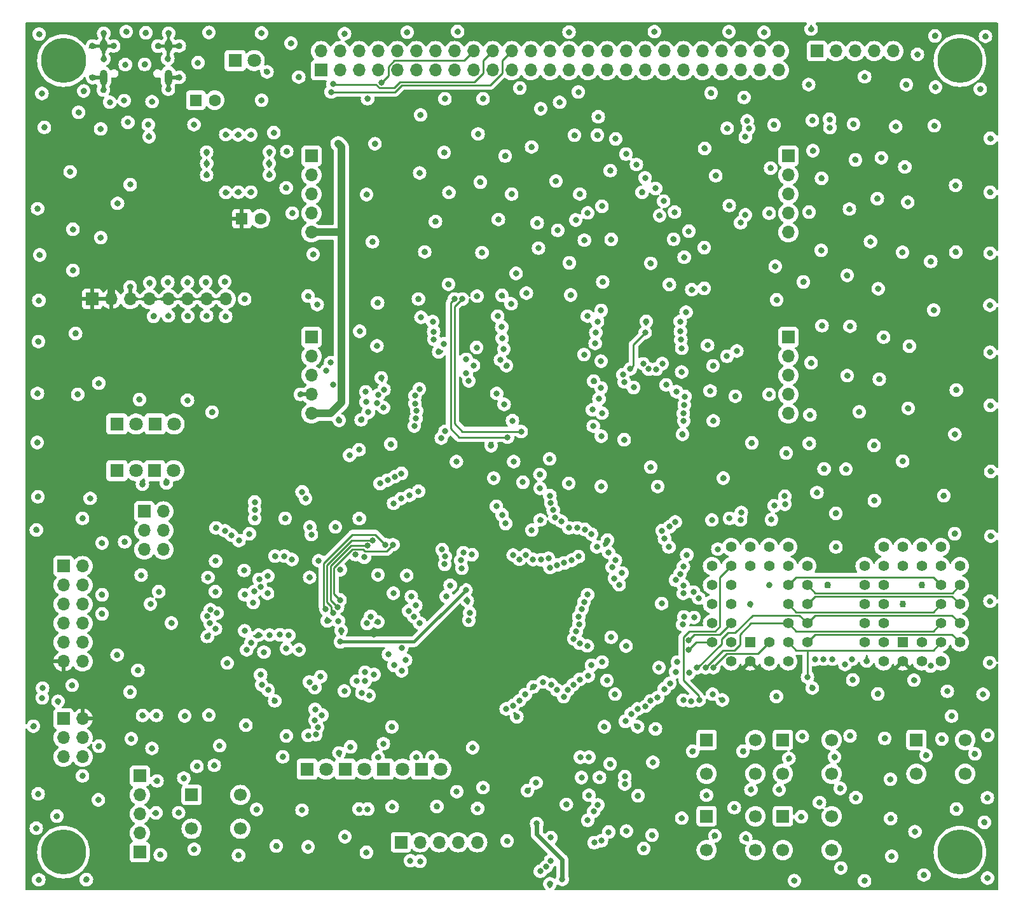
<source format=gbr>
G04 #@! TF.GenerationSoftware,KiCad,Pcbnew,7.0.7*
G04 #@! TF.CreationDate,2023-12-21T21:40:58+09:00*
G04 #@! TF.ProjectId,Pixy-68000,50697879-2d36-4383-9030-302e6b696361,rev?*
G04 #@! TF.SameCoordinates,Original*
G04 #@! TF.FileFunction,Copper,L2,Inr*
G04 #@! TF.FilePolarity,Positive*
%FSLAX46Y46*%
G04 Gerber Fmt 4.6, Leading zero omitted, Abs format (unit mm)*
G04 Created by KiCad (PCBNEW 7.0.7) date 2023-12-21 21:40:58*
%MOMM*%
%LPD*%
G01*
G04 APERTURE LIST*
G04 #@! TA.AperFunction,ComponentPad*
%ADD10C,6.000000*%
G04 #@! TD*
G04 #@! TA.AperFunction,ComponentPad*
%ADD11R,1.800000X1.800000*%
G04 #@! TD*
G04 #@! TA.AperFunction,ComponentPad*
%ADD12C,1.800000*%
G04 #@! TD*
G04 #@! TA.AperFunction,ComponentPad*
%ADD13R,1.700000X1.700000*%
G04 #@! TD*
G04 #@! TA.AperFunction,ComponentPad*
%ADD14O,1.700000X1.700000*%
G04 #@! TD*
G04 #@! TA.AperFunction,ComponentPad*
%ADD15C,1.700000*%
G04 #@! TD*
G04 #@! TA.AperFunction,ComponentPad*
%ADD16O,1.000000X2.100000*%
G04 #@! TD*
G04 #@! TA.AperFunction,ComponentPad*
%ADD17O,1.000000X1.600000*%
G04 #@! TD*
G04 #@! TA.AperFunction,ComponentPad*
%ADD18R,1.600000X1.600000*%
G04 #@! TD*
G04 #@! TA.AperFunction,ComponentPad*
%ADD19C,1.600000*%
G04 #@! TD*
G04 #@! TA.AperFunction,ComponentPad*
%ADD20R,1.422400X1.422400*%
G04 #@! TD*
G04 #@! TA.AperFunction,ComponentPad*
%ADD21C,1.422400*%
G04 #@! TD*
G04 #@! TA.AperFunction,ViaPad*
%ADD22C,0.800000*%
G04 #@! TD*
G04 #@! TA.AperFunction,Conductor*
%ADD23C,1.000000*%
G04 #@! TD*
G04 #@! TA.AperFunction,Conductor*
%ADD24C,0.250000*%
G04 #@! TD*
G04 #@! TA.AperFunction,Conductor*
%ADD25C,0.400000*%
G04 #@! TD*
G04 #@! TA.AperFunction,Conductor*
%ADD26C,0.600000*%
G04 #@! TD*
G04 APERTURE END LIST*
D10*
X149860000Y-135890000D03*
X30480000Y-135890000D03*
X149860000Y-30480000D03*
X30480000Y-30480000D03*
D11*
X68018960Y-124830501D03*
D12*
X70558960Y-124830501D03*
D11*
X37596046Y-78870000D03*
D12*
X40136046Y-78870000D03*
D13*
X41250019Y-90510818D03*
D14*
X43790019Y-90510818D03*
X41250019Y-93050818D03*
X43790019Y-93050818D03*
X41250019Y-95590818D03*
X43790019Y-95590818D03*
D11*
X62938960Y-124830501D03*
D12*
X65478960Y-124830501D03*
D13*
X126290000Y-120940000D03*
D15*
X132790000Y-120940000D03*
X126290000Y-125440000D03*
X132790000Y-125440000D03*
D13*
X64770000Y-31750000D03*
D14*
X64770000Y-29210000D03*
X67310000Y-31750000D03*
X67310000Y-29210000D03*
X69850000Y-31750000D03*
X69850000Y-29210000D03*
X72390000Y-31750000D03*
X72390000Y-29210000D03*
X74930000Y-31750000D03*
X74930000Y-29210000D03*
X77470000Y-31750000D03*
X77470000Y-29210000D03*
X80010000Y-31750000D03*
X80010000Y-29210000D03*
X82550000Y-31750000D03*
X82550000Y-29210000D03*
X85090000Y-31750000D03*
X85090000Y-29210000D03*
X87630000Y-31750000D03*
X87630000Y-29210000D03*
X90170000Y-31750000D03*
X90170000Y-29210000D03*
X92710000Y-31750000D03*
X92710000Y-29210000D03*
X95250000Y-31750000D03*
X95250000Y-29210000D03*
X97790000Y-31750000D03*
X97790000Y-29210000D03*
X100330000Y-31750000D03*
X100330000Y-29210000D03*
X102870000Y-31750000D03*
X102870000Y-29210000D03*
X105410000Y-31750000D03*
X105410000Y-29210000D03*
X107950000Y-31750000D03*
X107950000Y-29210000D03*
X110490000Y-31750000D03*
X110490000Y-29210000D03*
X113030000Y-31750000D03*
X113030000Y-29210000D03*
X115570000Y-31750000D03*
X115570000Y-29210000D03*
X118110000Y-31750000D03*
X118110000Y-29210000D03*
X120650000Y-31750000D03*
X120650000Y-29210000D03*
X123190000Y-31750000D03*
X123190000Y-29210000D03*
X125730000Y-31750000D03*
X125730000Y-29210000D03*
D13*
X30480000Y-118110000D03*
D14*
X33020000Y-118110000D03*
X30480000Y-120650000D03*
X33020000Y-120650000D03*
X30480000Y-123190000D03*
X33020000Y-123190000D03*
D11*
X73098960Y-124830501D03*
D12*
X75638960Y-124830501D03*
D16*
X44446384Y-32724319D03*
D17*
X44446384Y-28544319D03*
D16*
X35806384Y-32724319D03*
D17*
X35806384Y-28544319D03*
D11*
X53340000Y-30475364D03*
D12*
X55880000Y-30475364D03*
D13*
X40640000Y-135890000D03*
X40640000Y-125730000D03*
D14*
X40640000Y-133350000D03*
X40640000Y-130810000D03*
X40640000Y-128270000D03*
D11*
X42676046Y-78870000D03*
D12*
X45216046Y-78870000D03*
D11*
X78178960Y-124830501D03*
D12*
X80718960Y-124830501D03*
D11*
X37596046Y-85090000D03*
D12*
X40136046Y-85090000D03*
D18*
X54222834Y-51527438D03*
D19*
X56722834Y-51527438D03*
D13*
X127000000Y-43180000D03*
D14*
X127000000Y-45720000D03*
X127000000Y-48260000D03*
X127000000Y-50800000D03*
X127000000Y-53340000D03*
D13*
X116130000Y-120940000D03*
D15*
X122630000Y-120940000D03*
X116130000Y-125440000D03*
X122630000Y-125440000D03*
D13*
X63500000Y-67310000D03*
D14*
X63500000Y-69850000D03*
X63500000Y-72390000D03*
X63500000Y-74930000D03*
X63500000Y-77470000D03*
D20*
X121920000Y-107950000D03*
D21*
X124460000Y-110490000D03*
X124460000Y-107950000D03*
X127000000Y-110490000D03*
X129540000Y-107950000D03*
X127000000Y-107950000D03*
X129540000Y-105410000D03*
X127000000Y-105410000D03*
X129540000Y-102870000D03*
X127000000Y-102870000D03*
X129540000Y-100330000D03*
X127000000Y-100330000D03*
X129540000Y-97790000D03*
X127000000Y-95250000D03*
X127000000Y-97790000D03*
X124460000Y-95250000D03*
X124460000Y-97790000D03*
X121920000Y-95250000D03*
X121920000Y-97790000D03*
X119380000Y-95250000D03*
X116840000Y-97790000D03*
X119380000Y-97790000D03*
X116840000Y-100330000D03*
X119380000Y-100330000D03*
X116840000Y-102870000D03*
X119380000Y-102870000D03*
X116840000Y-105410000D03*
X119380000Y-105410000D03*
X116840000Y-107950000D03*
X119380000Y-110490000D03*
X119380000Y-107950000D03*
X121920000Y-110490000D03*
D13*
X126290000Y-131100000D03*
D15*
X132790000Y-131100000D03*
X126290000Y-135600000D03*
X132790000Y-135600000D03*
D13*
X144070000Y-120940000D03*
D15*
X150570000Y-120940000D03*
X144070000Y-125440000D03*
X150570000Y-125440000D03*
D13*
X127000000Y-67310000D03*
D14*
X127000000Y-69850000D03*
X127000000Y-72390000D03*
X127000000Y-74930000D03*
X127000000Y-77470000D03*
D11*
X42637252Y-85090000D03*
D12*
X45177252Y-85090000D03*
D13*
X47550000Y-128270000D03*
D15*
X54050000Y-128270000D03*
X47550000Y-132770000D03*
X54050000Y-132770000D03*
D18*
X48116413Y-35745747D03*
D19*
X50616413Y-35745747D03*
D13*
X75421686Y-134566669D03*
D14*
X77961686Y-134566669D03*
X80501686Y-134566669D03*
X83041686Y-134566669D03*
X85581686Y-134566669D03*
D13*
X116130000Y-131100000D03*
D15*
X122630000Y-131100000D03*
X116130000Y-135600000D03*
X122630000Y-135600000D03*
D13*
X130810000Y-29210000D03*
D14*
X133350000Y-29210000D03*
X135890000Y-29210000D03*
X138430000Y-29210000D03*
X140970000Y-29210000D03*
D13*
X34290000Y-62230000D03*
D14*
X36830000Y-62230000D03*
X39370000Y-62230000D03*
X41910000Y-62230000D03*
X44450000Y-62230000D03*
X46990000Y-62230000D03*
X49530000Y-62230000D03*
X52070000Y-62230000D03*
D20*
X142240000Y-107950000D03*
D21*
X144780000Y-110490000D03*
X144780000Y-107950000D03*
X147320000Y-110490000D03*
X149860000Y-107950000D03*
X147320000Y-107950000D03*
X149860000Y-105410000D03*
X147320000Y-105410000D03*
X149860000Y-102870000D03*
X147320000Y-102870000D03*
X149860000Y-100330000D03*
X147320000Y-100330000D03*
X149860000Y-97790000D03*
X147320000Y-95250000D03*
X147320000Y-97790000D03*
X144780000Y-95250000D03*
X144780000Y-97790000D03*
X142240000Y-95250000D03*
X142240000Y-97790000D03*
X139700000Y-95250000D03*
X137160000Y-97790000D03*
X139700000Y-97790000D03*
X137160000Y-100330000D03*
X139700000Y-100330000D03*
X137160000Y-102870000D03*
X139700000Y-102870000D03*
X137160000Y-105410000D03*
X139700000Y-105410000D03*
X137160000Y-107950000D03*
X139700000Y-110490000D03*
X139700000Y-107950000D03*
X142240000Y-110490000D03*
D13*
X30480000Y-97790000D03*
D14*
X33020000Y-97790000D03*
X30480000Y-100330000D03*
X33020000Y-100330000D03*
X30480000Y-102870000D03*
X33020000Y-102870000D03*
X30480000Y-105410000D03*
X33020000Y-105410000D03*
X30480000Y-107950000D03*
X33020000Y-107950000D03*
X30480000Y-110490000D03*
X33020000Y-110490000D03*
D13*
X63500000Y-43180000D03*
D14*
X63500000Y-45720000D03*
X63500000Y-48260000D03*
X63500000Y-50800000D03*
X63500000Y-53340000D03*
D22*
X77750310Y-62225440D03*
X112805520Y-71946064D03*
X112911363Y-80252624D03*
X133222639Y-87619299D03*
X97783715Y-86775539D03*
X122137169Y-81383160D03*
X88857465Y-61749947D03*
X142212458Y-56008964D03*
X129888714Y-77658785D03*
X116987500Y-71106683D03*
X37622939Y-109630233D03*
X81280000Y-35560000D03*
X137160000Y-139700000D03*
X97844274Y-57408490D03*
X53795596Y-136311665D03*
X125417621Y-115153153D03*
X129727581Y-33673491D03*
X105410000Y-108426004D03*
X99240444Y-48248057D03*
X81812866Y-48047517D03*
X135586327Y-112941609D03*
X124460000Y-50800000D03*
X133992305Y-137995151D03*
X115858883Y-42177081D03*
X58501149Y-40076520D03*
X138430000Y-81716234D03*
X145363928Y-122989991D03*
X33020000Y-125730000D03*
X102494148Y-119187652D03*
X92817882Y-41982109D03*
X31639287Y-113666108D03*
X143122756Y-68496157D03*
X35448378Y-54053524D03*
X98025668Y-61696377D03*
X93564776Y-52095452D03*
X55440816Y-40364103D03*
X31365805Y-45286105D03*
X49861406Y-26733367D03*
X138912505Y-114820784D03*
X103294579Y-45127136D03*
X81170379Y-42708816D03*
X35428192Y-39571863D03*
X125255955Y-57886291D03*
X35845761Y-26846570D03*
X84955424Y-121972314D03*
X35170634Y-73439537D03*
X63731263Y-56278815D03*
X91263536Y-34125595D03*
X94049247Y-36891120D03*
X38841820Y-26624027D03*
X116725166Y-34792920D03*
X153917226Y-76396035D03*
X139123952Y-72904908D03*
X140593496Y-126183340D03*
X26858548Y-132692631D03*
X101089538Y-73158509D03*
X60009505Y-91433832D03*
X50565786Y-124327384D03*
X85994908Y-46665333D03*
X109612895Y-87199452D03*
X127088585Y-123393717D03*
X153849939Y-63054227D03*
X42490189Y-64527395D03*
X76253748Y-26708096D03*
X27608137Y-34860043D03*
X153860937Y-102470551D03*
X32381932Y-74930000D03*
X117019939Y-78446052D03*
X119957047Y-75175869D03*
X80446817Y-69272179D03*
X48260000Y-124460000D03*
X119139502Y-49777449D03*
X87428136Y-81749147D03*
X123781259Y-26716983D03*
X135937445Y-43696226D03*
X135145922Y-50246117D03*
X26994927Y-81332327D03*
X88398650Y-51635634D03*
X146459045Y-39154921D03*
X153876854Y-56118210D03*
X58617378Y-115735769D03*
X153532656Y-139327448D03*
X27152030Y-67894122D03*
X42935359Y-126400185D03*
X107533705Y-48013779D03*
X27112754Y-128127448D03*
X78031741Y-37715845D03*
X77910623Y-45447203D03*
X39503686Y-120794779D03*
X41017659Y-117686087D03*
X72312225Y-62739818D03*
X105151719Y-80961880D03*
X98527133Y-40417090D03*
X96552350Y-36023109D03*
X129767596Y-50649497D03*
X147449847Y-120823327D03*
X131435255Y-46152781D03*
X67173155Y-122668322D03*
X138865431Y-48859595D03*
X107750096Y-135397845D03*
X49538425Y-64469662D03*
X90758878Y-58813457D03*
X153890311Y-48011386D03*
X60136240Y-47424339D03*
X31750000Y-52943277D03*
X144206444Y-29650808D03*
X120978861Y-122451689D03*
X137444346Y-110421419D03*
X71631275Y-54610000D03*
X92125264Y-61436178D03*
X93928129Y-85584547D03*
X142240000Y-83820000D03*
X70983909Y-35560000D03*
X37677937Y-49485567D03*
X106982729Y-128377726D03*
X72231479Y-68463759D03*
X116107230Y-128305721D03*
X133350000Y-95250000D03*
X149183872Y-80246458D03*
X146602982Y-34001844D03*
X56471744Y-106975995D03*
X153264465Y-27249522D03*
X97805785Y-26685785D03*
X108078735Y-65216556D03*
X153573029Y-120325398D03*
X114146556Y-60987550D03*
X35612293Y-101610912D03*
X81755782Y-60270909D03*
X49549040Y-45713129D03*
X56845871Y-26814112D03*
X153815265Y-110649425D03*
X119093015Y-26642829D03*
X128730405Y-131172177D03*
X86216958Y-56047932D03*
X42854614Y-117686087D03*
X145054405Y-138923722D03*
X137949554Y-54584348D03*
X130048063Y-70720785D03*
X93987542Y-91641781D03*
X121920000Y-102870000D03*
X44377426Y-30227540D03*
X153917226Y-40838516D03*
X40595888Y-75608470D03*
X42266917Y-122069569D03*
X103416294Y-54294064D03*
X118218047Y-115623259D03*
X42794055Y-130659497D03*
X86360000Y-127289535D03*
X63952056Y-113979484D03*
X112810132Y-131360583D03*
X129010609Y-59945295D03*
X101578742Y-40403539D03*
X143870141Y-133163893D03*
X117344679Y-45798861D03*
X56859188Y-35763101D03*
X53761164Y-48005897D03*
X102090129Y-87183751D03*
X127801835Y-139677344D03*
X27244783Y-26957102D03*
X146542423Y-27188963D03*
X128864981Y-120473431D03*
X144780000Y-100330000D03*
X131494922Y-65784862D03*
X78588102Y-55950459D03*
X46629454Y-117746646D03*
X135230398Y-120406143D03*
X74212525Y-119206912D03*
X49558859Y-44171554D03*
X50283622Y-77291576D03*
X80205461Y-129800142D03*
X142520088Y-44647731D03*
X133340573Y-90769796D03*
X125783204Y-127565556D03*
X153111731Y-131915485D03*
X27318952Y-56360791D03*
X140766995Y-136433292D03*
X108683481Y-57473398D03*
X148755229Y-117768465D03*
X52081901Y-64550407D03*
X109170897Y-26627351D03*
X45900623Y-28519446D03*
X137173007Y-32635432D03*
X72349269Y-105221379D03*
X38628308Y-94570191D03*
X49437494Y-59968114D03*
X105448650Y-133076402D03*
X44849033Y-105371366D03*
X142721762Y-33688497D03*
X34348978Y-28537055D03*
X153876854Y-69325442D03*
X35791324Y-34388030D03*
X54778931Y-118974745D03*
X113144022Y-56665178D03*
X72355290Y-98965538D03*
X109855131Y-51102285D03*
X57878646Y-44170284D03*
X130217645Y-114034769D03*
X27083298Y-88555142D03*
X32092500Y-66809730D03*
X43379458Y-136230920D03*
X39362381Y-114565283D03*
X152568037Y-34274360D03*
X46994950Y-75709402D03*
X153960425Y-85188717D03*
X85550809Y-61845441D03*
X52094018Y-40340280D03*
X72390000Y-123245790D03*
X33528537Y-139543828D03*
X130044350Y-26286968D03*
X29755652Y-115806786D03*
X106946907Y-119181908D03*
X138972555Y-60853679D03*
X62041594Y-74930000D03*
X35192553Y-121767046D03*
X40391883Y-111678640D03*
X42281406Y-35941427D03*
X108974002Y-123927690D03*
X153968078Y-93798257D03*
X33179559Y-34526969D03*
X149167041Y-93479096D03*
X44192070Y-86713145D03*
X67907971Y-26894857D03*
X124658947Y-44791360D03*
X72805734Y-72726388D03*
X65618330Y-105078047D03*
X27014565Y-74798803D03*
X131772590Y-84844095D03*
X139846336Y-120729124D03*
X93036377Y-113869916D03*
X57905059Y-42647087D03*
X37166452Y-28528251D03*
X66709188Y-92586073D03*
X53748722Y-40354150D03*
X153519199Y-128642159D03*
X45822002Y-130625514D03*
X142969445Y-76780681D03*
X142916127Y-49338209D03*
X63065883Y-61835079D03*
X27940000Y-39370000D03*
X34036904Y-88770211D03*
X29594632Y-131093074D03*
X46508337Y-126023035D03*
X52102823Y-48026703D03*
X82969062Y-26600436D03*
X90853125Y-117868544D03*
X74077604Y-81549393D03*
X27201125Y-62424970D03*
X133925017Y-127390608D03*
X57590754Y-31968572D03*
X40997691Y-86887128D03*
X49727378Y-99303256D03*
X63262977Y-99296355D03*
X135692180Y-38939134D03*
X131152763Y-129274664D03*
X89472365Y-71106683D03*
X149304406Y-55977886D03*
X119808055Y-129960998D03*
X118872222Y-39490904D03*
X142240000Y-102870000D03*
X60782202Y-28166595D03*
X126728706Y-82744475D03*
X147714812Y-88412078D03*
X49644384Y-107184131D03*
X92276796Y-127696393D03*
X41968557Y-60069046D03*
X149386446Y-130137031D03*
X49859265Y-117645714D03*
X57887450Y-45693481D03*
X47035322Y-64530221D03*
X27034203Y-50194494D03*
X96067879Y-46524029D03*
X152936889Y-114863620D03*
X141310540Y-39251348D03*
X130820002Y-88004568D03*
X122028549Y-127565556D03*
X143750620Y-112986309D03*
X87769232Y-86085746D03*
X47881006Y-135504213D03*
X134835979Y-59079505D03*
X70844009Y-48307551D03*
X124460000Y-74930000D03*
X56195219Y-130201338D03*
X67949568Y-133831717D03*
X54610000Y-62230000D03*
X99842719Y-54392654D03*
X80019759Y-51913775D03*
X151863921Y-122801586D03*
X125467911Y-62337373D03*
X103284597Y-124138979D03*
X133157937Y-123205312D03*
X60154285Y-120411239D03*
X52281622Y-110701622D03*
X146372950Y-63702442D03*
X44370729Y-59968114D03*
X51960783Y-59907555D03*
X149287187Y-47092841D03*
X44450000Y-34290000D03*
X45891819Y-32710439D03*
X130282347Y-42474040D03*
X31750000Y-58420000D03*
X86360000Y-35560000D03*
X89562118Y-134391582D03*
X121342215Y-133984803D03*
X47862961Y-39006646D03*
X145976911Y-57228068D03*
X41445855Y-26775425D03*
X102296928Y-59947349D03*
X89305464Y-43180000D03*
X60960000Y-50800000D03*
X41294457Y-30984271D03*
X108867073Y-133621450D03*
X26871863Y-92977635D03*
X111170339Y-60299569D03*
X63063577Y-135185114D03*
X84248949Y-102419000D03*
X49549040Y-42659437D03*
X35133110Y-128914734D03*
X61875604Y-108934071D03*
X118352235Y-86076478D03*
X55440816Y-47993455D03*
X130215384Y-38436329D03*
X59690000Y-123190000D03*
X71964349Y-41555229D03*
X138464742Y-89071895D03*
X125102074Y-39036343D03*
X85692113Y-40246086D03*
X44451474Y-64469662D03*
X35612293Y-104150912D03*
X60216985Y-42579623D03*
X46994950Y-59988301D03*
X139700000Y-67310000D03*
X34331368Y-32736853D03*
X61816514Y-32668143D03*
X117224206Y-133702195D03*
X50800000Y-92710000D03*
X77470000Y-123245790D03*
X135223408Y-65859518D03*
X134862499Y-72428547D03*
X140640331Y-131414413D03*
X111729002Y-54270595D03*
X58650198Y-96471802D03*
X95205141Y-83516982D03*
X38720702Y-31014551D03*
X67197574Y-78385715D03*
X74257773Y-129833462D03*
X70816934Y-135919159D03*
X35610129Y-94722724D03*
X43074344Y-28537055D03*
X33020000Y-91440000D03*
X136441753Y-77250338D03*
X39370000Y-60615014D03*
X132238160Y-100319410D03*
X44483082Y-26828961D03*
X135997478Y-128628702D03*
X90170000Y-48260000D03*
X129803909Y-81465585D03*
X67473112Y-106362654D03*
X27190034Y-139564014D03*
X124460000Y-100330000D03*
X41880445Y-40605314D03*
X95258359Y-140099448D03*
X70122626Y-78314741D03*
X134693857Y-84877965D03*
X58824026Y-135065188D03*
X35854566Y-30253954D03*
X102906008Y-94347329D03*
X149373282Y-74340313D03*
X139399223Y-43418365D03*
X108684325Y-84615604D03*
X114260446Y-122452069D03*
X26479177Y-119115149D03*
X32501176Y-37371554D03*
X131387858Y-55747613D03*
X97452849Y-129524603D03*
X50718741Y-101195498D03*
X43180000Y-101195498D03*
X64461892Y-97073509D03*
X41778162Y-39022178D03*
X67047538Y-41559842D03*
X39370000Y-46990641D03*
X48391099Y-30749490D03*
X39058023Y-38705734D03*
X64277176Y-62960061D03*
X51265500Y-121711554D03*
X89421597Y-116808781D03*
X63057668Y-120348496D03*
X105307160Y-118449869D03*
X134561293Y-110902800D03*
X64080139Y-120222911D03*
X102075382Y-63760268D03*
X78093681Y-64649806D03*
X90373062Y-116358781D03*
X101599187Y-65215454D03*
X91207126Y-115701242D03*
X79655500Y-65243783D03*
X64338988Y-119257508D03*
X135520818Y-110178300D03*
X106093138Y-117450869D03*
X101371348Y-66698969D03*
X132887542Y-110178300D03*
X91974406Y-114901925D03*
X63970960Y-118328229D03*
X79771179Y-66586335D03*
X106928363Y-116804152D03*
X36632400Y-43363318D03*
X147375237Y-129043702D03*
X73157258Y-71330286D03*
X54245516Y-92541511D03*
X54970766Y-114099409D03*
X32301315Y-78235256D03*
X36830000Y-60621512D03*
X136488353Y-132299254D03*
X48350044Y-47998619D03*
X44416313Y-46471710D03*
X38164734Y-98574511D03*
X47455175Y-113312984D03*
X136486689Y-122157683D03*
X116898932Y-73143748D03*
X44294571Y-47677986D03*
X44312514Y-45309459D03*
X49597065Y-97842725D03*
X49704707Y-108457898D03*
X42266917Y-113312984D03*
X101109050Y-71544653D03*
X68052144Y-111023787D03*
X96714792Y-116621365D03*
X87490561Y-102633851D03*
X45442879Y-47489649D03*
X107002411Y-130099882D03*
X71779298Y-106916465D03*
X122679640Y-86628362D03*
X46898338Y-84465804D03*
X83434361Y-100037054D03*
X46598844Y-48007245D03*
X89157517Y-128319638D03*
X58071619Y-91205054D03*
X72088214Y-97433529D03*
X30578841Y-42667292D03*
X111660259Y-134173961D03*
X105167974Y-101717333D03*
X37382110Y-107935465D03*
X65528862Y-114185297D03*
X65107515Y-92037223D03*
X96231578Y-126056238D03*
X45477385Y-45471024D03*
X89398558Y-73143748D03*
X112724268Y-128858546D03*
X47465579Y-48650790D03*
X45263514Y-48691788D03*
X91907833Y-91513194D03*
X143942172Y-87670178D03*
X69218067Y-80279927D03*
X94353372Y-113242241D03*
X79801027Y-67585392D03*
X131712818Y-110178300D03*
X107952042Y-116457271D03*
X101283242Y-68148469D03*
X64911526Y-117620209D03*
X115975973Y-111304034D03*
X81119706Y-68172120D03*
X114022957Y-115765076D03*
X64001223Y-116873279D03*
X108666278Y-115747421D03*
X99815834Y-69626695D03*
X95462111Y-113597336D03*
X72420151Y-75020453D03*
X114866326Y-111303637D03*
X96186611Y-114300000D03*
X77302586Y-75101086D03*
X63227556Y-113232287D03*
X113030000Y-115650869D03*
X109586621Y-115298339D03*
X101793834Y-75527444D03*
X64727038Y-112511135D03*
X110490000Y-114151815D03*
X77280425Y-76147846D03*
X97105091Y-115171865D03*
X73105401Y-76670000D03*
X129556224Y-112565264D03*
X100929245Y-76976444D03*
X77511351Y-77120306D03*
X111235296Y-113402512D03*
X97636111Y-114300000D03*
X72270047Y-76121194D03*
X72840500Y-33404505D03*
X130555210Y-110235210D03*
X102195516Y-77421185D03*
X75516885Y-111737224D03*
X74506699Y-111012724D03*
X101034708Y-79150444D03*
X111991394Y-111871155D03*
X77407885Y-78151376D03*
X98360611Y-113575500D03*
X66363728Y-33622240D03*
X70775330Y-75956092D03*
X112223832Y-110577477D03*
X102212282Y-110577977D03*
X71059087Y-77309985D03*
X76036646Y-110288451D03*
X102104411Y-80498428D03*
X77193227Y-79127556D03*
X99230275Y-112876958D03*
X66135500Y-34654948D03*
X73764365Y-109563951D03*
X82550000Y-62230000D03*
X89601683Y-80646127D03*
X110150500Y-102777168D03*
X109786296Y-111315652D03*
X113082166Y-78468141D03*
X100377297Y-112424882D03*
X91440000Y-79874944D03*
X83571873Y-62232726D03*
X113030000Y-77470000D03*
X100787414Y-110989460D03*
X75528937Y-108674500D03*
X70922067Y-105418429D03*
X113151652Y-76321652D03*
X102862773Y-113030000D03*
X100249198Y-108418560D03*
X90273692Y-78425944D03*
X99040699Y-34661694D03*
X99223231Y-108074144D03*
X71387466Y-104494500D03*
X113741346Y-107654527D03*
X89166592Y-76251944D03*
X113237987Y-75210719D03*
X98427671Y-107469090D03*
X67085449Y-105094500D03*
X112124149Y-74558935D03*
X113743318Y-108926884D03*
X88175782Y-74802944D03*
X103415500Y-107270000D03*
X101701401Y-37958791D03*
X117037777Y-111304002D03*
X112703546Y-67657261D03*
X98749114Y-106511250D03*
X103927515Y-114847421D03*
X116917482Y-114852012D03*
X66369420Y-104028742D03*
X71665013Y-94339801D03*
X89122308Y-68901297D03*
X104011982Y-40905770D03*
X80912659Y-95601649D03*
X113782558Y-112018364D03*
X112949500Y-105574169D03*
X70958258Y-95065309D03*
X66986128Y-103242182D03*
X81325827Y-96530834D03*
X112636016Y-66539688D03*
X106782888Y-44313070D03*
X88900000Y-67451797D03*
X99131248Y-105513431D03*
X81243129Y-97547192D03*
X74361255Y-94949902D03*
X88847915Y-65968283D03*
X113097748Y-104560621D03*
X109334536Y-47501114D03*
X67310000Y-102296607D03*
X112614978Y-65215454D03*
X99096815Y-104502555D03*
X100258295Y-64506443D03*
X111855000Y-50657976D03*
X77904954Y-105355973D03*
X113389948Y-63981688D03*
X99513630Y-103522171D03*
X88303053Y-64506910D03*
X114446079Y-104635235D03*
X115069390Y-102052668D03*
X77129572Y-104494956D03*
X99814997Y-102569185D03*
X76450915Y-103761179D03*
X114397238Y-101257361D03*
X100273402Y-101599240D03*
X113005920Y-101418830D03*
X104473327Y-100262506D03*
X121528654Y-38491349D03*
X77403141Y-103036679D03*
X76811049Y-101862732D03*
X121729295Y-39516302D03*
X113030000Y-100377395D03*
X103859737Y-99436349D03*
X40827470Y-98991379D03*
X54610000Y-101600000D03*
X84580492Y-104017992D03*
X55893676Y-101169146D03*
X81439411Y-101824847D03*
X42057534Y-102852056D03*
X50746482Y-97123681D03*
X84076930Y-100969500D03*
X57924530Y-106965536D03*
X67358198Y-107874500D03*
X121106797Y-35383900D03*
X54610000Y-106403728D03*
X71186379Y-115039937D03*
X70223418Y-114688666D03*
X50719811Y-106145500D03*
X49996080Y-105424513D03*
X69505213Y-113113959D03*
X53845950Y-94394492D03*
X105392038Y-42922221D03*
X89368000Y-92120390D03*
X102191711Y-49876309D03*
X100286711Y-50756711D03*
X88900000Y-90960404D03*
X52867488Y-93687006D03*
X107928765Y-46095343D03*
X88135297Y-89837130D03*
X98698512Y-51708512D03*
X52003529Y-93093757D03*
X110401780Y-49204754D03*
X77876207Y-74204739D03*
X102075382Y-74078444D03*
X54540164Y-98381450D03*
X105951448Y-71529514D03*
X111107189Y-95250000D03*
X107950000Y-66698969D03*
X84870196Y-96271998D03*
X117628768Y-95538741D03*
X101495171Y-95239626D03*
X83724500Y-96009805D03*
X57696650Y-99104370D03*
X113754133Y-53193503D03*
X96302272Y-53080152D03*
X49597065Y-104488058D03*
X70653877Y-113099786D03*
X73361752Y-94949902D03*
X93743000Y-55456686D03*
X115813550Y-55377274D03*
X121279295Y-40640000D03*
X90428230Y-83869969D03*
X84452621Y-105009281D03*
X65410915Y-103501677D03*
X55745154Y-102645499D03*
X82806095Y-83871533D03*
X81985361Y-100347950D03*
X57655316Y-101421445D03*
X83531377Y-98078623D03*
X56732381Y-100554256D03*
X95388605Y-133955743D03*
X100452340Y-128309002D03*
X93499708Y-132079999D03*
X96902315Y-139517835D03*
X100291013Y-131650277D03*
X59310991Y-106935331D03*
X62247931Y-130287698D03*
X88668693Y-70333999D03*
X67885912Y-114428314D03*
X60473461Y-107015863D03*
X112814490Y-68792803D03*
X60164082Y-108766510D03*
X148183942Y-114465379D03*
X55442438Y-108023254D03*
X90089586Y-62867274D03*
X68580000Y-83030744D03*
X80790404Y-80752541D03*
X120650000Y-52070000D03*
X115813550Y-60814594D03*
X102065665Y-70503855D03*
X116252652Y-68403211D03*
X69850000Y-82294106D03*
X121279295Y-51014281D03*
X85505500Y-68680401D03*
X54873926Y-108938859D03*
X81295592Y-79852056D03*
X56735499Y-112258970D03*
X132537276Y-39400606D03*
X115142773Y-115631293D03*
X109315685Y-119475685D03*
X57177897Y-109251241D03*
X132502838Y-38287105D03*
X145944630Y-111091312D03*
X83399850Y-97029110D03*
X56532091Y-99574681D03*
X71845839Y-112240437D03*
X50042090Y-103593096D03*
X50928754Y-104054728D03*
X70644298Y-111937561D03*
X74418025Y-101412732D03*
X120154376Y-69143423D03*
X112000328Y-99652895D03*
X104871279Y-98711849D03*
X103556507Y-97922435D03*
X118834500Y-69850000D03*
X112588524Y-98844791D03*
X76200000Y-99043078D03*
X116590171Y-74459735D03*
X113033602Y-97858615D03*
X67356177Y-98259951D03*
X103978820Y-97010700D03*
X70549432Y-96617038D03*
X103066903Y-95977075D03*
X113483602Y-96286200D03*
X110213007Y-70843008D03*
X110735076Y-73660000D03*
X100801454Y-93537177D03*
X110510525Y-94139848D03*
X69375983Y-96259371D03*
X109426243Y-71563869D03*
X106410137Y-74003118D03*
X69877582Y-91467582D03*
X110208864Y-93072758D03*
X105164720Y-73278618D03*
X108408404Y-71556216D03*
X99060000Y-96520000D03*
X99906062Y-92907048D03*
X111185002Y-92555342D03*
X104976678Y-72296964D03*
X98180934Y-96995999D03*
X98888223Y-92700419D03*
X60908607Y-96921800D03*
X107689029Y-70852147D03*
X111950500Y-91912677D03*
X59909112Y-96471802D03*
X97170210Y-97370328D03*
X97790000Y-92710000D03*
X116840000Y-91654387D03*
X84125212Y-70270000D03*
X96780000Y-91833316D03*
X63494729Y-93588274D03*
X96212104Y-97654998D03*
X74437423Y-89441047D03*
X95919036Y-91325629D03*
X119185001Y-91440000D03*
X85090000Y-71070000D03*
X63297937Y-92593283D03*
X95267755Y-97999990D03*
X75432347Y-88805000D03*
X76554284Y-88355000D03*
X95698767Y-90350700D03*
X120650000Y-91654387D03*
X95060874Y-96756324D03*
X62731046Y-88787829D03*
X84131256Y-72078744D03*
X84455770Y-73118436D03*
X95380126Y-89403350D03*
X94081201Y-96954431D03*
X62262828Y-87904779D03*
X120742978Y-90659218D03*
X77750310Y-87823125D03*
X72645197Y-86794500D03*
X93014281Y-96905849D03*
X124771700Y-91602175D03*
X73156758Y-74283846D03*
X55949658Y-91450444D03*
X92849824Y-93004423D03*
X55949658Y-90293815D03*
X95260154Y-88411074D03*
X92022864Y-96309001D03*
X73638075Y-86344500D03*
X70742178Y-74598605D03*
X125117883Y-89760006D03*
X91206635Y-96885868D03*
X69932978Y-66513267D03*
X126567383Y-89553993D03*
X55949658Y-89262719D03*
X74584737Y-85894500D03*
X93941735Y-87428864D03*
X126533073Y-88488897D03*
X55235500Y-93490714D03*
X75495216Y-85444500D03*
X90371081Y-96318919D03*
X91666933Y-86625261D03*
X36657588Y-36022019D03*
X38575884Y-35800599D03*
X27699480Y-114042194D03*
X101090513Y-130445322D03*
X105235524Y-126816287D03*
X66057943Y-70711282D03*
X101860000Y-125934316D03*
X99459500Y-125959502D03*
X66394500Y-73660000D03*
X65494500Y-71763622D03*
X105235524Y-125816784D03*
X101650672Y-129604228D03*
X27645540Y-115340412D03*
X93980000Y-138430000D03*
X56879017Y-113589436D03*
X103094633Y-133203834D03*
X69850000Y-130149329D03*
X57735500Y-114301353D03*
X102124762Y-134360630D03*
X76671686Y-137025554D03*
X94770488Y-137818335D03*
X71003846Y-130148829D03*
X77962409Y-137096061D03*
X101159500Y-134620000D03*
X95358947Y-137010424D03*
X100472976Y-123248099D03*
X68719566Y-121850752D03*
X99297748Y-123248599D03*
X73085945Y-121446790D03*
X93413054Y-126653460D03*
X79541888Y-123245790D03*
X85621872Y-130071871D03*
X82859870Y-127833188D03*
D23*
X63500000Y-53340000D02*
X67494500Y-53340000D01*
X67494500Y-42006804D02*
X67494500Y-53340000D01*
X67494500Y-76015500D02*
X67494500Y-53340000D01*
X67047538Y-41559842D02*
X67494500Y-42006804D01*
X63500000Y-77470000D02*
X66040000Y-77470000D01*
X66040000Y-77470000D02*
X67494500Y-76015500D01*
D24*
X128036200Y-99293800D02*
X127000000Y-100330000D01*
X147320000Y-100330000D02*
X146283800Y-99293800D01*
X146283800Y-99293800D02*
X128036200Y-99293800D01*
X148823800Y-101366200D02*
X130576200Y-101366200D01*
X130576200Y-101366200D02*
X129540000Y-100330000D01*
X149860000Y-100330000D02*
X148823800Y-101366200D01*
X128036200Y-103906200D02*
X127000000Y-102870000D01*
X147320000Y-102870000D02*
X146283800Y-103906200D01*
X146283800Y-103906200D02*
X128036200Y-103906200D01*
D23*
X36830000Y-62230000D02*
X36830000Y-60621512D01*
D24*
X130593800Y-101816200D02*
X129540000Y-102870000D01*
X149860000Y-102870000D02*
X148806200Y-101816200D01*
X148806200Y-101816200D02*
X130593800Y-101816200D01*
X128036200Y-106446200D02*
X127000000Y-105410000D01*
X147320000Y-105410000D02*
X146283800Y-106446200D01*
X115975973Y-111304034D02*
X116013146Y-111304034D01*
X118324438Y-108992742D02*
X119841058Y-108992742D01*
X116013146Y-111304034D02*
X118324438Y-108992742D01*
X146283800Y-106446200D02*
X128036200Y-106446200D01*
X122014429Y-105410000D02*
X127000000Y-105410000D01*
X119841058Y-108992742D02*
X120555600Y-108278200D01*
X120555600Y-106868829D02*
X122014429Y-105410000D01*
X120555600Y-108278200D02*
X120555600Y-106868829D01*
X114866326Y-111303637D02*
X114951772Y-111303637D01*
X119946616Y-106680000D02*
X122270416Y-104356200D01*
X118941147Y-106680000D02*
X119946616Y-106680000D01*
X122270416Y-104356200D02*
X128486200Y-104356200D01*
X148806200Y-104356200D02*
X130593800Y-104356200D01*
X118110000Y-108145409D02*
X118110000Y-107511147D01*
X130593800Y-104356200D02*
X129540000Y-105410000D01*
X114951772Y-111303637D02*
X118110000Y-108145409D01*
X149860000Y-105410000D02*
X148806200Y-104356200D01*
X128486200Y-104356200D02*
X129540000Y-105410000D01*
X118110000Y-107511147D02*
X118941147Y-106680000D01*
X129556224Y-112565264D02*
X129540000Y-112549040D01*
X129540000Y-108986200D02*
X128036200Y-108986200D01*
X146283800Y-108986200D02*
X129540000Y-108986200D01*
X128036200Y-108986200D02*
X127000000Y-107950000D01*
X129540000Y-112549040D02*
X129540000Y-108986200D01*
X147320000Y-107950000D02*
X146283800Y-108986200D01*
X74538299Y-30480000D02*
X83820000Y-30480000D01*
X73755000Y-31263299D02*
X74538299Y-30480000D01*
X148806200Y-106896200D02*
X130593800Y-106896200D01*
X72840500Y-33404505D02*
X73755000Y-32490005D01*
X83820000Y-30480000D02*
X85090000Y-29210000D01*
X130593800Y-106896200D02*
X129540000Y-107950000D01*
X73755000Y-32490005D02*
X73755000Y-31263299D01*
X149860000Y-107950000D02*
X148806200Y-106896200D01*
X86360000Y-30480000D02*
X87630000Y-29210000D01*
X85201977Y-33299724D02*
X86360000Y-32141701D01*
X72540195Y-34129505D02*
X74493640Y-34129505D01*
X75323421Y-33299724D02*
X85201977Y-33299724D01*
X66408415Y-33666927D02*
X72077617Y-33666927D01*
X86360000Y-32141701D02*
X86360000Y-30480000D01*
X66363728Y-33622240D02*
X66408415Y-33666927D01*
X74493640Y-34129505D02*
X75323421Y-33299724D01*
X72077617Y-33666927D02*
X72540195Y-34129505D01*
X66135500Y-34654948D02*
X74604593Y-34654948D01*
X87291977Y-33749724D02*
X88900000Y-32141701D01*
X88900000Y-30480000D02*
X90170000Y-29210000D01*
X88900000Y-32141701D02*
X88900000Y-30480000D01*
X74604593Y-34654948D02*
X75509817Y-33749724D01*
X75509817Y-33749724D02*
X87291977Y-33749724D01*
X82046774Y-62733226D02*
X82046774Y-79506774D01*
X83186127Y-80646127D02*
X89601683Y-80646127D01*
X82046774Y-79506774D02*
X83186127Y-80646127D01*
X82550000Y-62230000D02*
X82046774Y-62733226D01*
X82550000Y-78804949D02*
X83619995Y-79874944D01*
X83619995Y-79874944D02*
X91440000Y-79874944D01*
X83571873Y-62232726D02*
X82550000Y-63254599D01*
X82550000Y-63254599D02*
X82550000Y-78804949D01*
X113741346Y-107654527D02*
X114482073Y-106913800D01*
X114482073Y-106913800D02*
X117876200Y-106913800D01*
X117876200Y-106913800D02*
X119380000Y-105410000D01*
X114720202Y-107950000D02*
X116840000Y-107950000D01*
X113743318Y-108926884D02*
X114720202Y-107950000D01*
X122956200Y-109453800D02*
X124460000Y-107950000D01*
X71665013Y-94339801D02*
X71664005Y-94340809D01*
X66135915Y-103795237D02*
X66369420Y-104028742D01*
X117037777Y-111304002D02*
X117037777Y-111204150D01*
X68852795Y-94340809D02*
X65553230Y-97640374D01*
X117037777Y-111204150D02*
X118788127Y-109453800D01*
X118788127Y-109453800D02*
X122956200Y-109453800D01*
X65553230Y-97640374D02*
X65553230Y-102618687D01*
X71664005Y-94340809D02*
X68852795Y-94340809D01*
X65553230Y-102618687D02*
X66135915Y-103201372D01*
X66135915Y-103201372D02*
X66135915Y-103795237D01*
X66040000Y-97790000D02*
X66040000Y-102296054D01*
X70945480Y-95052531D02*
X68777469Y-95052531D01*
X66040000Y-102296054D02*
X66986128Y-103242182D01*
X70958258Y-95065309D02*
X70945480Y-95052531D01*
X68777469Y-95052531D02*
X66040000Y-97790000D01*
X70657953Y-95790309D02*
X73546650Y-95790309D01*
X68943481Y-95534371D02*
X70402015Y-95534371D01*
X66490000Y-97987852D02*
X68943481Y-95534371D01*
X66490000Y-101476607D02*
X66490000Y-97987852D01*
X73546650Y-95790309D02*
X74361255Y-94975704D01*
X74361255Y-94975704D02*
X74361255Y-94949902D01*
X70402015Y-95534371D02*
X70657953Y-95790309D01*
X67310000Y-102296607D02*
X66490000Y-101476607D01*
D25*
X67358198Y-107874500D02*
X77171930Y-107874500D01*
X77171930Y-107874500D02*
X84076930Y-100969500D01*
D24*
X106380341Y-71100621D02*
X105951448Y-71529514D01*
X106380341Y-68268628D02*
X106380341Y-71100621D01*
X107950000Y-66698969D02*
X106380341Y-68268628D01*
X72002673Y-93590823D02*
X68966385Y-93590823D01*
X68966385Y-93590823D02*
X65103230Y-97453978D01*
X65103230Y-97453978D02*
X65103230Y-103229001D01*
X65375906Y-103501677D02*
X65410915Y-103501677D01*
X65103230Y-103229001D02*
X65375906Y-103501677D01*
X73361752Y-94949902D02*
X72002673Y-93590823D01*
D26*
X96902315Y-139517835D02*
X96902315Y-136914604D01*
X93499708Y-133511997D02*
X93499708Y-132079999D01*
X96902315Y-136914604D02*
X93499708Y-133511997D01*
D24*
X115071431Y-115071431D02*
X113016346Y-113016346D01*
X113824134Y-106463800D02*
X117251609Y-106463800D01*
X117883139Y-99286861D02*
X119380000Y-97790000D01*
X115142773Y-115631293D02*
X115071431Y-115559951D01*
X113016346Y-113016346D02*
X113016346Y-107271588D01*
X117251609Y-106463800D02*
X117883139Y-105832270D01*
X115071431Y-115559951D02*
X115071431Y-115071431D01*
X117883139Y-105832270D02*
X117883139Y-99286861D01*
X113016346Y-107271588D02*
X113824134Y-106463800D01*
X95060874Y-97000063D02*
X95060874Y-96756324D01*
G04 #@! TA.AperFunction,Conductor*
G36*
X95312622Y-139707157D02*
G01*
X95340890Y-139713165D01*
X95368346Y-139719000D01*
X95392997Y-139727010D01*
X95445037Y-139750179D01*
X95467486Y-139763140D01*
X95535599Y-139812628D01*
X95553648Y-139824595D01*
X95581093Y-139841146D01*
X95619096Y-139861897D01*
X95634560Y-139866921D01*
X95692234Y-139906359D01*
X95719432Y-139970718D01*
X95707518Y-140039562D01*
X95665138Y-140125758D01*
X95665132Y-140125773D01*
X95625222Y-140248600D01*
X95614680Y-140272279D01*
X95586197Y-140321614D01*
X95570959Y-140342587D01*
X95495810Y-140426049D01*
X95492676Y-140429595D01*
X95489468Y-140433261D01*
X95411679Y-140554304D01*
X95411670Y-140554322D01*
X95382698Y-140617764D01*
X95382655Y-140617854D01*
X95382652Y-140617863D01*
X95382652Y-140617864D01*
X95377062Y-140636901D01*
X95339290Y-140695677D01*
X95275734Y-140724703D01*
X95206576Y-140714760D01*
X95153771Y-140669006D01*
X95139796Y-140639159D01*
X95129626Y-140606816D01*
X95129625Y-140606814D01*
X95129623Y-140606807D01*
X95104427Y-140554305D01*
X95099393Y-140543815D01*
X95099386Y-140543804D01*
X95019323Y-140424292D01*
X95019320Y-140424288D01*
X95019316Y-140424282D01*
X94945755Y-140342584D01*
X94930523Y-140321619D01*
X94902035Y-140272276D01*
X94891494Y-140248601D01*
X94873890Y-140194423D01*
X94868500Y-140169065D01*
X94863948Y-140125758D01*
X94862545Y-140112404D01*
X94862545Y-140086485D01*
X94863180Y-140080445D01*
X94868500Y-140029822D01*
X94873887Y-140004480D01*
X94891494Y-139950289D01*
X94902031Y-139926624D01*
X94930524Y-139877272D01*
X94945751Y-139856314D01*
X94983878Y-139813969D01*
X95003130Y-139796633D01*
X95049236Y-139763135D01*
X95071671Y-139750184D01*
X95123716Y-139727011D01*
X95148358Y-139719004D01*
X95204102Y-139707156D01*
X95229873Y-139704448D01*
X95286843Y-139704448D01*
X95312622Y-139707157D01*
G37*
G04 #@! TD.AperFunction*
G04 #@! TA.AperFunction,Conductor*
G36*
X137214262Y-139307709D02*
G01*
X137246135Y-139314483D01*
X137269987Y-139319552D01*
X137294639Y-139327562D01*
X137346678Y-139350732D01*
X137369128Y-139363694D01*
X137415218Y-139397181D01*
X137434482Y-139414525D01*
X137472600Y-139456859D01*
X137487837Y-139477831D01*
X137516322Y-139527168D01*
X137526864Y-139550847D01*
X137544468Y-139605027D01*
X137549858Y-139630382D01*
X137555813Y-139687037D01*
X137555813Y-139712958D01*
X137554893Y-139721710D01*
X137549858Y-139769615D01*
X137544468Y-139794971D01*
X137526864Y-139849151D01*
X137516320Y-139872833D01*
X137487836Y-139922169D01*
X137472599Y-139943141D01*
X137434488Y-139985468D01*
X137415221Y-140002816D01*
X137369124Y-140036306D01*
X137346677Y-140049265D01*
X137294639Y-140072434D01*
X137269986Y-140080445D01*
X137241573Y-140086485D01*
X137214263Y-140092290D01*
X137188482Y-140095000D01*
X137131516Y-140095000D01*
X137105736Y-140092290D01*
X137083984Y-140087666D01*
X137050010Y-140080445D01*
X137025356Y-140072434D01*
X136973325Y-140049268D01*
X136950878Y-140036308D01*
X136904777Y-140002815D01*
X136885514Y-139985472D01*
X136847397Y-139943139D01*
X136832162Y-139922169D01*
X136827031Y-139913282D01*
X136803676Y-139872829D01*
X136793136Y-139849155D01*
X136775530Y-139794971D01*
X136770141Y-139769617D01*
X136769460Y-139763142D01*
X136764186Y-139712956D01*
X136764186Y-139687037D01*
X136767134Y-139658988D01*
X136770141Y-139630374D01*
X136775528Y-139605032D01*
X136793135Y-139550841D01*
X136803672Y-139527176D01*
X136832165Y-139477824D01*
X136847392Y-139456866D01*
X136885519Y-139414521D01*
X136904771Y-139397185D01*
X136950877Y-139363687D01*
X136973312Y-139350736D01*
X137025357Y-139327563D01*
X137049999Y-139319556D01*
X137105743Y-139307708D01*
X137131514Y-139305000D01*
X137188484Y-139305000D01*
X137214262Y-139307709D01*
G37*
G04 #@! TD.AperFunction*
G04 #@! TA.AperFunction,Conductor*
G36*
X127856099Y-139285053D02*
G01*
X127911823Y-139296897D01*
X127936477Y-139304908D01*
X127936684Y-139305000D01*
X127988512Y-139328075D01*
X128010952Y-139341030D01*
X128057062Y-139374530D01*
X128076318Y-139391869D01*
X128103828Y-139422422D01*
X128114434Y-139434201D01*
X128129671Y-139455173D01*
X128158155Y-139504509D01*
X128168699Y-139528191D01*
X128186303Y-139582371D01*
X128191693Y-139607727D01*
X128197648Y-139664383D01*
X128197648Y-139690299D01*
X128196630Y-139699995D01*
X128191692Y-139746962D01*
X128186302Y-139772318D01*
X128168698Y-139826495D01*
X128158156Y-139850173D01*
X128129672Y-139899511D01*
X128114434Y-139920485D01*
X128076323Y-139962812D01*
X128057056Y-139980160D01*
X128010959Y-140013650D01*
X127988512Y-140026609D01*
X127936474Y-140049778D01*
X127911821Y-140057789D01*
X127874625Y-140065696D01*
X127856098Y-140069634D01*
X127830317Y-140072344D01*
X127773351Y-140072344D01*
X127747571Y-140069634D01*
X127725819Y-140065010D01*
X127691845Y-140057789D01*
X127667191Y-140049778D01*
X127615160Y-140026612D01*
X127592713Y-140013652D01*
X127546612Y-139980159D01*
X127527349Y-139962816D01*
X127489232Y-139920483D01*
X127473997Y-139899513D01*
X127470292Y-139893096D01*
X127445511Y-139850173D01*
X127434971Y-139826499D01*
X127417365Y-139772316D01*
X127411976Y-139746965D01*
X127406021Y-139690299D01*
X127406021Y-139664381D01*
X127406588Y-139658985D01*
X127411976Y-139607718D01*
X127417363Y-139582376D01*
X127434970Y-139528185D01*
X127445507Y-139504520D01*
X127474000Y-139455168D01*
X127489227Y-139434210D01*
X127527354Y-139391865D01*
X127546606Y-139374529D01*
X127592712Y-139341031D01*
X127615147Y-139328080D01*
X127667192Y-139304907D01*
X127691834Y-139296900D01*
X127747578Y-139285052D01*
X127773349Y-139282344D01*
X127830319Y-139282344D01*
X127856099Y-139285053D01*
G37*
G04 #@! TD.AperFunction*
G04 #@! TA.AperFunction,Conductor*
G36*
X27244298Y-139171723D02*
G01*
X27300022Y-139183567D01*
X27324676Y-139191578D01*
X27331374Y-139194560D01*
X27376711Y-139214745D01*
X27399151Y-139227700D01*
X27445261Y-139261200D01*
X27464517Y-139278539D01*
X27496881Y-139314483D01*
X27502633Y-139320871D01*
X27517871Y-139341845D01*
X27546355Y-139391183D01*
X27556897Y-139414861D01*
X27574501Y-139469038D01*
X27579892Y-139494397D01*
X27585087Y-139543831D01*
X27585847Y-139551061D01*
X27585846Y-139576975D01*
X27579892Y-139633628D01*
X27574502Y-139658985D01*
X27556898Y-139713165D01*
X27546354Y-139736847D01*
X27517870Y-139786183D01*
X27502633Y-139807155D01*
X27464522Y-139849482D01*
X27445255Y-139866830D01*
X27399158Y-139900320D01*
X27376711Y-139913279D01*
X27324673Y-139936448D01*
X27300020Y-139944459D01*
X27262824Y-139952366D01*
X27244297Y-139956304D01*
X27218516Y-139959014D01*
X27161550Y-139959014D01*
X27135770Y-139956304D01*
X27107513Y-139950298D01*
X27080044Y-139944459D01*
X27055390Y-139936448D01*
X27003359Y-139913282D01*
X26980912Y-139900322D01*
X26934811Y-139866829D01*
X26915548Y-139849486D01*
X26877431Y-139807153D01*
X26862196Y-139786183D01*
X26850542Y-139765997D01*
X26833710Y-139736843D01*
X26823170Y-139713169D01*
X26805564Y-139658985D01*
X26800175Y-139633631D01*
X26799821Y-139630264D01*
X26794220Y-139576970D01*
X26794220Y-139551051D01*
X26794241Y-139550850D01*
X26800175Y-139494388D01*
X26805562Y-139469046D01*
X26823169Y-139414855D01*
X26833706Y-139391190D01*
X26862199Y-139341838D01*
X26877426Y-139320880D01*
X26915553Y-139278535D01*
X26934805Y-139261199D01*
X26980911Y-139227701D01*
X27003346Y-139214750D01*
X27055391Y-139191577D01*
X27080033Y-139183570D01*
X27135777Y-139171722D01*
X27161548Y-139169014D01*
X27218518Y-139169014D01*
X27244298Y-139171723D01*
G37*
G04 #@! TD.AperFunction*
G04 #@! TA.AperFunction,Conductor*
G36*
X33582800Y-139151537D02*
G01*
X33609337Y-139157177D01*
X33638524Y-139163380D01*
X33663175Y-139171390D01*
X33715221Y-139194562D01*
X33737664Y-139207520D01*
X33783752Y-139241005D01*
X33803016Y-139258350D01*
X33841137Y-139300688D01*
X33856374Y-139321659D01*
X33859784Y-139327565D01*
X33884859Y-139370996D01*
X33895401Y-139394675D01*
X33913005Y-139448855D01*
X33918395Y-139474210D01*
X33924350Y-139530865D01*
X33924350Y-139556786D01*
X33922899Y-139570589D01*
X33918395Y-139613443D01*
X33913005Y-139638799D01*
X33895401Y-139692979D01*
X33884857Y-139716661D01*
X33856373Y-139765997D01*
X33841136Y-139786969D01*
X33803025Y-139829296D01*
X33783758Y-139846644D01*
X33737661Y-139880134D01*
X33715214Y-139893093D01*
X33663176Y-139916262D01*
X33638523Y-139924273D01*
X33601327Y-139932180D01*
X33582800Y-139936118D01*
X33557019Y-139938828D01*
X33500053Y-139938828D01*
X33474273Y-139936118D01*
X33452521Y-139931494D01*
X33418547Y-139924273D01*
X33393893Y-139916262D01*
X33341862Y-139893096D01*
X33319415Y-139880136D01*
X33273314Y-139846643D01*
X33254051Y-139829300D01*
X33215934Y-139786967D01*
X33200699Y-139765997D01*
X33197193Y-139759924D01*
X33172213Y-139716657D01*
X33161673Y-139692983D01*
X33144067Y-139638799D01*
X33138678Y-139613445D01*
X33138622Y-139612916D01*
X33132723Y-139556784D01*
X33132723Y-139530865D01*
X33133112Y-139527164D01*
X33138678Y-139474202D01*
X33144065Y-139448860D01*
X33161672Y-139394669D01*
X33172209Y-139371004D01*
X33200702Y-139321652D01*
X33215929Y-139300694D01*
X33254056Y-139258349D01*
X33273308Y-139241013D01*
X33319414Y-139207515D01*
X33341849Y-139194564D01*
X33393894Y-139171391D01*
X33418536Y-139163384D01*
X33474280Y-139151536D01*
X33500051Y-139148828D01*
X33557021Y-139148828D01*
X33582800Y-139151537D01*
G37*
G04 #@! TD.AperFunction*
G04 #@! TA.AperFunction,Conductor*
G36*
X153586920Y-138935157D02*
G01*
X153642644Y-138947001D01*
X153667298Y-138955012D01*
X153676123Y-138958941D01*
X153719333Y-138978179D01*
X153741773Y-138991134D01*
X153787883Y-139024634D01*
X153807139Y-139041973D01*
X153845255Y-139084305D01*
X153860492Y-139105277D01*
X153888976Y-139154613D01*
X153899520Y-139178295D01*
X153917124Y-139232475D01*
X153922514Y-139257830D01*
X153928469Y-139314485D01*
X153928469Y-139340408D01*
X153922514Y-139397063D01*
X153917124Y-139422419D01*
X153899520Y-139476599D01*
X153888976Y-139500281D01*
X153860492Y-139549617D01*
X153845255Y-139570589D01*
X153807144Y-139612916D01*
X153787877Y-139630264D01*
X153741780Y-139663754D01*
X153719333Y-139676713D01*
X153667295Y-139699882D01*
X153642642Y-139707893D01*
X153617842Y-139713165D01*
X153586919Y-139719738D01*
X153561138Y-139722448D01*
X153504172Y-139722448D01*
X153478392Y-139719738D01*
X153456640Y-139715114D01*
X153422666Y-139707893D01*
X153398012Y-139699882D01*
X153345981Y-139676716D01*
X153323534Y-139663756D01*
X153277433Y-139630263D01*
X153258170Y-139612920D01*
X153220053Y-139570587D01*
X153204818Y-139549617D01*
X153176332Y-139500277D01*
X153165792Y-139476603D01*
X153148186Y-139422419D01*
X153142797Y-139397065D01*
X153142546Y-139394678D01*
X153136842Y-139340404D01*
X153136842Y-139314485D01*
X153137274Y-139310373D01*
X153142797Y-139257822D01*
X153148184Y-139232480D01*
X153165791Y-139178289D01*
X153176328Y-139154624D01*
X153204821Y-139105272D01*
X153220048Y-139084314D01*
X153258175Y-139041969D01*
X153277427Y-139024633D01*
X153323533Y-138991135D01*
X153345968Y-138978184D01*
X153398013Y-138955011D01*
X153422655Y-138947004D01*
X153478399Y-138935156D01*
X153504170Y-138932448D01*
X153561140Y-138932448D01*
X153586920Y-138935157D01*
G37*
G04 #@! TD.AperFunction*
G04 #@! TA.AperFunction,Conductor*
G36*
X145108668Y-138531431D02*
G01*
X145139761Y-138538039D01*
X145164392Y-138543274D01*
X145189043Y-138551284D01*
X145241089Y-138574456D01*
X145263532Y-138587414D01*
X145309620Y-138620899D01*
X145328884Y-138638244D01*
X145367005Y-138680582D01*
X145382242Y-138701553D01*
X145410727Y-138750890D01*
X145421269Y-138774569D01*
X145438873Y-138828749D01*
X145444263Y-138854104D01*
X145450218Y-138910759D01*
X145450218Y-138936682D01*
X145444263Y-138993337D01*
X145438873Y-139018693D01*
X145421269Y-139072873D01*
X145410725Y-139096555D01*
X145382241Y-139145891D01*
X145367004Y-139166863D01*
X145328893Y-139209190D01*
X145309626Y-139226538D01*
X145263529Y-139260028D01*
X145241082Y-139272987D01*
X145189044Y-139296156D01*
X145164391Y-139304167D01*
X145135202Y-139310372D01*
X145108668Y-139316012D01*
X145082887Y-139318722D01*
X145025921Y-139318722D01*
X145000141Y-139316012D01*
X144978389Y-139311388D01*
X144944415Y-139304167D01*
X144919761Y-139296156D01*
X144867730Y-139272990D01*
X144845283Y-139260030D01*
X144799182Y-139226537D01*
X144779919Y-139209194D01*
X144741802Y-139166861D01*
X144726567Y-139145891D01*
X144698083Y-139096555D01*
X144687541Y-139072877D01*
X144669935Y-139018693D01*
X144664546Y-138993339D01*
X144664315Y-138991142D01*
X144658591Y-138936678D01*
X144658591Y-138910759D01*
X144658591Y-138910757D01*
X144664546Y-138854096D01*
X144669933Y-138828754D01*
X144687540Y-138774563D01*
X144698077Y-138750898D01*
X144726570Y-138701546D01*
X144741797Y-138680588D01*
X144779924Y-138638243D01*
X144799176Y-138620907D01*
X144845282Y-138587409D01*
X144867717Y-138574458D01*
X144919762Y-138551285D01*
X144944404Y-138543278D01*
X145000148Y-138531430D01*
X145025919Y-138528722D01*
X145082889Y-138528722D01*
X145108668Y-138531431D01*
G37*
G04 #@! TD.AperFunction*
G04 #@! TA.AperFunction,Conductor*
G36*
X134046569Y-137602860D02*
G01*
X134102293Y-137614704D01*
X134126947Y-137622715D01*
X134135772Y-137626644D01*
X134178982Y-137645882D01*
X134201422Y-137658837D01*
X134247532Y-137692337D01*
X134266788Y-137709676D01*
X134304904Y-137752008D01*
X134320141Y-137772980D01*
X134348625Y-137822316D01*
X134359169Y-137845998D01*
X134376773Y-137900178D01*
X134382163Y-137925533D01*
X134388118Y-137982188D01*
X134388118Y-138008111D01*
X134382163Y-138064766D01*
X134376773Y-138090122D01*
X134359169Y-138144302D01*
X134348625Y-138167984D01*
X134320141Y-138217320D01*
X134304904Y-138238292D01*
X134266793Y-138280619D01*
X134247526Y-138297967D01*
X134201429Y-138331457D01*
X134178982Y-138344416D01*
X134126944Y-138367585D01*
X134102291Y-138375596D01*
X134065095Y-138383503D01*
X134046568Y-138387441D01*
X134020787Y-138390151D01*
X133963821Y-138390151D01*
X133938041Y-138387441D01*
X133916289Y-138382817D01*
X133882315Y-138375596D01*
X133857661Y-138367585D01*
X133805630Y-138344419D01*
X133783183Y-138331459D01*
X133737082Y-138297966D01*
X133717819Y-138280623D01*
X133679702Y-138238290D01*
X133664467Y-138217320D01*
X133635983Y-138167984D01*
X133625441Y-138144306D01*
X133607835Y-138090122D01*
X133602446Y-138064768D01*
X133596491Y-138008109D01*
X133596491Y-137982188D01*
X133596491Y-137982186D01*
X133602446Y-137925525D01*
X133607833Y-137900183D01*
X133625440Y-137845992D01*
X133635977Y-137822327D01*
X133664470Y-137772975D01*
X133679697Y-137752017D01*
X133717824Y-137709672D01*
X133737076Y-137692336D01*
X133783182Y-137658838D01*
X133805617Y-137645887D01*
X133857662Y-137622714D01*
X133882304Y-137614707D01*
X133938048Y-137602859D01*
X133963819Y-137600151D01*
X134020789Y-137600151D01*
X134046569Y-137602860D01*
G37*
G04 #@! TD.AperFunction*
G04 #@! TA.AperFunction,Conductor*
G36*
X140821259Y-136041001D02*
G01*
X140876983Y-136052845D01*
X140901637Y-136060856D01*
X140910462Y-136064785D01*
X140953672Y-136084023D01*
X140976112Y-136096978D01*
X141022222Y-136130478D01*
X141041478Y-136147817D01*
X141054712Y-136162515D01*
X141079594Y-136190149D01*
X141094831Y-136211121D01*
X141123315Y-136260457D01*
X141133859Y-136284139D01*
X141151463Y-136338319D01*
X141156853Y-136363674D01*
X141162808Y-136420329D01*
X141162808Y-136446252D01*
X141156853Y-136502907D01*
X141151463Y-136528263D01*
X141133859Y-136582443D01*
X141123315Y-136606125D01*
X141094831Y-136655461D01*
X141079594Y-136676433D01*
X141041483Y-136718760D01*
X141022216Y-136736108D01*
X140976119Y-136769598D01*
X140953672Y-136782557D01*
X140901634Y-136805726D01*
X140876981Y-136813737D01*
X140839785Y-136821644D01*
X140821258Y-136825582D01*
X140795477Y-136828292D01*
X140738511Y-136828292D01*
X140712731Y-136825582D01*
X140690979Y-136820958D01*
X140657005Y-136813737D01*
X140632351Y-136805726D01*
X140580320Y-136782560D01*
X140557873Y-136769600D01*
X140511772Y-136736107D01*
X140492509Y-136718764D01*
X140454392Y-136676431D01*
X140439157Y-136655461D01*
X140416718Y-136616595D01*
X140410671Y-136606121D01*
X140400131Y-136582447D01*
X140382525Y-136528263D01*
X140377136Y-136502909D01*
X140371181Y-136446250D01*
X140371181Y-136420329D01*
X140372923Y-136403753D01*
X140377136Y-136363666D01*
X140382523Y-136338324D01*
X140400130Y-136284133D01*
X140410667Y-136260468D01*
X140439160Y-136211116D01*
X140454387Y-136190158D01*
X140492514Y-136147813D01*
X140511766Y-136130477D01*
X140557872Y-136096979D01*
X140580307Y-136084028D01*
X140632352Y-136060855D01*
X140656994Y-136052848D01*
X140712738Y-136041000D01*
X140738509Y-136038292D01*
X140795479Y-136038292D01*
X140821259Y-136041001D01*
G37*
G04 #@! TD.AperFunction*
G04 #@! TA.AperFunction,Conductor*
G36*
X53849863Y-135919374D02*
G01*
X53869311Y-135923508D01*
X53905582Y-135931218D01*
X53930235Y-135939228D01*
X53982275Y-135962397D01*
X54004723Y-135975357D01*
X54050811Y-136008842D01*
X54070075Y-136026187D01*
X54108196Y-136068525D01*
X54123433Y-136089496D01*
X54135568Y-136110514D01*
X54151918Y-136138833D01*
X54162460Y-136162512D01*
X54180064Y-136216692D01*
X54185454Y-136242047D01*
X54185647Y-136243881D01*
X54191409Y-136298702D01*
X54191409Y-136324625D01*
X54185454Y-136381280D01*
X54180064Y-136406636D01*
X54162460Y-136460816D01*
X54151916Y-136484498D01*
X54123432Y-136533834D01*
X54108194Y-136554807D01*
X54070078Y-136597138D01*
X54050842Y-136614463D01*
X54049120Y-136615714D01*
X54047909Y-136616595D01*
X54039662Y-136622586D01*
X54004717Y-136647973D01*
X53982273Y-136660931D01*
X53930241Y-136684098D01*
X53905587Y-136692109D01*
X53870424Y-136699583D01*
X53849859Y-136703955D01*
X53824078Y-136706665D01*
X53767112Y-136706665D01*
X53741332Y-136703955D01*
X53719580Y-136699331D01*
X53685606Y-136692110D01*
X53660952Y-136684099D01*
X53608921Y-136660933D01*
X53586474Y-136647973D01*
X53540373Y-136614480D01*
X53521110Y-136597137D01*
X53482993Y-136554804D01*
X53467758Y-136533834D01*
X53439272Y-136484494D01*
X53428732Y-136460820D01*
X53411126Y-136406636D01*
X53405737Y-136381282D01*
X53403886Y-136363674D01*
X53399782Y-136324621D01*
X53399782Y-136298702D01*
X53400529Y-136291593D01*
X53405737Y-136242039D01*
X53411124Y-136216697D01*
X53428731Y-136162506D01*
X53439268Y-136138841D01*
X53467761Y-136089489D01*
X53482988Y-136068531D01*
X53521115Y-136026186D01*
X53540367Y-136008850D01*
X53586473Y-135975352D01*
X53608908Y-135962401D01*
X53660953Y-135939228D01*
X53685595Y-135931221D01*
X53741339Y-135919373D01*
X53767110Y-135916665D01*
X53824085Y-135916665D01*
X53849863Y-135919374D01*
G37*
G04 #@! TD.AperFunction*
G04 #@! TA.AperFunction,Conductor*
G36*
X43433720Y-135838629D02*
G01*
X43463391Y-135844935D01*
X43489448Y-135850473D01*
X43514093Y-135858480D01*
X43566142Y-135881655D01*
X43588586Y-135894613D01*
X43614130Y-135913172D01*
X43634676Y-135928100D01*
X43653937Y-135945443D01*
X43692057Y-135987779D01*
X43707295Y-136008751D01*
X43711772Y-136016505D01*
X43735780Y-136058088D01*
X43746322Y-136081767D01*
X43763926Y-136135947D01*
X43769316Y-136161302D01*
X43775271Y-136217957D01*
X43775271Y-136243881D01*
X43769316Y-136300534D01*
X43763927Y-136325888D01*
X43755861Y-136350714D01*
X43746322Y-136380071D01*
X43735778Y-136403753D01*
X43707294Y-136453089D01*
X43692057Y-136474061D01*
X43653946Y-136516388D01*
X43634679Y-136533736D01*
X43588582Y-136567226D01*
X43566135Y-136580185D01*
X43514097Y-136603354D01*
X43489444Y-136611365D01*
X43452248Y-136619272D01*
X43433721Y-136623210D01*
X43407940Y-136625920D01*
X43350974Y-136625920D01*
X43325194Y-136623210D01*
X43294072Y-136616595D01*
X43269468Y-136611365D01*
X43244814Y-136603354D01*
X43192783Y-136580188D01*
X43170336Y-136567228D01*
X43124235Y-136533735D01*
X43104972Y-136516392D01*
X43066855Y-136474059D01*
X43051620Y-136453089D01*
X43047672Y-136446250D01*
X43023134Y-136403749D01*
X43012594Y-136380075D01*
X42994988Y-136325892D01*
X42989599Y-136300537D01*
X42989406Y-136298702D01*
X42983644Y-136243876D01*
X42983644Y-136217957D01*
X42984362Y-136211123D01*
X42989599Y-136161294D01*
X42994986Y-136135952D01*
X43012593Y-136081761D01*
X43023130Y-136058096D01*
X43051623Y-136008744D01*
X43066850Y-135987786D01*
X43104977Y-135945441D01*
X43124229Y-135928105D01*
X43170335Y-135894607D01*
X43192770Y-135881656D01*
X43244815Y-135858483D01*
X43269457Y-135850476D01*
X43325201Y-135838628D01*
X43350972Y-135835920D01*
X43407942Y-135835920D01*
X43433720Y-135838629D01*
G37*
G04 #@! TD.AperFunction*
G04 #@! TA.AperFunction,Conductor*
G36*
X70871197Y-135526868D02*
G01*
X70902290Y-135533476D01*
X70926921Y-135538711D01*
X70951572Y-135546721D01*
X71003618Y-135569893D01*
X71026061Y-135582851D01*
X71072149Y-135616336D01*
X71091413Y-135633681D01*
X71129535Y-135676020D01*
X71144772Y-135696992D01*
X71156490Y-135717288D01*
X71173254Y-135746324D01*
X71183798Y-135770006D01*
X71201402Y-135824186D01*
X71206792Y-135849541D01*
X71206890Y-135850472D01*
X71212747Y-135906196D01*
X71212747Y-135932117D01*
X71211347Y-135945443D01*
X71206792Y-135988774D01*
X71201402Y-136014130D01*
X71183798Y-136068310D01*
X71173254Y-136091992D01*
X71144770Y-136141328D01*
X71129533Y-136162300D01*
X71091422Y-136204627D01*
X71072155Y-136221975D01*
X71026058Y-136255465D01*
X71003611Y-136268424D01*
X70951573Y-136291593D01*
X70926920Y-136299604D01*
X70889724Y-136307511D01*
X70871197Y-136311449D01*
X70845416Y-136314159D01*
X70788450Y-136314159D01*
X70762670Y-136311449D01*
X70740918Y-136306825D01*
X70706944Y-136299604D01*
X70682290Y-136291593D01*
X70630259Y-136268427D01*
X70607812Y-136255467D01*
X70561711Y-136221974D01*
X70542448Y-136204631D01*
X70504331Y-136162298D01*
X70489096Y-136141328D01*
X70485988Y-136135944D01*
X70460610Y-136091988D01*
X70450070Y-136068314D01*
X70432464Y-136014130D01*
X70427075Y-135988776D01*
X70426970Y-135987780D01*
X70421120Y-135932115D01*
X70421120Y-135906196D01*
X70422139Y-135896503D01*
X70427075Y-135849533D01*
X70432462Y-135824191D01*
X70450069Y-135770000D01*
X70460606Y-135746335D01*
X70489099Y-135696983D01*
X70504326Y-135676025D01*
X70542453Y-135633680D01*
X70561705Y-135616344D01*
X70607811Y-135582846D01*
X70630246Y-135569895D01*
X70682291Y-135546722D01*
X70706933Y-135538715D01*
X70762677Y-135526867D01*
X70788448Y-135524159D01*
X70845418Y-135524159D01*
X70871197Y-135526868D01*
G37*
G04 #@! TD.AperFunction*
G04 #@! TA.AperFunction,Conductor*
G36*
X47935269Y-135111922D02*
G01*
X47966362Y-135118530D01*
X47990993Y-135123765D01*
X48015644Y-135131775D01*
X48067690Y-135154947D01*
X48090129Y-135167902D01*
X48136226Y-135201394D01*
X48155484Y-135218733D01*
X48193607Y-135261073D01*
X48208842Y-135282043D01*
X48229567Y-135317937D01*
X48237326Y-135331377D01*
X48247870Y-135355059D01*
X48265474Y-135409238D01*
X48270864Y-135434594D01*
X48276469Y-135487926D01*
X48276819Y-135491249D01*
X48276819Y-135517171D01*
X48276372Y-135521422D01*
X48270864Y-135573828D01*
X48265474Y-135599184D01*
X48247870Y-135653364D01*
X48237326Y-135677046D01*
X48208842Y-135726382D01*
X48193604Y-135747355D01*
X48155493Y-135789681D01*
X48136229Y-135807027D01*
X48090129Y-135840520D01*
X48067678Y-135853481D01*
X48015645Y-135876647D01*
X47990996Y-135884657D01*
X47970350Y-135889046D01*
X47935266Y-135896503D01*
X47909488Y-135899213D01*
X47852522Y-135899213D01*
X47826742Y-135896503D01*
X47796142Y-135889999D01*
X47771016Y-135884658D01*
X47746362Y-135876647D01*
X47694331Y-135853481D01*
X47671884Y-135840521D01*
X47625783Y-135807028D01*
X47606520Y-135789685D01*
X47568403Y-135747352D01*
X47553168Y-135726382D01*
X47538318Y-135700661D01*
X47524682Y-135677042D01*
X47514142Y-135653368D01*
X47496536Y-135599184D01*
X47491147Y-135573830D01*
X47490815Y-135570672D01*
X47485192Y-135517169D01*
X47485192Y-135491250D01*
X47485541Y-135487929D01*
X47491147Y-135434587D01*
X47496534Y-135409245D01*
X47514141Y-135355054D01*
X47524678Y-135331389D01*
X47553171Y-135282037D01*
X47568398Y-135261079D01*
X47606525Y-135218734D01*
X47625777Y-135201398D01*
X47671883Y-135167900D01*
X47694318Y-135154949D01*
X47746363Y-135131776D01*
X47771005Y-135123769D01*
X47826749Y-135111921D01*
X47852520Y-135109213D01*
X47909490Y-135109213D01*
X47935269Y-135111922D01*
G37*
G04 #@! TD.AperFunction*
G04 #@! TA.AperFunction,Conductor*
G36*
X107804360Y-135005554D02*
G01*
X107860084Y-135017398D01*
X107884738Y-135025409D01*
X107893563Y-135029338D01*
X107936773Y-135048576D01*
X107959213Y-135061531D01*
X108005323Y-135095031D01*
X108024579Y-135112370D01*
X108062695Y-135154702D01*
X108077932Y-135175674D01*
X108106416Y-135225010D01*
X108116960Y-135248692D01*
X108134564Y-135302872D01*
X108139954Y-135328227D01*
X108145909Y-135384882D01*
X108145909Y-135410803D01*
X108145525Y-135414456D01*
X108139954Y-135467463D01*
X108134564Y-135492820D01*
X108116961Y-135546995D01*
X108106420Y-135570672D01*
X108089489Y-135599998D01*
X108077928Y-135620020D01*
X108062696Y-135640984D01*
X108024585Y-135683312D01*
X108005317Y-135700661D01*
X107959220Y-135734151D01*
X107936773Y-135747110D01*
X107884735Y-135770279D01*
X107860082Y-135778290D01*
X107822886Y-135786197D01*
X107804359Y-135790135D01*
X107778578Y-135792845D01*
X107721612Y-135792845D01*
X107695832Y-135790135D01*
X107674080Y-135785511D01*
X107640106Y-135778290D01*
X107615452Y-135770279D01*
X107563421Y-135747113D01*
X107540974Y-135734153D01*
X107494873Y-135700660D01*
X107475610Y-135683317D01*
X107437493Y-135640984D01*
X107422258Y-135620014D01*
X107410702Y-135599998D01*
X107393771Y-135570672D01*
X107383232Y-135547000D01*
X107365626Y-135492817D01*
X107360237Y-135467466D01*
X107354282Y-135410801D01*
X107354282Y-135384882D01*
X107357416Y-135355063D01*
X107360237Y-135328219D01*
X107365624Y-135302877D01*
X107383231Y-135248686D01*
X107393768Y-135225021D01*
X107422261Y-135175669D01*
X107437488Y-135154711D01*
X107475615Y-135112366D01*
X107494867Y-135095030D01*
X107540973Y-135061532D01*
X107563408Y-135048581D01*
X107615453Y-135025408D01*
X107640095Y-135017401D01*
X107695839Y-135005553D01*
X107721610Y-135002845D01*
X107778580Y-135002845D01*
X107804360Y-135005554D01*
G37*
G04 #@! TD.AperFunction*
G04 #@! TA.AperFunction,Conductor*
G36*
X63117840Y-134792823D02*
G01*
X63148933Y-134799431D01*
X63173564Y-134804666D01*
X63198215Y-134812676D01*
X63250261Y-134835848D01*
X63272704Y-134848806D01*
X63318792Y-134882291D01*
X63338056Y-134899636D01*
X63376177Y-134941974D01*
X63391414Y-134962945D01*
X63402767Y-134982609D01*
X63419899Y-135012282D01*
X63430441Y-135035961D01*
X63448045Y-135090141D01*
X63453435Y-135115496D01*
X63459390Y-135172151D01*
X63459390Y-135198074D01*
X63453435Y-135254729D01*
X63448045Y-135280086D01*
X63430440Y-135334267D01*
X63419897Y-135357946D01*
X63391415Y-135407280D01*
X63376175Y-135428256D01*
X63338060Y-135470585D01*
X63318801Y-135487926D01*
X63288148Y-135510199D01*
X63272703Y-135521420D01*
X63250253Y-135534381D01*
X63198217Y-135557548D01*
X63173567Y-135565558D01*
X63141519Y-135572370D01*
X63117839Y-135577404D01*
X63092059Y-135580114D01*
X63035093Y-135580114D01*
X63009313Y-135577404D01*
X62987561Y-135572780D01*
X62953587Y-135565559D01*
X62928933Y-135557548D01*
X62876902Y-135534382D01*
X62854455Y-135521422D01*
X62808354Y-135487929D01*
X62789091Y-135470586D01*
X62750974Y-135428253D01*
X62735739Y-135407283D01*
X62722805Y-135384880D01*
X62707253Y-135357943D01*
X62696712Y-135334267D01*
X62679107Y-135280086D01*
X62673718Y-135254731D01*
X62673083Y-135248692D01*
X62667763Y-135198070D01*
X62667763Y-135172151D01*
X62669023Y-135160162D01*
X62673718Y-135115488D01*
X62679105Y-135090146D01*
X62696712Y-135035955D01*
X62707249Y-135012290D01*
X62735742Y-134962938D01*
X62750975Y-134941974D01*
X62785487Y-134903644D01*
X62789096Y-134899636D01*
X62808360Y-134882291D01*
X62854447Y-134848806D01*
X62876889Y-134835850D01*
X62928934Y-134812677D01*
X62953576Y-134804670D01*
X63009320Y-134792822D01*
X63035091Y-134790114D01*
X63092061Y-134790114D01*
X63117840Y-134792823D01*
G37*
G04 #@! TD.AperFunction*
G04 #@! TA.AperFunction,Conductor*
G36*
X58878289Y-134672897D02*
G01*
X58909382Y-134679505D01*
X58934013Y-134684740D01*
X58958664Y-134692750D01*
X59010710Y-134715922D01*
X59033153Y-134728880D01*
X59079241Y-134762365D01*
X59098505Y-134779710D01*
X59136626Y-134822048D01*
X59151863Y-134843019D01*
X59155206Y-134848809D01*
X59180348Y-134892356D01*
X59190890Y-134916035D01*
X59208494Y-134970215D01*
X59213884Y-134995571D01*
X59219839Y-135052227D01*
X59219839Y-135078149D01*
X59214149Y-135132289D01*
X59213882Y-135134830D01*
X59208495Y-135160158D01*
X59200386Y-135185112D01*
X59190888Y-135214342D01*
X59180346Y-135238019D01*
X59151863Y-135287355D01*
X59136625Y-135308329D01*
X59098514Y-135350656D01*
X59079247Y-135368004D01*
X59033150Y-135401494D01*
X59010703Y-135414453D01*
X58958665Y-135437622D01*
X58934012Y-135445633D01*
X58896816Y-135453540D01*
X58878289Y-135457478D01*
X58852508Y-135460188D01*
X58795542Y-135460188D01*
X58769762Y-135457478D01*
X58748010Y-135452854D01*
X58714036Y-135445633D01*
X58689382Y-135437622D01*
X58637351Y-135414456D01*
X58614904Y-135401496D01*
X58568803Y-135368003D01*
X58549540Y-135350660D01*
X58511423Y-135308327D01*
X58496188Y-135287357D01*
X58481012Y-135261071D01*
X58467702Y-135238017D01*
X58457162Y-135214343D01*
X58439556Y-135160158D01*
X58434167Y-135134805D01*
X58433901Y-135132276D01*
X58428212Y-135078144D01*
X58428212Y-135052225D01*
X58429921Y-135035964D01*
X58434167Y-134995562D01*
X58439554Y-134970220D01*
X58457161Y-134916029D01*
X58467698Y-134892364D01*
X58496191Y-134843012D01*
X58511418Y-134822054D01*
X58549545Y-134779709D01*
X58568797Y-134762373D01*
X58614903Y-134728875D01*
X58637338Y-134715924D01*
X58689383Y-134692751D01*
X58714025Y-134684744D01*
X58769769Y-134672896D01*
X58795540Y-134670188D01*
X58852510Y-134670188D01*
X58878289Y-134672897D01*
G37*
G04 #@! TD.AperFunction*
G04 #@! TA.AperFunction,Conductor*
G36*
X89616382Y-133999291D02*
G01*
X89672106Y-134011135D01*
X89696760Y-134019146D01*
X89705585Y-134023075D01*
X89748795Y-134042313D01*
X89771235Y-134055268D01*
X89817345Y-134088768D01*
X89836601Y-134106107D01*
X89869415Y-134142551D01*
X89874717Y-134148439D01*
X89889954Y-134169411D01*
X89918438Y-134218747D01*
X89928982Y-134242429D01*
X89946586Y-134296609D01*
X89951976Y-134321964D01*
X89957931Y-134378619D01*
X89957931Y-134404542D01*
X89951976Y-134461197D01*
X89946586Y-134486553D01*
X89928982Y-134540733D01*
X89918438Y-134564415D01*
X89889954Y-134613751D01*
X89874717Y-134634723D01*
X89836606Y-134677050D01*
X89817339Y-134694398D01*
X89771242Y-134727888D01*
X89748795Y-134740847D01*
X89696757Y-134764016D01*
X89672104Y-134772027D01*
X89635962Y-134779710D01*
X89616381Y-134783872D01*
X89590600Y-134786582D01*
X89533634Y-134786582D01*
X89507854Y-134783872D01*
X89486102Y-134779248D01*
X89452128Y-134772027D01*
X89427474Y-134764016D01*
X89375443Y-134740850D01*
X89352996Y-134727890D01*
X89306895Y-134694397D01*
X89287632Y-134677054D01*
X89249515Y-134634721D01*
X89234280Y-134613751D01*
X89217046Y-134583900D01*
X89205794Y-134564411D01*
X89195254Y-134540737D01*
X89177648Y-134486553D01*
X89172259Y-134461199D01*
X89168968Y-134429889D01*
X89166304Y-134404538D01*
X89166304Y-134378619D01*
X89166304Y-134378617D01*
X89172259Y-134321956D01*
X89177646Y-134296614D01*
X89195253Y-134242423D01*
X89205790Y-134218758D01*
X89234283Y-134169406D01*
X89249510Y-134148448D01*
X89287637Y-134106103D01*
X89306889Y-134088767D01*
X89352995Y-134055269D01*
X89375430Y-134042318D01*
X89427475Y-134019145D01*
X89452117Y-134011138D01*
X89507861Y-133999290D01*
X89533632Y-133996582D01*
X89590602Y-133996582D01*
X89616382Y-133999291D01*
G37*
G04 #@! TD.AperFunction*
G04 #@! TA.AperFunction,Conductor*
G36*
X121396474Y-133592511D02*
G01*
X121452207Y-133604356D01*
X121476849Y-133612364D01*
X121487566Y-133617135D01*
X121506778Y-133625689D01*
X121528898Y-133635537D01*
X121551343Y-133648497D01*
X121597430Y-133681981D01*
X121616694Y-133699326D01*
X121654814Y-133741662D01*
X121670052Y-133762634D01*
X121674652Y-133770601D01*
X121698537Y-133811971D01*
X121709079Y-133835650D01*
X121726683Y-133889830D01*
X121732073Y-133915185D01*
X121738028Y-133971840D01*
X121738028Y-133997761D01*
X121737878Y-133999186D01*
X121731527Y-134059626D01*
X121727771Y-134095363D01*
X121726452Y-134122370D01*
X121726392Y-134123593D01*
X121726688Y-134165381D01*
X121727028Y-134170768D01*
X121730243Y-134221760D01*
X121730244Y-134221765D01*
X121756410Y-134319454D01*
X121754740Y-134389304D01*
X121715572Y-134447163D01*
X121651341Y-134474660D01*
X121585120Y-134464330D01*
X121487981Y-134419967D01*
X121487976Y-134419965D01*
X121487975Y-134419965D01*
X121465374Y-134413328D01*
X121420941Y-134400281D01*
X121420935Y-134400279D01*
X121349113Y-134389953D01*
X121345052Y-134389230D01*
X121311238Y-134382043D01*
X121232226Y-134365248D01*
X121207571Y-134357237D01*
X121155540Y-134334071D01*
X121133093Y-134321111D01*
X121086992Y-134287618D01*
X121067729Y-134270275D01*
X121029612Y-134227942D01*
X121014377Y-134206972D01*
X121012748Y-134204151D01*
X120985891Y-134157632D01*
X120975351Y-134133958D01*
X120957745Y-134079775D01*
X120952356Y-134054420D01*
X120951083Y-134042310D01*
X120946401Y-133997759D01*
X120946401Y-133971840D01*
X120947904Y-133957540D01*
X120952356Y-133915177D01*
X120957743Y-133889835D01*
X120975350Y-133835644D01*
X120985887Y-133811979D01*
X121014380Y-133762627D01*
X121029607Y-133741669D01*
X121067734Y-133699324D01*
X121086986Y-133681988D01*
X121133092Y-133648490D01*
X121155527Y-133635539D01*
X121207572Y-133612366D01*
X121232214Y-133604359D01*
X121287958Y-133592511D01*
X121313729Y-133589803D01*
X121370704Y-133589803D01*
X121396474Y-133592511D01*
G37*
G04 #@! TD.AperFunction*
G04 #@! TA.AperFunction,Conductor*
G36*
X68003831Y-133439426D02*
G01*
X68034924Y-133446034D01*
X68059555Y-133451269D01*
X68084206Y-133459279D01*
X68136252Y-133482451D01*
X68158695Y-133495409D01*
X68204783Y-133528894D01*
X68224047Y-133546239D01*
X68262168Y-133588577D01*
X68277405Y-133609548D01*
X68284276Y-133621448D01*
X68305890Y-133658885D01*
X68316432Y-133682564D01*
X68334036Y-133736744D01*
X68339426Y-133762099D01*
X68345381Y-133818754D01*
X68345381Y-133844677D01*
X68339426Y-133901332D01*
X68334036Y-133926688D01*
X68316432Y-133980868D01*
X68305888Y-134004550D01*
X68277404Y-134053886D01*
X68262167Y-134074858D01*
X68224056Y-134117185D01*
X68204789Y-134134533D01*
X68158692Y-134168023D01*
X68136245Y-134180982D01*
X68084207Y-134204151D01*
X68059554Y-134212162D01*
X68028577Y-134218747D01*
X68003831Y-134224007D01*
X67978050Y-134226717D01*
X67921084Y-134226717D01*
X67895304Y-134224007D01*
X67868256Y-134218258D01*
X67839578Y-134212162D01*
X67814924Y-134204151D01*
X67762893Y-134180985D01*
X67740446Y-134168025D01*
X67694345Y-134134532D01*
X67675082Y-134117189D01*
X67636965Y-134074856D01*
X67621730Y-134053886D01*
X67593244Y-134004546D01*
X67582704Y-133980872D01*
X67565098Y-133926688D01*
X67559709Y-133901334D01*
X67555847Y-133864591D01*
X67553754Y-133844673D01*
X67553754Y-133818754D01*
X67554467Y-133811971D01*
X67559709Y-133762091D01*
X67565096Y-133736749D01*
X67582703Y-133682558D01*
X67593240Y-133658893D01*
X67621733Y-133609541D01*
X67636960Y-133588583D01*
X67675087Y-133546238D01*
X67694339Y-133528902D01*
X67740445Y-133495404D01*
X67762880Y-133482453D01*
X67814925Y-133459280D01*
X67839567Y-133451273D01*
X67895311Y-133439425D01*
X67921082Y-133436717D01*
X67978052Y-133436717D01*
X68003831Y-133439426D01*
G37*
G04 #@! TD.AperFunction*
G04 #@! TA.AperFunction,Conductor*
G36*
X117278469Y-133309904D02*
G01*
X117309562Y-133316512D01*
X117334193Y-133321747D01*
X117358844Y-133329757D01*
X117410890Y-133352929D01*
X117433333Y-133365887D01*
X117479421Y-133399372D01*
X117498685Y-133416717D01*
X117536806Y-133459055D01*
X117552043Y-133480026D01*
X117580528Y-133529363D01*
X117591070Y-133553042D01*
X117608674Y-133607222D01*
X117614064Y-133632577D01*
X117614257Y-133634411D01*
X117620019Y-133689232D01*
X117620019Y-133715155D01*
X117614064Y-133771810D01*
X117608675Y-133797162D01*
X117598464Y-133828594D01*
X117591069Y-133851348D01*
X117580528Y-133875024D01*
X117552043Y-133924363D01*
X117536805Y-133945336D01*
X117501263Y-133984810D01*
X117498676Y-133987682D01*
X117479427Y-134005010D01*
X117433331Y-134038500D01*
X117410883Y-134051460D01*
X117358846Y-134074629D01*
X117334191Y-134082640D01*
X117205267Y-134110044D01*
X117205261Y-134110046D01*
X117198555Y-134111471D01*
X117188921Y-134113183D01*
X117186790Y-134113802D01*
X117182397Y-134114905D01*
X117172121Y-134117089D01*
X117165356Y-134119378D01*
X117155390Y-134121709D01*
X117153512Y-134122370D01*
X117145352Y-134124315D01*
X117074056Y-134150426D01*
X117004336Y-134154996D01*
X116943213Y-134121147D01*
X116910093Y-134059626D01*
X116907976Y-134045782D01*
X116905578Y-134020650D01*
X116901418Y-134003499D01*
X116901419Y-134003465D01*
X116889962Y-133956268D01*
X116890149Y-133952320D01*
X116886359Y-133940657D01*
X116885071Y-133936110D01*
X116882875Y-133927058D01*
X116878050Y-133915083D01*
X116857341Y-133851348D01*
X116839735Y-133797162D01*
X116834347Y-133771812D01*
X116833382Y-133762634D01*
X116828392Y-133715151D01*
X116828392Y-133689232D01*
X116828392Y-133689230D01*
X116834347Y-133632569D01*
X116839734Y-133607227D01*
X116857341Y-133553036D01*
X116867878Y-133529371D01*
X116896371Y-133480019D01*
X116911598Y-133459061D01*
X116949725Y-133416716D01*
X116968977Y-133399380D01*
X117015083Y-133365882D01*
X117037518Y-133352931D01*
X117089563Y-133329758D01*
X117114205Y-133321751D01*
X117169949Y-133309903D01*
X117195720Y-133307195D01*
X117252690Y-133307195D01*
X117278469Y-133309904D01*
G37*
G04 #@! TD.AperFunction*
G04 #@! TA.AperFunction,Conductor*
G36*
X108921336Y-133229159D02*
G01*
X108941808Y-133233510D01*
X108977060Y-133241002D01*
X109001711Y-133249012D01*
X109053757Y-133272184D01*
X109076200Y-133285142D01*
X109122288Y-133318627D01*
X109141552Y-133335972D01*
X109179673Y-133378310D01*
X109194910Y-133399281D01*
X109204977Y-133416717D01*
X109223395Y-133448618D01*
X109233937Y-133472297D01*
X109251541Y-133526477D01*
X109256931Y-133551832D01*
X109262886Y-133608487D01*
X109262886Y-133634408D01*
X109262210Y-133640838D01*
X109256931Y-133691064D01*
X109251542Y-133716418D01*
X109240193Y-133751348D01*
X109233937Y-133770601D01*
X109223393Y-133794283D01*
X109194909Y-133843619D01*
X109179672Y-133864591D01*
X109141561Y-133906918D01*
X109122294Y-133924266D01*
X109076197Y-133957756D01*
X109053750Y-133970715D01*
X109001712Y-133993884D01*
X108977059Y-134001895D01*
X108939863Y-134009802D01*
X108921336Y-134013740D01*
X108895555Y-134016450D01*
X108838589Y-134016450D01*
X108812809Y-134013740D01*
X108791057Y-134009116D01*
X108757083Y-134001895D01*
X108732429Y-133993884D01*
X108680398Y-133970718D01*
X108657951Y-133957758D01*
X108611850Y-133924265D01*
X108592587Y-133906922D01*
X108554470Y-133864589D01*
X108539235Y-133843619D01*
X108532362Y-133831715D01*
X108510749Y-133794279D01*
X108500209Y-133770605D01*
X108482603Y-133716422D01*
X108477214Y-133691067D01*
X108477064Y-133689643D01*
X108471259Y-133634406D01*
X108471259Y-133608487D01*
X108471408Y-133607067D01*
X108477214Y-133551824D01*
X108482601Y-133526482D01*
X108500208Y-133472291D01*
X108510745Y-133448626D01*
X108539238Y-133399274D01*
X108554465Y-133378316D01*
X108592592Y-133335971D01*
X108611844Y-133318635D01*
X108657950Y-133285137D01*
X108680385Y-133272186D01*
X108732430Y-133249013D01*
X108757072Y-133241006D01*
X108812816Y-133229158D01*
X108838587Y-133226450D01*
X108895557Y-133226450D01*
X108921336Y-133229159D01*
G37*
G04 #@! TD.AperFunction*
G04 #@! TA.AperFunction,Conductor*
G36*
X143924404Y-132771602D02*
G01*
X143941385Y-132775211D01*
X143980128Y-132783445D01*
X144004779Y-132791455D01*
X144056825Y-132814627D01*
X144079268Y-132827585D01*
X144125356Y-132861070D01*
X144144620Y-132878415D01*
X144182741Y-132920753D01*
X144197978Y-132941724D01*
X144226463Y-132991061D01*
X144237005Y-133014740D01*
X144254609Y-133068920D01*
X144259999Y-133094275D01*
X144265954Y-133150930D01*
X144265954Y-133176853D01*
X144259999Y-133233508D01*
X144254609Y-133258864D01*
X144237005Y-133313044D01*
X144226461Y-133336726D01*
X144197977Y-133386062D01*
X144182740Y-133407034D01*
X144144629Y-133449361D01*
X144125362Y-133466709D01*
X144079265Y-133500199D01*
X144056818Y-133513158D01*
X144004780Y-133536327D01*
X143980127Y-133544338D01*
X143944874Y-133551832D01*
X143924404Y-133556183D01*
X143898623Y-133558893D01*
X143841657Y-133558893D01*
X143815877Y-133556183D01*
X143794125Y-133551559D01*
X143760151Y-133544338D01*
X143735497Y-133536327D01*
X143683466Y-133513161D01*
X143661019Y-133500201D01*
X143614918Y-133466708D01*
X143595655Y-133449365D01*
X143557538Y-133407032D01*
X143542303Y-133386062D01*
X143538351Y-133379217D01*
X143513817Y-133336722D01*
X143503277Y-133313048D01*
X143485671Y-133258864D01*
X143480282Y-133233510D01*
X143474327Y-133176851D01*
X143474327Y-133150930D01*
X143474843Y-133146019D01*
X143480282Y-133094267D01*
X143485669Y-133068925D01*
X143503276Y-133014734D01*
X143513813Y-132991069D01*
X143542306Y-132941717D01*
X143557533Y-132920759D01*
X143595660Y-132878414D01*
X143614912Y-132861078D01*
X143661018Y-132827580D01*
X143683453Y-132814629D01*
X143735498Y-132791456D01*
X143760140Y-132783449D01*
X143815884Y-132771601D01*
X143841655Y-132768893D01*
X143898625Y-132768893D01*
X143924404Y-132771602D01*
G37*
G04 #@! TD.AperFunction*
G04 #@! TA.AperFunction,Conductor*
G36*
X105502913Y-132684111D02*
G01*
X105534006Y-132690719D01*
X105558637Y-132695954D01*
X105583288Y-132703964D01*
X105635334Y-132727136D01*
X105657777Y-132740094D01*
X105703865Y-132773579D01*
X105723129Y-132790924D01*
X105761250Y-132833262D01*
X105776487Y-132854233D01*
X105784859Y-132868733D01*
X105804972Y-132903570D01*
X105815514Y-132927249D01*
X105833118Y-132981429D01*
X105838508Y-133006784D01*
X105844463Y-133063439D01*
X105844463Y-133089360D01*
X105840487Y-133127188D01*
X105838508Y-133146019D01*
X105833117Y-133171377D01*
X105815513Y-133225554D01*
X105804971Y-133249233D01*
X105776487Y-133298570D01*
X105761249Y-133319543D01*
X105723138Y-133361870D01*
X105703871Y-133379218D01*
X105657774Y-133412708D01*
X105635327Y-133425667D01*
X105583289Y-133448836D01*
X105558636Y-133456847D01*
X105521440Y-133464754D01*
X105502913Y-133468692D01*
X105477132Y-133471402D01*
X105420166Y-133471402D01*
X105394386Y-133468692D01*
X105372634Y-133464068D01*
X105338660Y-133456847D01*
X105314006Y-133448836D01*
X105261975Y-133425670D01*
X105239528Y-133412710D01*
X105193427Y-133379217D01*
X105174164Y-133361874D01*
X105136047Y-133319541D01*
X105120812Y-133298571D01*
X105092326Y-133249231D01*
X105081786Y-133225557D01*
X105064180Y-133171374D01*
X105058791Y-133146019D01*
X105052836Y-133089360D01*
X105052836Y-133063439D01*
X105057954Y-133014743D01*
X105058791Y-133006776D01*
X105064178Y-132981434D01*
X105081785Y-132927243D01*
X105092322Y-132903578D01*
X105120815Y-132854226D01*
X105136042Y-132833268D01*
X105174169Y-132790923D01*
X105193421Y-132773587D01*
X105239527Y-132740089D01*
X105261962Y-132727138D01*
X105314007Y-132703965D01*
X105338649Y-132695958D01*
X105394393Y-132684110D01*
X105420164Y-132681402D01*
X105477134Y-132681402D01*
X105502913Y-132684111D01*
G37*
G04 #@! TD.AperFunction*
G04 #@! TA.AperFunction,Conductor*
G36*
X26912811Y-132300340D02*
G01*
X26943904Y-132306948D01*
X26968535Y-132312183D01*
X26993186Y-132320193D01*
X27045232Y-132343365D01*
X27067675Y-132356323D01*
X27113763Y-132389808D01*
X27133027Y-132407153D01*
X27171148Y-132449491D01*
X27186385Y-132470462D01*
X27214870Y-132519799D01*
X27225412Y-132543478D01*
X27243016Y-132597658D01*
X27248406Y-132623013D01*
X27254361Y-132679668D01*
X27254361Y-132705591D01*
X27248406Y-132762246D01*
X27243016Y-132787602D01*
X27225412Y-132841782D01*
X27214868Y-132865464D01*
X27186384Y-132914800D01*
X27171147Y-132935772D01*
X27133036Y-132978099D01*
X27113769Y-132995447D01*
X27067672Y-133028937D01*
X27045225Y-133041896D01*
X26993187Y-133065065D01*
X26968534Y-133073076D01*
X26931338Y-133080983D01*
X26912811Y-133084921D01*
X26887030Y-133087631D01*
X26830064Y-133087631D01*
X26804284Y-133084921D01*
X26782532Y-133080297D01*
X26748558Y-133073076D01*
X26723904Y-133065065D01*
X26671873Y-133041899D01*
X26649426Y-133028939D01*
X26603325Y-132995446D01*
X26584062Y-132978103D01*
X26545945Y-132935770D01*
X26530710Y-132914800D01*
X26502224Y-132865460D01*
X26491684Y-132841786D01*
X26474078Y-132787602D01*
X26468689Y-132762248D01*
X26464998Y-132727134D01*
X26462734Y-132705587D01*
X26462734Y-132679668D01*
X26462734Y-132679666D01*
X26468689Y-132623005D01*
X26474076Y-132597663D01*
X26491683Y-132543472D01*
X26502220Y-132519807D01*
X26530713Y-132470455D01*
X26545940Y-132449497D01*
X26584067Y-132407152D01*
X26603319Y-132389816D01*
X26649425Y-132356318D01*
X26671860Y-132343367D01*
X26723905Y-132320194D01*
X26748547Y-132312187D01*
X26804291Y-132300339D01*
X26830062Y-132297631D01*
X26887032Y-132297631D01*
X26912811Y-132300340D01*
G37*
G04 #@! TD.AperFunction*
G04 #@! TA.AperFunction,Conductor*
G36*
X153165994Y-131523194D02*
G01*
X153197087Y-131529802D01*
X153221718Y-131535037D01*
X153246369Y-131543047D01*
X153298415Y-131566219D01*
X153320858Y-131579177D01*
X153366946Y-131612662D01*
X153386210Y-131630007D01*
X153424331Y-131672345D01*
X153439568Y-131693316D01*
X153443360Y-131699884D01*
X153468053Y-131742653D01*
X153478595Y-131766332D01*
X153496199Y-131820512D01*
X153501589Y-131845867D01*
X153507544Y-131902522D01*
X153507544Y-131928445D01*
X153501589Y-131985100D01*
X153496199Y-132010456D01*
X153478595Y-132064636D01*
X153468051Y-132088318D01*
X153439567Y-132137654D01*
X153424330Y-132158626D01*
X153386219Y-132200953D01*
X153366952Y-132218301D01*
X153320855Y-132251791D01*
X153298408Y-132264750D01*
X153246370Y-132287919D01*
X153221717Y-132295930D01*
X153200972Y-132300340D01*
X153165994Y-132307775D01*
X153140213Y-132310485D01*
X153083247Y-132310485D01*
X153057467Y-132307775D01*
X153035715Y-132303151D01*
X153001741Y-132295930D01*
X152977087Y-132287919D01*
X152925056Y-132264753D01*
X152902609Y-132251793D01*
X152856508Y-132218300D01*
X152837245Y-132200957D01*
X152799128Y-132158624D01*
X152783893Y-132137654D01*
X152755409Y-132088318D01*
X152744867Y-132064640D01*
X152727261Y-132010456D01*
X152721872Y-131985102D01*
X152721436Y-131980954D01*
X152715917Y-131928441D01*
X152715917Y-131902522D01*
X152716490Y-131897072D01*
X152721872Y-131845859D01*
X152727259Y-131820517D01*
X152744866Y-131766326D01*
X152755403Y-131742661D01*
X152783896Y-131693309D01*
X152799123Y-131672351D01*
X152837250Y-131630006D01*
X152856502Y-131612670D01*
X152902608Y-131579172D01*
X152925043Y-131566221D01*
X152977088Y-131543048D01*
X153001730Y-131535041D01*
X153057474Y-131523193D01*
X153083245Y-131520485D01*
X153140215Y-131520485D01*
X153165994Y-131523194D01*
G37*
G04 #@! TD.AperFunction*
G04 #@! TA.AperFunction,Conductor*
G36*
X140694595Y-131022122D02*
G01*
X140750319Y-131033966D01*
X140774973Y-131041977D01*
X140783798Y-131045906D01*
X140827008Y-131065144D01*
X140849448Y-131078099D01*
X140895558Y-131111599D01*
X140914814Y-131128938D01*
X140945205Y-131162691D01*
X140952930Y-131171270D01*
X140968167Y-131192242D01*
X140996651Y-131241578D01*
X141007195Y-131265260D01*
X141024799Y-131319440D01*
X141030189Y-131344795D01*
X141036144Y-131401450D01*
X141036144Y-131427373D01*
X141030189Y-131484028D01*
X141024799Y-131509385D01*
X141007194Y-131563566D01*
X140996651Y-131587246D01*
X140981717Y-131613113D01*
X140971964Y-131630007D01*
X140968171Y-131636576D01*
X140952933Y-131657550D01*
X140914815Y-131699884D01*
X140895550Y-131717230D01*
X140849457Y-131750718D01*
X140827008Y-131763678D01*
X140774970Y-131786847D01*
X140750317Y-131794858D01*
X140713121Y-131802765D01*
X140694594Y-131806703D01*
X140668813Y-131809413D01*
X140611847Y-131809413D01*
X140586067Y-131806703D01*
X140564315Y-131802079D01*
X140530341Y-131794858D01*
X140505687Y-131786847D01*
X140453656Y-131763681D01*
X140431209Y-131750721D01*
X140385108Y-131717228D01*
X140365845Y-131699885D01*
X140327727Y-131657550D01*
X140312493Y-131636582D01*
X140303107Y-131620325D01*
X140284007Y-131587242D01*
X140273466Y-131563566D01*
X140255861Y-131509385D01*
X140250472Y-131484030D01*
X140249522Y-131474993D01*
X140244517Y-131427369D01*
X140244517Y-131401450D01*
X140244517Y-131401448D01*
X140250472Y-131344787D01*
X140255859Y-131319445D01*
X140273466Y-131265254D01*
X140284003Y-131241589D01*
X140312496Y-131192237D01*
X140327723Y-131171279D01*
X140365850Y-131128934D01*
X140385102Y-131111598D01*
X140431208Y-131078100D01*
X140453643Y-131065149D01*
X140505688Y-131041976D01*
X140530330Y-131033969D01*
X140586074Y-131022121D01*
X140611845Y-131019413D01*
X140668815Y-131019413D01*
X140694595Y-131022122D01*
G37*
G04 #@! TD.AperFunction*
G04 #@! TA.AperFunction,Conductor*
G36*
X112864396Y-130968292D02*
G01*
X112920120Y-130980136D01*
X112944774Y-130988147D01*
X112953599Y-130992076D01*
X112996809Y-131011314D01*
X113019249Y-131024269D01*
X113065359Y-131057769D01*
X113084615Y-131075108D01*
X113117468Y-131111595D01*
X113122731Y-131117440D01*
X113137968Y-131138412D01*
X113166452Y-131187748D01*
X113176996Y-131211430D01*
X113194600Y-131265610D01*
X113199990Y-131290965D01*
X113201075Y-131301296D01*
X113205945Y-131347620D01*
X113205945Y-131373541D01*
X113204401Y-131388230D01*
X113199990Y-131430198D01*
X113194600Y-131455555D01*
X113176995Y-131509736D01*
X113166451Y-131533417D01*
X113137970Y-131582748D01*
X113122734Y-131603719D01*
X113084616Y-131646054D01*
X113065353Y-131663399D01*
X113019259Y-131696888D01*
X112996811Y-131709848D01*
X112944769Y-131733018D01*
X112920118Y-131741028D01*
X112882922Y-131748935D01*
X112864395Y-131752873D01*
X112838614Y-131755583D01*
X112781648Y-131755583D01*
X112755868Y-131752873D01*
X112734116Y-131748249D01*
X112700142Y-131741028D01*
X112675488Y-131733017D01*
X112623457Y-131709851D01*
X112601010Y-131696891D01*
X112554909Y-131663398D01*
X112535646Y-131646055D01*
X112497527Y-131603719D01*
X112482294Y-131582752D01*
X112464899Y-131552622D01*
X112453808Y-131533412D01*
X112443267Y-131509736D01*
X112425662Y-131455555D01*
X112420273Y-131430200D01*
X112420187Y-131429382D01*
X112414318Y-131373539D01*
X112414318Y-131347620D01*
X112414318Y-131347618D01*
X112420273Y-131290957D01*
X112425660Y-131265615D01*
X112443267Y-131211424D01*
X112453804Y-131187759D01*
X112482297Y-131138407D01*
X112497524Y-131117449D01*
X112535651Y-131075104D01*
X112554903Y-131057768D01*
X112601009Y-131024270D01*
X112623444Y-131011319D01*
X112675489Y-130988146D01*
X112700131Y-130980139D01*
X112755875Y-130968291D01*
X112781646Y-130965583D01*
X112838616Y-130965583D01*
X112864396Y-130968292D01*
G37*
G04 #@! TD.AperFunction*
G04 #@! TA.AperFunction,Conductor*
G36*
X128784669Y-130779886D02*
G01*
X128840393Y-130791730D01*
X128865047Y-130799741D01*
X128869225Y-130801601D01*
X128917082Y-130822908D01*
X128939522Y-130835863D01*
X128985632Y-130869363D01*
X129004888Y-130886702D01*
X129035473Y-130920670D01*
X129043004Y-130929034D01*
X129058241Y-130950006D01*
X129077201Y-130982845D01*
X129086008Y-130998101D01*
X129086725Y-130999342D01*
X129097269Y-131023024D01*
X129114873Y-131077204D01*
X129120263Y-131102562D01*
X129126217Y-131159216D01*
X129126217Y-131185136D01*
X129120263Y-131241790D01*
X129114873Y-131267148D01*
X129097269Y-131321328D01*
X129086725Y-131345010D01*
X129058241Y-131394346D01*
X129043004Y-131415318D01*
X129004893Y-131457645D01*
X128985626Y-131474993D01*
X128939529Y-131508483D01*
X128917082Y-131521442D01*
X128865044Y-131544611D01*
X128840391Y-131552622D01*
X128803195Y-131560529D01*
X128784668Y-131564467D01*
X128758887Y-131567177D01*
X128701921Y-131567177D01*
X128676141Y-131564467D01*
X128654389Y-131559843D01*
X128620415Y-131552622D01*
X128595761Y-131544611D01*
X128543730Y-131521445D01*
X128521283Y-131508485D01*
X128475182Y-131474992D01*
X128455919Y-131457649D01*
X128417801Y-131415314D01*
X128402565Y-131394343D01*
X128400123Y-131390114D01*
X128379984Y-131355230D01*
X128374082Y-131345007D01*
X128364788Y-131324135D01*
X128364755Y-131324149D01*
X128364385Y-131323230D01*
X128363539Y-131321328D01*
X128363488Y-131321173D01*
X128363188Y-131320248D01*
X128363186Y-131320245D01*
X128363186Y-131320242D01*
X128317316Y-131225242D01*
X128305893Y-131156312D01*
X128317701Y-131116620D01*
X128363190Y-131024099D01*
X128363532Y-131023044D01*
X128364503Y-131020864D01*
X128364857Y-131019992D01*
X128364886Y-131020003D01*
X128374082Y-130999342D01*
X128398359Y-130957295D01*
X128402567Y-130950007D01*
X128417801Y-130929039D01*
X128417806Y-130929034D01*
X128455923Y-130886698D01*
X128475176Y-130869362D01*
X128521282Y-130835864D01*
X128543717Y-130822913D01*
X128595762Y-130799740D01*
X128620404Y-130791733D01*
X128676148Y-130779885D01*
X128701919Y-130777177D01*
X128758889Y-130777177D01*
X128784669Y-130779886D01*
G37*
G04 #@! TD.AperFunction*
G04 #@! TA.AperFunction,Conductor*
G36*
X29648896Y-130700783D02*
G01*
X29704620Y-130712627D01*
X29729274Y-130720638D01*
X29738099Y-130724567D01*
X29781309Y-130743805D01*
X29803749Y-130756760D01*
X29849859Y-130790260D01*
X29869115Y-130807599D01*
X29905207Y-130847683D01*
X29907231Y-130849931D01*
X29922468Y-130870903D01*
X29950952Y-130920239D01*
X29961496Y-130943921D01*
X29979100Y-130998101D01*
X29984490Y-131023456D01*
X29984558Y-131024099D01*
X29990445Y-131080111D01*
X29990445Y-131106034D01*
X29984490Y-131162689D01*
X29979100Y-131188045D01*
X29961496Y-131242225D01*
X29950952Y-131265907D01*
X29922468Y-131315243D01*
X29907231Y-131336215D01*
X29869120Y-131378542D01*
X29849853Y-131395890D01*
X29803756Y-131429380D01*
X29781309Y-131442339D01*
X29729271Y-131465508D01*
X29704618Y-131473519D01*
X29667422Y-131481426D01*
X29648895Y-131485364D01*
X29623114Y-131488074D01*
X29566148Y-131488074D01*
X29540368Y-131485364D01*
X29518616Y-131480740D01*
X29484642Y-131473519D01*
X29459988Y-131465508D01*
X29407957Y-131442342D01*
X29385510Y-131429382D01*
X29339409Y-131395889D01*
X29320146Y-131378546D01*
X29282029Y-131336213D01*
X29266794Y-131315243D01*
X29245295Y-131278005D01*
X29238308Y-131265903D01*
X29227768Y-131242229D01*
X29210162Y-131188045D01*
X29204773Y-131162691D01*
X29203778Y-131153225D01*
X29198818Y-131106030D01*
X29198818Y-131080111D01*
X29199124Y-131077204D01*
X29204773Y-131023448D01*
X29210160Y-130998106D01*
X29227767Y-130943915D01*
X29238304Y-130920250D01*
X29266797Y-130870898D01*
X29282024Y-130849940D01*
X29320151Y-130807595D01*
X29339403Y-130790259D01*
X29385509Y-130756761D01*
X29407944Y-130743810D01*
X29459989Y-130720637D01*
X29484631Y-130712630D01*
X29540375Y-130700782D01*
X29566146Y-130698074D01*
X29623116Y-130698074D01*
X29648896Y-130700783D01*
G37*
G04 #@! TD.AperFunction*
G04 #@! TA.AperFunction,Conductor*
G36*
X42848318Y-130267206D02*
G01*
X42879411Y-130273814D01*
X42904042Y-130279049D01*
X42928693Y-130287059D01*
X42980739Y-130310231D01*
X43003182Y-130323189D01*
X43049270Y-130356674D01*
X43068534Y-130374019D01*
X43106655Y-130416357D01*
X43121892Y-130437328D01*
X43129333Y-130450216D01*
X43150377Y-130486665D01*
X43160919Y-130510344D01*
X43178523Y-130564524D01*
X43183913Y-130589880D01*
X43187658Y-130625514D01*
X43189867Y-130646541D01*
X43189867Y-130672459D01*
X43183913Y-130729111D01*
X43178523Y-130754468D01*
X43160919Y-130808648D01*
X43150375Y-130832330D01*
X43121891Y-130881666D01*
X43106654Y-130902638D01*
X43068543Y-130944965D01*
X43049276Y-130962313D01*
X43003179Y-130995803D01*
X42980732Y-131008762D01*
X42928694Y-131031931D01*
X42904041Y-131039942D01*
X42866845Y-131047849D01*
X42848318Y-131051787D01*
X42822537Y-131054497D01*
X42765571Y-131054497D01*
X42739791Y-131051787D01*
X42718039Y-131047163D01*
X42684065Y-131039942D01*
X42659411Y-131031931D01*
X42607376Y-131008763D01*
X42584928Y-130995803D01*
X42578305Y-130990991D01*
X42538829Y-130962310D01*
X42519569Y-130944968D01*
X42479520Y-130900490D01*
X42473847Y-130894955D01*
X42456132Y-130877669D01*
X42455373Y-130877019D01*
X42423764Y-130849934D01*
X42419425Y-130846216D01*
X42419425Y-130846217D01*
X42367178Y-130807007D01*
X42367176Y-130807006D01*
X42346655Y-130797436D01*
X42294217Y-130751262D01*
X42275067Y-130684068D01*
X42295285Y-130617187D01*
X42327143Y-130584043D01*
X42334121Y-130579074D01*
X42340708Y-130574384D01*
X42391276Y-130526170D01*
X42391280Y-130526165D01*
X42450036Y-130451449D01*
X42452657Y-130448336D01*
X42519578Y-130374013D01*
X42538826Y-130356682D01*
X42584928Y-130323187D01*
X42607367Y-130310233D01*
X42659412Y-130287060D01*
X42684054Y-130279053D01*
X42739798Y-130267205D01*
X42765569Y-130264497D01*
X42822539Y-130264497D01*
X42848318Y-130267206D01*
G37*
G04 #@! TD.AperFunction*
G04 #@! TA.AperFunction,Conductor*
G36*
X45876265Y-130233223D02*
G01*
X45907358Y-130239831D01*
X45931989Y-130245066D01*
X45956640Y-130253076D01*
X46008686Y-130276248D01*
X46031128Y-130289205D01*
X46067361Y-130315530D01*
X46077218Y-130322692D01*
X46096480Y-130340036D01*
X46134604Y-130382376D01*
X46149840Y-130403345D01*
X46178324Y-130452680D01*
X46188866Y-130476359D01*
X46206470Y-130530539D01*
X46211859Y-130555894D01*
X46217815Y-130612551D01*
X46217815Y-130638474D01*
X46211860Y-130695129D01*
X46206470Y-130720485D01*
X46188866Y-130774665D01*
X46178322Y-130798347D01*
X46149838Y-130847683D01*
X46134601Y-130868655D01*
X46096490Y-130910982D01*
X46077223Y-130928330D01*
X46031126Y-130961820D01*
X46008679Y-130974779D01*
X45956641Y-130997948D01*
X45931988Y-131005959D01*
X45894792Y-131013866D01*
X45876265Y-131017804D01*
X45850484Y-131020514D01*
X45793518Y-131020514D01*
X45767738Y-131017804D01*
X45737190Y-131011311D01*
X45712012Y-131005959D01*
X45687358Y-130997948D01*
X45635327Y-130974782D01*
X45612880Y-130961822D01*
X45566779Y-130928329D01*
X45547516Y-130910986D01*
X45509399Y-130868653D01*
X45494164Y-130847683D01*
X45493317Y-130846216D01*
X45465678Y-130798343D01*
X45455138Y-130774669D01*
X45437532Y-130720485D01*
X45432143Y-130695131D01*
X45430980Y-130684068D01*
X45426188Y-130638470D01*
X45426188Y-130612551D01*
X45429184Y-130584043D01*
X45432143Y-130555888D01*
X45437530Y-130530546D01*
X45455137Y-130476355D01*
X45465674Y-130452690D01*
X45494167Y-130403338D01*
X45509398Y-130382376D01*
X45547521Y-130340035D01*
X45566773Y-130322699D01*
X45612879Y-130289201D01*
X45635314Y-130276250D01*
X45687359Y-130253077D01*
X45712001Y-130245070D01*
X45767745Y-130233222D01*
X45793516Y-130230514D01*
X45850486Y-130230514D01*
X45876265Y-130233223D01*
G37*
G04 #@! TD.AperFunction*
G04 #@! TA.AperFunction,Conductor*
G36*
X56249482Y-129809047D02*
G01*
X56280575Y-129815655D01*
X56305206Y-129820890D01*
X56329857Y-129828900D01*
X56381903Y-129852072D01*
X56404346Y-129865030D01*
X56450434Y-129898515D01*
X56469698Y-129915860D01*
X56507819Y-129958198D01*
X56523056Y-129979169D01*
X56528086Y-129987881D01*
X56551541Y-130028506D01*
X56562083Y-130052185D01*
X56579687Y-130106365D01*
X56585077Y-130131720D01*
X56590484Y-130183167D01*
X56591032Y-130188373D01*
X56591032Y-130214296D01*
X56588871Y-130234861D01*
X56585076Y-130270954D01*
X56579687Y-130296308D01*
X56562083Y-130350488D01*
X56551540Y-130374169D01*
X56523056Y-130423506D01*
X56507818Y-130444479D01*
X56469707Y-130486806D01*
X56450440Y-130504154D01*
X56404343Y-130537644D01*
X56381896Y-130550603D01*
X56329858Y-130573772D01*
X56305205Y-130581783D01*
X56268009Y-130589690D01*
X56249482Y-130593628D01*
X56223701Y-130596338D01*
X56166735Y-130596338D01*
X56140955Y-130593628D01*
X56119203Y-130589004D01*
X56085229Y-130581783D01*
X56060575Y-130573772D01*
X56008544Y-130550606D01*
X55986097Y-130537646D01*
X55939996Y-130504153D01*
X55920733Y-130486810D01*
X55882616Y-130444477D01*
X55867381Y-130423507D01*
X55838895Y-130374167D01*
X55828355Y-130350493D01*
X55810749Y-130296308D01*
X55805360Y-130270955D01*
X55804709Y-130264765D01*
X55799405Y-130214294D01*
X55799405Y-130188375D01*
X55799405Y-130188373D01*
X55805360Y-130131712D01*
X55810747Y-130106370D01*
X55828354Y-130052179D01*
X55838891Y-130028514D01*
X55867384Y-129979162D01*
X55882611Y-129958204D01*
X55920738Y-129915859D01*
X55939990Y-129898523D01*
X55986096Y-129865025D01*
X56008531Y-129852074D01*
X56060576Y-129828901D01*
X56085218Y-129820894D01*
X56140962Y-129809046D01*
X56166733Y-129806338D01*
X56223703Y-129806338D01*
X56249482Y-129809047D01*
G37*
G04 #@! TD.AperFunction*
G04 #@! TA.AperFunction,Conductor*
G36*
X149440709Y-129744740D02*
G01*
X149469612Y-129750883D01*
X149496433Y-129756583D01*
X149521084Y-129764593D01*
X149573130Y-129787765D01*
X149595573Y-129800723D01*
X149641661Y-129834208D01*
X149660925Y-129851553D01*
X149699046Y-129893891D01*
X149714283Y-129914862D01*
X149722120Y-129928436D01*
X149742768Y-129964199D01*
X149753310Y-129987878D01*
X149770914Y-130042058D01*
X149776304Y-130067413D01*
X149777270Y-130076603D01*
X149782259Y-130124068D01*
X149782259Y-130149989D01*
X149780180Y-130169768D01*
X149776304Y-130206646D01*
X149770914Y-130232002D01*
X149753310Y-130286182D01*
X149742766Y-130309864D01*
X149714282Y-130359200D01*
X149699045Y-130380172D01*
X149660934Y-130422499D01*
X149641667Y-130439847D01*
X149595570Y-130473337D01*
X149573123Y-130486296D01*
X149521085Y-130509465D01*
X149496432Y-130517476D01*
X149459236Y-130525383D01*
X149440709Y-130529321D01*
X149414928Y-130532031D01*
X149357962Y-130532031D01*
X149332182Y-130529321D01*
X149310430Y-130524697D01*
X149276456Y-130517476D01*
X149251802Y-130509465D01*
X149199771Y-130486299D01*
X149177324Y-130473339D01*
X149131223Y-130439846D01*
X149111960Y-130422503D01*
X149073843Y-130380170D01*
X149058608Y-130359200D01*
X149048356Y-130341443D01*
X149030122Y-130309860D01*
X149019582Y-130286186D01*
X149001976Y-130232002D01*
X148996587Y-130206648D01*
X148996323Y-130204139D01*
X148990632Y-130149987D01*
X148990632Y-130124068D01*
X148992095Y-130110149D01*
X148996587Y-130067405D01*
X149001974Y-130042063D01*
X149019581Y-129987872D01*
X149030118Y-129964207D01*
X149058611Y-129914855D01*
X149073838Y-129893897D01*
X149111965Y-129851552D01*
X149131217Y-129834216D01*
X149177323Y-129800718D01*
X149199758Y-129787767D01*
X149251803Y-129764594D01*
X149276445Y-129756587D01*
X149332189Y-129744739D01*
X149357960Y-129742031D01*
X149414930Y-129742031D01*
X149440709Y-129744740D01*
G37*
G04 #@! TD.AperFunction*
G04 #@! TA.AperFunction,Conductor*
G36*
X119862319Y-129568707D02*
G01*
X119918043Y-129580551D01*
X119942695Y-129588561D01*
X119994736Y-129611731D01*
X120017180Y-129624689D01*
X120057823Y-129654219D01*
X120063275Y-129658180D01*
X120082536Y-129675523D01*
X120120652Y-129717853D01*
X120135891Y-129738827D01*
X120164375Y-129788163D01*
X120174919Y-129811845D01*
X120192523Y-129866025D01*
X120197913Y-129891380D01*
X120203868Y-129948035D01*
X120203868Y-129973956D01*
X120201655Y-129995008D01*
X120197913Y-130030613D01*
X120192523Y-130055970D01*
X120174918Y-130110151D01*
X120164386Y-130133812D01*
X120162529Y-130137029D01*
X120158442Y-130144108D01*
X120135891Y-130183167D01*
X120120654Y-130204139D01*
X120082543Y-130246466D01*
X120063276Y-130263814D01*
X120017179Y-130297304D01*
X119994732Y-130310263D01*
X119942694Y-130333432D01*
X119918041Y-130341443D01*
X119880845Y-130349350D01*
X119862318Y-130353288D01*
X119836537Y-130355998D01*
X119779571Y-130355998D01*
X119753791Y-130353288D01*
X119732039Y-130348664D01*
X119698065Y-130341443D01*
X119673411Y-130333432D01*
X119621380Y-130310266D01*
X119598933Y-130297306D01*
X119552832Y-130263813D01*
X119533569Y-130246470D01*
X119495452Y-130204137D01*
X119480217Y-130183167D01*
X119479963Y-130182727D01*
X119451731Y-130133827D01*
X119441190Y-130110151D01*
X119423585Y-130055970D01*
X119418196Y-130030615D01*
X119417974Y-130028506D01*
X119412241Y-129973954D01*
X119412241Y-129948035D01*
X119415514Y-129916893D01*
X119418196Y-129891372D01*
X119423583Y-129866030D01*
X119441190Y-129811839D01*
X119451727Y-129788174D01*
X119480220Y-129738822D01*
X119495447Y-129717864D01*
X119533574Y-129675519D01*
X119552826Y-129658183D01*
X119598932Y-129624685D01*
X119621367Y-129611734D01*
X119673412Y-129588561D01*
X119698054Y-129580554D01*
X119753798Y-129568706D01*
X119779569Y-129565998D01*
X119836539Y-129565998D01*
X119862319Y-129568707D01*
G37*
G04 #@! TD.AperFunction*
G04 #@! TA.AperFunction,Conductor*
G36*
X74312036Y-129441171D02*
G01*
X74341800Y-129447497D01*
X74367760Y-129453014D01*
X74392411Y-129461024D01*
X74444457Y-129484196D01*
X74466900Y-129497154D01*
X74512988Y-129530639D01*
X74532252Y-129547984D01*
X74570373Y-129590322D01*
X74585610Y-129611293D01*
X74594856Y-129627307D01*
X74614095Y-129660630D01*
X74624637Y-129684309D01*
X74642241Y-129738489D01*
X74647631Y-129763844D01*
X74651446Y-129800140D01*
X74653586Y-129820499D01*
X74653586Y-129846422D01*
X74647631Y-129903077D01*
X74642241Y-129928433D01*
X74624637Y-129982613D01*
X74614093Y-130006295D01*
X74585609Y-130055631D01*
X74570372Y-130076603D01*
X74532261Y-130118930D01*
X74512994Y-130136278D01*
X74466897Y-130169768D01*
X74444450Y-130182727D01*
X74392412Y-130205896D01*
X74367759Y-130213907D01*
X74330563Y-130221814D01*
X74312036Y-130225752D01*
X74286255Y-130228462D01*
X74229289Y-130228462D01*
X74203509Y-130225752D01*
X74174603Y-130219608D01*
X74147783Y-130213907D01*
X74123129Y-130205896D01*
X74071098Y-130182730D01*
X74048651Y-130169770D01*
X74002550Y-130136277D01*
X73983287Y-130118934D01*
X73945170Y-130076601D01*
X73929935Y-130055631D01*
X73927947Y-130052188D01*
X73901449Y-130006291D01*
X73890909Y-129982617D01*
X73873303Y-129928433D01*
X73867914Y-129903079D01*
X73867836Y-129902339D01*
X73861959Y-129846418D01*
X73861959Y-129820499D01*
X73862037Y-129819759D01*
X73867914Y-129763836D01*
X73873301Y-129738494D01*
X73890908Y-129684303D01*
X73901445Y-129660638D01*
X73929938Y-129611286D01*
X73945165Y-129590328D01*
X73983292Y-129547983D01*
X74002544Y-129530647D01*
X74048650Y-129497149D01*
X74071085Y-129484198D01*
X74123130Y-129461025D01*
X74147772Y-129453018D01*
X74203516Y-129441170D01*
X74229287Y-129438462D01*
X74286257Y-129438462D01*
X74312036Y-129441171D01*
G37*
G04 #@! TD.AperFunction*
G04 #@! TA.AperFunction,Conductor*
G36*
X80259725Y-129407851D02*
G01*
X80315449Y-129419695D01*
X80340103Y-129427706D01*
X80344418Y-129429627D01*
X80392138Y-129450873D01*
X80414581Y-129463830D01*
X80449895Y-129489487D01*
X80460683Y-129497325D01*
X80479947Y-129514671D01*
X80488888Y-129524601D01*
X80509942Y-129547984D01*
X80518059Y-129556998D01*
X80533297Y-129577971D01*
X80561781Y-129627307D01*
X80572325Y-129650989D01*
X80589929Y-129705169D01*
X80595319Y-129730524D01*
X80601274Y-129787179D01*
X80601274Y-129813100D01*
X80600455Y-129820890D01*
X80595319Y-129869759D01*
X80589930Y-129895111D01*
X80583254Y-129915661D01*
X80572325Y-129949294D01*
X80561782Y-129972972D01*
X80533296Y-130022311D01*
X80518062Y-130043280D01*
X80492321Y-130071870D01*
X80479944Y-130085615D01*
X80460684Y-130102956D01*
X80414587Y-130136447D01*
X80392138Y-130149407D01*
X80340100Y-130172576D01*
X80315447Y-130180587D01*
X80278820Y-130188373D01*
X80259724Y-130192432D01*
X80233943Y-130195142D01*
X80176977Y-130195142D01*
X80151197Y-130192432D01*
X80129445Y-130187808D01*
X80095471Y-130180587D01*
X80070817Y-130172576D01*
X80018786Y-130149410D01*
X79996339Y-130136450D01*
X79950238Y-130102957D01*
X79930975Y-130085614D01*
X79892858Y-130043280D01*
X79877623Y-130022311D01*
X79857745Y-129987881D01*
X79849137Y-129972971D01*
X79838597Y-129949297D01*
X79820991Y-129895114D01*
X79815602Y-129869759D01*
X79815209Y-129866022D01*
X79809647Y-129813098D01*
X79809647Y-129787179D01*
X79810550Y-129778591D01*
X79815602Y-129730516D01*
X79820989Y-129705174D01*
X79838596Y-129650983D01*
X79849133Y-129627318D01*
X79877626Y-129577966D01*
X79892853Y-129557008D01*
X79930980Y-129514663D01*
X79950232Y-129497327D01*
X79996338Y-129463829D01*
X80018773Y-129450878D01*
X80070818Y-129427705D01*
X80095460Y-129419698D01*
X80151204Y-129407850D01*
X80176975Y-129405142D01*
X80233945Y-129405142D01*
X80259725Y-129407851D01*
G37*
G04 #@! TD.AperFunction*
G04 #@! TA.AperFunction,Conductor*
G36*
X97507113Y-129132312D02*
G01*
X97562837Y-129144156D01*
X97587491Y-129152167D01*
X97596316Y-129156096D01*
X97639526Y-129175334D01*
X97661966Y-129188289D01*
X97708076Y-129221789D01*
X97727332Y-129239128D01*
X97759327Y-129274662D01*
X97765448Y-129281460D01*
X97780685Y-129302432D01*
X97809169Y-129351768D01*
X97819713Y-129375450D01*
X97837317Y-129429630D01*
X97842707Y-129454985D01*
X97848662Y-129511640D01*
X97848661Y-129537561D01*
X97847567Y-129547984D01*
X97842707Y-129594218D01*
X97837317Y-129619574D01*
X97819713Y-129673754D01*
X97809169Y-129697436D01*
X97780685Y-129746772D01*
X97765448Y-129767744D01*
X97727337Y-129810071D01*
X97708070Y-129827419D01*
X97661973Y-129860909D01*
X97639526Y-129873868D01*
X97587488Y-129897037D01*
X97562835Y-129905048D01*
X97525639Y-129912955D01*
X97507112Y-129916893D01*
X97481331Y-129919603D01*
X97424365Y-129919603D01*
X97398585Y-129916893D01*
X97376833Y-129912269D01*
X97342859Y-129905048D01*
X97318205Y-129897037D01*
X97266174Y-129873871D01*
X97243727Y-129860911D01*
X97197626Y-129827418D01*
X97178363Y-129810075D01*
X97140246Y-129767742D01*
X97125011Y-129746772D01*
X97108148Y-129717564D01*
X97096525Y-129697432D01*
X97085985Y-129673758D01*
X97068379Y-129619574D01*
X97062990Y-129594220D01*
X97062709Y-129591547D01*
X97057035Y-129537559D01*
X97057035Y-129511640D01*
X97057405Y-129508119D01*
X97062990Y-129454977D01*
X97068377Y-129429635D01*
X97085984Y-129375444D01*
X97096521Y-129351779D01*
X97125014Y-129302427D01*
X97140241Y-129281469D01*
X97178368Y-129239124D01*
X97197620Y-129221788D01*
X97243726Y-129188290D01*
X97266161Y-129175339D01*
X97318206Y-129152166D01*
X97342848Y-129144159D01*
X97398592Y-129132311D01*
X97424363Y-129129603D01*
X97481333Y-129129603D01*
X97507113Y-129132312D01*
G37*
G04 #@! TD.AperFunction*
G04 #@! TA.AperFunction,Conductor*
G36*
X131207027Y-128882373D02*
G01*
X131262751Y-128894217D01*
X131287405Y-128902228D01*
X131296230Y-128906157D01*
X131339440Y-128925395D01*
X131361885Y-128938354D01*
X131407983Y-128971846D01*
X131427245Y-128989189D01*
X131454892Y-129019895D01*
X131465365Y-129031526D01*
X131480601Y-129052497D01*
X131509082Y-129101828D01*
X131519626Y-129125509D01*
X131537231Y-129179690D01*
X131542621Y-129205046D01*
X131548576Y-129261701D01*
X131548576Y-129287624D01*
X131542621Y-129344281D01*
X131537231Y-129369637D01*
X131519627Y-129423816D01*
X131509083Y-129447498D01*
X131457825Y-129536278D01*
X131457815Y-129536297D01*
X131456927Y-129538296D01*
X131456606Y-129538673D01*
X131456346Y-129539185D01*
X131456224Y-129539123D01*
X131411693Y-129591547D01*
X131380392Y-129605848D01*
X131380453Y-129606016D01*
X131378393Y-129606761D01*
X131377441Y-129607197D01*
X131376295Y-129607521D01*
X131287402Y-129647099D01*
X131262749Y-129655109D01*
X131207025Y-129666954D01*
X131181245Y-129669664D01*
X131124279Y-129669664D01*
X131098499Y-129666954D01*
X131068727Y-129660626D01*
X131042773Y-129655109D01*
X131018119Y-129647098D01*
X130966088Y-129623932D01*
X130943641Y-129610972D01*
X130897540Y-129577479D01*
X130878277Y-129560136D01*
X130840160Y-129517803D01*
X130824925Y-129496833D01*
X130820690Y-129489497D01*
X130796439Y-129447493D01*
X130785899Y-129423819D01*
X130768293Y-129369636D01*
X130762904Y-129344281D01*
X130757458Y-129292469D01*
X130756949Y-129287620D01*
X130756949Y-129261701D01*
X130756949Y-129261699D01*
X130762904Y-129205038D01*
X130768293Y-129179690D01*
X130785898Y-129125505D01*
X130796435Y-129101840D01*
X130824928Y-129052488D01*
X130840159Y-129031526D01*
X130878282Y-128989185D01*
X130897534Y-128971849D01*
X130943640Y-128938351D01*
X130966075Y-128925400D01*
X131018120Y-128902227D01*
X131042762Y-128894220D01*
X131098506Y-128882372D01*
X131124277Y-128879664D01*
X131181247Y-128879664D01*
X131207027Y-128882373D01*
G37*
G04 #@! TD.AperFunction*
G04 #@! TA.AperFunction,Conductor*
G36*
X35187373Y-128522443D02*
G01*
X35218466Y-128529051D01*
X35243097Y-128534286D01*
X35267748Y-128542296D01*
X35319794Y-128565468D01*
X35342237Y-128578426D01*
X35388325Y-128611911D01*
X35407589Y-128629256D01*
X35445710Y-128671594D01*
X35460947Y-128692565D01*
X35472038Y-128711774D01*
X35489432Y-128741902D01*
X35499974Y-128765581D01*
X35517578Y-128819761D01*
X35522968Y-128845116D01*
X35528923Y-128901771D01*
X35528923Y-128927692D01*
X35527802Y-128938358D01*
X35522968Y-128984349D01*
X35517578Y-129009705D01*
X35499974Y-129063885D01*
X35489430Y-129087567D01*
X35460946Y-129136903D01*
X35445709Y-129157875D01*
X35407598Y-129200202D01*
X35388331Y-129217550D01*
X35342234Y-129251040D01*
X35319787Y-129263999D01*
X35267749Y-129287168D01*
X35243096Y-129295179D01*
X35208977Y-129302432D01*
X35187373Y-129307024D01*
X35161592Y-129309734D01*
X35104626Y-129309734D01*
X35078846Y-129307024D01*
X35057094Y-129302400D01*
X35023120Y-129295179D01*
X34998466Y-129287168D01*
X34946435Y-129264002D01*
X34923988Y-129251042D01*
X34877887Y-129217549D01*
X34858624Y-129200206D01*
X34820507Y-129157873D01*
X34805272Y-129136903D01*
X34776786Y-129087563D01*
X34766246Y-129063889D01*
X34748640Y-129009705D01*
X34743251Y-128984351D01*
X34742632Y-128978465D01*
X34737296Y-128927690D01*
X34737296Y-128901771D01*
X34739335Y-128882373D01*
X34743251Y-128845108D01*
X34748638Y-128819766D01*
X34766245Y-128765575D01*
X34776782Y-128741910D01*
X34805275Y-128692558D01*
X34820502Y-128671600D01*
X34858629Y-128629255D01*
X34877881Y-128611919D01*
X34923987Y-128578421D01*
X34946422Y-128565470D01*
X34998467Y-128542297D01*
X35023109Y-128534290D01*
X35078853Y-128522442D01*
X35104624Y-128519734D01*
X35161594Y-128519734D01*
X35187373Y-128522443D01*
G37*
G04 #@! TD.AperFunction*
G04 #@! TA.AperFunction,Conductor*
G36*
X153573463Y-128249868D02*
G01*
X153629187Y-128261712D01*
X153653841Y-128269723D01*
X153662666Y-128273652D01*
X153705876Y-128292890D01*
X153728316Y-128305845D01*
X153774426Y-128339345D01*
X153793682Y-128356684D01*
X153828404Y-128395247D01*
X153831798Y-128399016D01*
X153847035Y-128419988D01*
X153875519Y-128469324D01*
X153886063Y-128493006D01*
X153903667Y-128547186D01*
X153909057Y-128572541D01*
X153915012Y-128629196D01*
X153915012Y-128655119D01*
X153909057Y-128711774D01*
X153903667Y-128737130D01*
X153886063Y-128791310D01*
X153875519Y-128814992D01*
X153847035Y-128864328D01*
X153831798Y-128885300D01*
X153793687Y-128927627D01*
X153774420Y-128944975D01*
X153728323Y-128978465D01*
X153705876Y-128991424D01*
X153653838Y-129014593D01*
X153629185Y-129022604D01*
X153591989Y-129030511D01*
X153573462Y-129034449D01*
X153547681Y-129037159D01*
X153490715Y-129037159D01*
X153464935Y-129034449D01*
X153443183Y-129029825D01*
X153409209Y-129022604D01*
X153384555Y-129014593D01*
X153332524Y-128991427D01*
X153310077Y-128978467D01*
X153263976Y-128944974D01*
X153244713Y-128927631D01*
X153206596Y-128885298D01*
X153191361Y-128864328D01*
X153172786Y-128832155D01*
X153162875Y-128814988D01*
X153152335Y-128791314D01*
X153134729Y-128737130D01*
X153129340Y-128711776D01*
X153129288Y-128711282D01*
X153123385Y-128655115D01*
X153123385Y-128629196D01*
X153123437Y-128628700D01*
X153129340Y-128572533D01*
X153134727Y-128547191D01*
X153152334Y-128493000D01*
X153162871Y-128469335D01*
X153191364Y-128419983D01*
X153206591Y-128399025D01*
X153244718Y-128356680D01*
X153263970Y-128339344D01*
X153310076Y-128305846D01*
X153332511Y-128292895D01*
X153384556Y-128269722D01*
X153409198Y-128261715D01*
X153464942Y-128249867D01*
X153490713Y-128247159D01*
X153547683Y-128247159D01*
X153573463Y-128249868D01*
G37*
G04 #@! TD.AperFunction*
G04 #@! TA.AperFunction,Conductor*
G36*
X136051742Y-128236411D02*
G01*
X136107466Y-128248255D01*
X136132120Y-128256266D01*
X136140945Y-128260195D01*
X136184155Y-128279433D01*
X136206595Y-128292388D01*
X136252705Y-128325888D01*
X136271961Y-128343227D01*
X136291352Y-128364763D01*
X136310077Y-128385559D01*
X136325314Y-128406531D01*
X136353798Y-128455867D01*
X136364342Y-128479549D01*
X136381946Y-128533729D01*
X136387336Y-128559084D01*
X136393291Y-128615739D01*
X136393297Y-128641603D01*
X136393253Y-128642029D01*
X136393242Y-128642130D01*
X136387336Y-128698318D01*
X136381946Y-128723673D01*
X136364342Y-128777853D01*
X136353798Y-128801535D01*
X136325314Y-128850871D01*
X136310077Y-128871843D01*
X136271966Y-128914170D01*
X136252699Y-128931518D01*
X136206602Y-128965008D01*
X136184155Y-128977967D01*
X136132117Y-129001136D01*
X136107464Y-129009147D01*
X136070268Y-129017054D01*
X136051741Y-129020992D01*
X136025960Y-129023702D01*
X135968994Y-129023702D01*
X135943214Y-129020992D01*
X135913108Y-129014593D01*
X135887488Y-129009147D01*
X135862834Y-129001136D01*
X135810803Y-128977970D01*
X135788356Y-128965010D01*
X135742255Y-128931517D01*
X135722992Y-128914174D01*
X135684875Y-128871841D01*
X135669640Y-128850871D01*
X135641154Y-128801531D01*
X135630614Y-128777857D01*
X135613008Y-128723673D01*
X135607619Y-128698319D01*
X135607265Y-128694952D01*
X135601664Y-128641658D01*
X135601664Y-128615739D01*
X135601664Y-128615737D01*
X135607619Y-128559076D01*
X135613006Y-128533734D01*
X135630613Y-128479543D01*
X135641150Y-128455878D01*
X135669643Y-128406526D01*
X135684870Y-128385568D01*
X135722997Y-128343223D01*
X135742249Y-128325887D01*
X135788355Y-128292389D01*
X135810790Y-128279438D01*
X135862835Y-128256265D01*
X135887477Y-128248258D01*
X135943221Y-128236410D01*
X135968992Y-128233702D01*
X136025962Y-128233702D01*
X136051742Y-128236411D01*
G37*
G04 #@! TD.AperFunction*
G04 #@! TA.AperFunction,Conductor*
G36*
X107036993Y-127985435D02*
G01*
X107092717Y-127997279D01*
X107117371Y-128005290D01*
X107126196Y-128009219D01*
X107169406Y-128028457D01*
X107191846Y-128041412D01*
X107237956Y-128074912D01*
X107257212Y-128092251D01*
X107295328Y-128134583D01*
X107310565Y-128155555D01*
X107339049Y-128204891D01*
X107349593Y-128228573D01*
X107367197Y-128282752D01*
X107372587Y-128308107D01*
X107377693Y-128356688D01*
X107377890Y-128358557D01*
X107378542Y-128364763D01*
X107378542Y-128390685D01*
X107372587Y-128447341D01*
X107367197Y-128472697D01*
X107349593Y-128526877D01*
X107339049Y-128550559D01*
X107310565Y-128599895D01*
X107295328Y-128620867D01*
X107257217Y-128663194D01*
X107237950Y-128680542D01*
X107191853Y-128714032D01*
X107169406Y-128726991D01*
X107117368Y-128750160D01*
X107092715Y-128758171D01*
X107057857Y-128765581D01*
X107036992Y-128770016D01*
X107011211Y-128772726D01*
X106954245Y-128772726D01*
X106928465Y-128770016D01*
X106906713Y-128765392D01*
X106872739Y-128758171D01*
X106848085Y-128750160D01*
X106796054Y-128726994D01*
X106773607Y-128714034D01*
X106727506Y-128680541D01*
X106708243Y-128663198D01*
X106670126Y-128620865D01*
X106654891Y-128599895D01*
X106642497Y-128578428D01*
X106626405Y-128550555D01*
X106615865Y-128526881D01*
X106598259Y-128472697D01*
X106592870Y-128447343D01*
X106589711Y-128417290D01*
X106586915Y-128390682D01*
X106586915Y-128364763D01*
X106589178Y-128343231D01*
X106592870Y-128308100D01*
X106598259Y-128282752D01*
X106615864Y-128228567D01*
X106626401Y-128204902D01*
X106654894Y-128155550D01*
X106670121Y-128134592D01*
X106708248Y-128092247D01*
X106727500Y-128074911D01*
X106773606Y-128041413D01*
X106796041Y-128028462D01*
X106848086Y-128005289D01*
X106872728Y-127997282D01*
X106928472Y-127985434D01*
X106954243Y-127982726D01*
X107011213Y-127982726D01*
X107036993Y-127985435D01*
G37*
G04 #@! TD.AperFunction*
G04 #@! TA.AperFunction,Conductor*
G36*
X116161493Y-127913430D02*
G01*
X116192586Y-127920038D01*
X116217217Y-127925273D01*
X116241869Y-127933283D01*
X116293914Y-127956456D01*
X116316357Y-127969414D01*
X116323379Y-127974515D01*
X116362451Y-128002903D01*
X116381704Y-128020238D01*
X116419833Y-128062583D01*
X116435066Y-128083550D01*
X116463550Y-128132886D01*
X116474094Y-128156568D01*
X116491698Y-128210748D01*
X116497088Y-128236103D01*
X116503043Y-128292758D01*
X116503043Y-128318681D01*
X116497088Y-128375336D01*
X116491698Y-128400692D01*
X116474094Y-128454872D01*
X116463550Y-128478554D01*
X116435066Y-128527890D01*
X116419829Y-128548862D01*
X116381716Y-128591191D01*
X116362451Y-128608537D01*
X116352541Y-128615737D01*
X116334699Y-128628700D01*
X116333934Y-128629256D01*
X116316353Y-128642028D01*
X116293909Y-128654985D01*
X116241869Y-128678155D01*
X116217216Y-128686166D01*
X116187114Y-128692565D01*
X116161493Y-128698011D01*
X116135712Y-128700721D01*
X116078746Y-128700721D01*
X116052966Y-128698011D01*
X116031214Y-128693387D01*
X115997240Y-128686166D01*
X115972586Y-128678155D01*
X115920555Y-128654989D01*
X115898108Y-128642029D01*
X115852007Y-128608536D01*
X115832744Y-128591193D01*
X115794627Y-128548860D01*
X115779392Y-128527890D01*
X115776247Y-128522443D01*
X115750906Y-128478550D01*
X115740366Y-128454876D01*
X115722760Y-128400692D01*
X115717371Y-128375338D01*
X115715607Y-128358559D01*
X115711416Y-128318677D01*
X115711416Y-128292758D01*
X115712259Y-128284737D01*
X115717371Y-128236095D01*
X115722758Y-128210753D01*
X115740365Y-128156562D01*
X115750902Y-128132897D01*
X115779395Y-128083545D01*
X115794622Y-128062587D01*
X115832749Y-128020242D01*
X115852001Y-128002906D01*
X115898107Y-127969408D01*
X115920542Y-127956457D01*
X115972587Y-127933284D01*
X115997229Y-127925277D01*
X116052973Y-127913429D01*
X116078744Y-127910721D01*
X116135714Y-127910721D01*
X116161493Y-127913430D01*
G37*
G04 #@! TD.AperFunction*
G04 #@! TA.AperFunction,Conductor*
G36*
X27167017Y-127735157D02*
G01*
X27198110Y-127741765D01*
X27222741Y-127747000D01*
X27247392Y-127755010D01*
X27299438Y-127778182D01*
X27321881Y-127791140D01*
X27367969Y-127824625D01*
X27387233Y-127841970D01*
X27425354Y-127884308D01*
X27440591Y-127905279D01*
X27469076Y-127954616D01*
X27479618Y-127978295D01*
X27497222Y-128032475D01*
X27502612Y-128057830D01*
X27503111Y-128062576D01*
X27508567Y-128114485D01*
X27508567Y-128140408D01*
X27502612Y-128197063D01*
X27497222Y-128222419D01*
X27479618Y-128276599D01*
X27469074Y-128300281D01*
X27440590Y-128349617D01*
X27425353Y-128370589D01*
X27387241Y-128412917D01*
X27367976Y-128430264D01*
X27321879Y-128463755D01*
X27299428Y-128476716D01*
X27247395Y-128499882D01*
X27222745Y-128507892D01*
X27206904Y-128511259D01*
X27167015Y-128519738D01*
X27141236Y-128522448D01*
X27084270Y-128522448D01*
X27058490Y-128519738D01*
X27036738Y-128515114D01*
X27002764Y-128507893D01*
X26978110Y-128499882D01*
X26926079Y-128476716D01*
X26903632Y-128463756D01*
X26857531Y-128430263D01*
X26838268Y-128412920D01*
X26800151Y-128370587D01*
X26784916Y-128349617D01*
X26778980Y-128339336D01*
X26756430Y-128300277D01*
X26745890Y-128276603D01*
X26728284Y-128222419D01*
X26722895Y-128197065D01*
X26718532Y-128155557D01*
X26716940Y-128140404D01*
X26716940Y-128114485D01*
X26716940Y-128114483D01*
X26722895Y-128057822D01*
X26728282Y-128032480D01*
X26745889Y-127978289D01*
X26756426Y-127954624D01*
X26784919Y-127905272D01*
X26800146Y-127884314D01*
X26838273Y-127841969D01*
X26857525Y-127824633D01*
X26903631Y-127791135D01*
X26926066Y-127778184D01*
X26978111Y-127755011D01*
X27002753Y-127747004D01*
X27058497Y-127735156D01*
X27084268Y-127732448D01*
X27141238Y-127732448D01*
X27167017Y-127735157D01*
G37*
G04 #@! TD.AperFunction*
G04 #@! TA.AperFunction,Conductor*
G36*
X92705573Y-127301666D02*
G01*
X92736704Y-127364217D01*
X92732186Y-127425388D01*
X92696916Y-127530531D01*
X92690512Y-127565556D01*
X92683954Y-127601415D01*
X92666654Y-127766008D01*
X92661264Y-127791364D01*
X92643660Y-127845544D01*
X92633116Y-127869226D01*
X92604632Y-127918562D01*
X92589395Y-127939534D01*
X92551284Y-127981861D01*
X92532017Y-127999209D01*
X92485920Y-128032699D01*
X92463473Y-128045658D01*
X92411435Y-128068827D01*
X92386782Y-128076838D01*
X92355208Y-128083550D01*
X92331059Y-128088683D01*
X92305278Y-128091393D01*
X92248312Y-128091393D01*
X92222532Y-128088683D01*
X92200780Y-128084059D01*
X92166806Y-128076838D01*
X92142152Y-128068827D01*
X92090121Y-128045661D01*
X92067674Y-128032701D01*
X92021573Y-127999208D01*
X92002310Y-127981865D01*
X91964193Y-127939532D01*
X91948958Y-127918562D01*
X91941289Y-127905279D01*
X91920472Y-127869222D01*
X91909932Y-127845548D01*
X91892326Y-127791364D01*
X91886937Y-127766010D01*
X91886625Y-127763042D01*
X91880982Y-127709349D01*
X91880982Y-127683430D01*
X91881755Y-127676076D01*
X91886937Y-127626767D01*
X91892324Y-127601425D01*
X91909931Y-127547234D01*
X91920468Y-127523569D01*
X91948961Y-127474217D01*
X91964188Y-127453259D01*
X92002315Y-127410914D01*
X92021567Y-127393578D01*
X92067673Y-127360080D01*
X92090108Y-127347129D01*
X92142153Y-127323956D01*
X92166795Y-127315949D01*
X92222539Y-127304101D01*
X92248310Y-127301393D01*
X92354210Y-127301393D01*
X92357591Y-127301485D01*
X92360940Y-127301669D01*
X92360942Y-127301668D01*
X92360948Y-127301669D01*
X92362083Y-127301640D01*
X92366815Y-127301393D01*
X92396481Y-127301393D01*
X92402628Y-127298036D01*
X92416034Y-127295879D01*
X92504032Y-127286634D01*
X92571773Y-127269518D01*
X92571777Y-127269516D01*
X92575736Y-127268209D01*
X92645566Y-127265876D01*
X92705573Y-127301666D01*
G37*
G04 #@! TD.AperFunction*
G04 #@! TA.AperFunction,Conductor*
G36*
X122189517Y-127101017D02*
G01*
X122237696Y-127151619D01*
X122239233Y-127154710D01*
X122263806Y-127205915D01*
X122263811Y-127205923D01*
X122279439Y-127229251D01*
X122343883Y-127325451D01*
X122343889Y-127325458D01*
X122346602Y-127328942D01*
X122346148Y-127329295D01*
X122356384Y-127343384D01*
X122384869Y-127392721D01*
X122395413Y-127416403D01*
X122413017Y-127470583D01*
X122418407Y-127495938D01*
X122423799Y-127547243D01*
X122424362Y-127552591D01*
X122424362Y-127578516D01*
X122418407Y-127635171D01*
X122413017Y-127660527D01*
X122395413Y-127714707D01*
X122384869Y-127738389D01*
X122356385Y-127787725D01*
X122341148Y-127808697D01*
X122303037Y-127851024D01*
X122283770Y-127868372D01*
X122237673Y-127901862D01*
X122215226Y-127914821D01*
X122163188Y-127937990D01*
X122138535Y-127946001D01*
X122101339Y-127953908D01*
X122082812Y-127957846D01*
X122057031Y-127960556D01*
X122000065Y-127960556D01*
X121974285Y-127957846D01*
X121952533Y-127953222D01*
X121918559Y-127946001D01*
X121893905Y-127937990D01*
X121841874Y-127914824D01*
X121819427Y-127901864D01*
X121773326Y-127868371D01*
X121754063Y-127851028D01*
X121715946Y-127808695D01*
X121700711Y-127787725D01*
X121699489Y-127785608D01*
X121672225Y-127738385D01*
X121661685Y-127714711D01*
X121644079Y-127660527D01*
X121638690Y-127635173D01*
X121638540Y-127633749D01*
X121632735Y-127578512D01*
X121632735Y-127552593D01*
X121632781Y-127552154D01*
X121638690Y-127495930D01*
X121644077Y-127470588D01*
X121661684Y-127416397D01*
X121672221Y-127392732D01*
X121700714Y-127343380D01*
X121715941Y-127322422D01*
X121754068Y-127280077D01*
X121773321Y-127262741D01*
X121819422Y-127229247D01*
X121841853Y-127216296D01*
X121957390Y-127164856D01*
X122022007Y-127127991D01*
X122044659Y-127115068D01*
X122044661Y-127115066D01*
X122044678Y-127115057D01*
X122055590Y-127107299D01*
X122121628Y-127084496D01*
X122189517Y-127101017D01*
G37*
G04 #@! TD.AperFunction*
G04 #@! TA.AperFunction,Conductor*
G36*
X125923890Y-127084289D02*
G01*
X125976859Y-127129854D01*
X125984578Y-127143618D01*
X126009924Y-127196434D01*
X126009929Y-127196442D01*
X126090002Y-127315971D01*
X126090004Y-127315974D01*
X126095801Y-127322412D01*
X126111040Y-127343386D01*
X126138309Y-127390618D01*
X126139538Y-127392747D01*
X126150066Y-127416401D01*
X126167671Y-127470581D01*
X126173062Y-127495938D01*
X126179017Y-127552593D01*
X126179017Y-127578516D01*
X126173062Y-127635171D01*
X126167672Y-127660527D01*
X126150068Y-127714707D01*
X126139524Y-127738389D01*
X126111040Y-127787725D01*
X126095803Y-127808697D01*
X126057692Y-127851024D01*
X126038425Y-127868372D01*
X125992328Y-127901862D01*
X125969881Y-127914821D01*
X125917843Y-127937990D01*
X125893190Y-127946001D01*
X125855994Y-127953908D01*
X125837467Y-127957846D01*
X125811686Y-127960556D01*
X125754720Y-127960556D01*
X125728940Y-127957846D01*
X125707188Y-127953222D01*
X125673214Y-127946001D01*
X125648560Y-127937990D01*
X125596529Y-127914824D01*
X125574082Y-127901864D01*
X125527981Y-127868371D01*
X125508718Y-127851028D01*
X125470601Y-127808695D01*
X125455366Y-127787725D01*
X125454144Y-127785608D01*
X125426880Y-127738385D01*
X125416340Y-127714711D01*
X125398734Y-127660527D01*
X125393345Y-127635173D01*
X125393195Y-127633749D01*
X125387390Y-127578512D01*
X125387390Y-127552593D01*
X125387436Y-127552154D01*
X125393345Y-127495930D01*
X125398732Y-127470588D01*
X125416339Y-127416397D01*
X125426876Y-127392732D01*
X125455369Y-127343380D01*
X125470596Y-127322422D01*
X125508722Y-127280078D01*
X125527977Y-127262739D01*
X125574074Y-127229248D01*
X125596519Y-127216290D01*
X125654184Y-127190617D01*
X125741473Y-127140818D01*
X125781456Y-127112393D01*
X125791246Y-127103847D01*
X125854697Y-127074594D01*
X125923890Y-127084289D01*
G37*
G04 #@! TD.AperFunction*
G04 #@! TA.AperFunction,Conductor*
G36*
X133786342Y-126971371D02*
G01*
X133799145Y-126975131D01*
X133799149Y-126975132D01*
X133941565Y-126995608D01*
X133953501Y-126995608D01*
X133979281Y-126998317D01*
X134035005Y-127010161D01*
X134059660Y-127018172D01*
X134111694Y-127041339D01*
X134134134Y-127054294D01*
X134180244Y-127087794D01*
X134199500Y-127105133D01*
X134231238Y-127140382D01*
X134237616Y-127147465D01*
X134252853Y-127168437D01*
X134281337Y-127217773D01*
X134291881Y-127241455D01*
X134309485Y-127295635D01*
X134314875Y-127320990D01*
X134315025Y-127322416D01*
X134320830Y-127377645D01*
X134320830Y-127403566D01*
X134318450Y-127426210D01*
X134314875Y-127460223D01*
X134309485Y-127485579D01*
X134291881Y-127539759D01*
X134281337Y-127563441D01*
X134252853Y-127612777D01*
X134237616Y-127633749D01*
X134199505Y-127676076D01*
X134180238Y-127693424D01*
X134134141Y-127726914D01*
X134111694Y-127739873D01*
X134059656Y-127763042D01*
X134035003Y-127771053D01*
X134001467Y-127778182D01*
X133979280Y-127782898D01*
X133953499Y-127785608D01*
X133896533Y-127785608D01*
X133870753Y-127782898D01*
X133848555Y-127778180D01*
X133815027Y-127771053D01*
X133790373Y-127763042D01*
X133738342Y-127739876D01*
X133715895Y-127726916D01*
X133669794Y-127693423D01*
X133650531Y-127676080D01*
X133612414Y-127633747D01*
X133597179Y-127612777D01*
X133568693Y-127563437D01*
X133558153Y-127539763D01*
X133540547Y-127485579D01*
X133535158Y-127460225D01*
X133534425Y-127453253D01*
X133529203Y-127403564D01*
X133529203Y-127377645D01*
X133529784Y-127372115D01*
X133535158Y-127320982D01*
X133540545Y-127295640D01*
X133558152Y-127241450D01*
X133568696Y-127217771D01*
X133570721Y-127214265D01*
X133617398Y-127105857D01*
X133632567Y-127054942D01*
X133670574Y-126996314D01*
X133734244Y-126967541D01*
X133786342Y-126971371D01*
G37*
G04 #@! TD.AperFunction*
G04 #@! TA.AperFunction,Conductor*
G36*
X86414263Y-126897244D02*
G01*
X86445356Y-126903852D01*
X86469987Y-126909087D01*
X86494638Y-126917097D01*
X86546684Y-126940269D01*
X86569127Y-126953227D01*
X86615215Y-126986712D01*
X86634479Y-127004057D01*
X86672600Y-127046395D01*
X86687837Y-127067366D01*
X86716322Y-127116703D01*
X86726864Y-127140382D01*
X86744468Y-127194562D01*
X86749858Y-127219917D01*
X86755813Y-127276572D01*
X86755813Y-127302493D01*
X86754396Y-127315974D01*
X86749858Y-127359150D01*
X86744468Y-127384507D01*
X86726863Y-127438688D01*
X86716319Y-127462369D01*
X86687838Y-127511700D01*
X86672601Y-127532672D01*
X86634484Y-127575005D01*
X86615219Y-127592352D01*
X86569126Y-127625840D01*
X86546677Y-127638800D01*
X86494639Y-127661969D01*
X86469986Y-127669980D01*
X86432790Y-127677887D01*
X86414263Y-127681825D01*
X86388482Y-127684535D01*
X86331516Y-127684535D01*
X86305736Y-127681825D01*
X86278688Y-127676076D01*
X86250010Y-127669980D01*
X86225356Y-127661969D01*
X86173325Y-127638803D01*
X86150878Y-127625843D01*
X86104777Y-127592350D01*
X86085514Y-127575007D01*
X86047396Y-127532672D01*
X86032162Y-127511704D01*
X86009925Y-127473188D01*
X86003676Y-127462364D01*
X85993135Y-127438688D01*
X85975530Y-127384507D01*
X85970141Y-127359152D01*
X85969434Y-127352428D01*
X85964186Y-127302491D01*
X85964186Y-127276572D01*
X85964835Y-127270396D01*
X85970141Y-127219909D01*
X85975528Y-127194567D01*
X85993135Y-127140376D01*
X86003672Y-127116711D01*
X86032165Y-127067359D01*
X86047392Y-127046401D01*
X86085519Y-127004056D01*
X86104771Y-126986720D01*
X86150877Y-126953222D01*
X86173312Y-126940271D01*
X86225357Y-126917098D01*
X86249999Y-126909091D01*
X86305743Y-126897243D01*
X86331514Y-126894535D01*
X86388484Y-126894535D01*
X86414263Y-126897244D01*
G37*
G04 #@! TD.AperFunction*
G04 #@! TA.AperFunction,Conductor*
G36*
X42989621Y-126007894D02*
G01*
X43019292Y-126014200D01*
X43045349Y-126019738D01*
X43069993Y-126027745D01*
X43122039Y-126050918D01*
X43144481Y-126063874D01*
X43171813Y-126083732D01*
X43190582Y-126097369D01*
X43209845Y-126114714D01*
X43247958Y-126157042D01*
X43263196Y-126178015D01*
X43266271Y-126183340D01*
X43291681Y-126227353D01*
X43302224Y-126251034D01*
X43319827Y-126305210D01*
X43325217Y-126330568D01*
X43331171Y-126387224D01*
X43331171Y-126413144D01*
X43325217Y-126469798D01*
X43319827Y-126495156D01*
X43302223Y-126549336D01*
X43291679Y-126573018D01*
X43263195Y-126622354D01*
X43247958Y-126643326D01*
X43209847Y-126685653D01*
X43190580Y-126703001D01*
X43144483Y-126736491D01*
X43122036Y-126749450D01*
X43069998Y-126772619D01*
X43045345Y-126780630D01*
X43008149Y-126788537D01*
X42989622Y-126792475D01*
X42963841Y-126795185D01*
X42906875Y-126795185D01*
X42881095Y-126792475D01*
X42859343Y-126787851D01*
X42825369Y-126780630D01*
X42800715Y-126772619D01*
X42748684Y-126749453D01*
X42726235Y-126736493D01*
X42680138Y-126703002D01*
X42660873Y-126685655D01*
X42622756Y-126643322D01*
X42607522Y-126622356D01*
X42573301Y-126563083D01*
X42554913Y-126535563D01*
X42552643Y-126532605D01*
X42525128Y-126496747D01*
X42525129Y-126496748D01*
X42483774Y-126449593D01*
X42454371Y-126386212D01*
X42463901Y-126316995D01*
X42497594Y-126272594D01*
X42582307Y-126201969D01*
X42660875Y-126114708D01*
X42680133Y-126097369D01*
X42726234Y-126063874D01*
X42748671Y-126050921D01*
X42800716Y-126027748D01*
X42825358Y-126019741D01*
X42881102Y-126007893D01*
X42906873Y-126005185D01*
X42963843Y-126005185D01*
X42989621Y-126007894D01*
G37*
G04 #@! TD.AperFunction*
G04 #@! TA.AperFunction,Conductor*
G36*
X140647758Y-125791049D02*
G01*
X140677429Y-125797355D01*
X140703486Y-125802893D01*
X140728131Y-125810900D01*
X140780180Y-125834075D01*
X140802617Y-125847028D01*
X140805275Y-125848959D01*
X140848717Y-125880522D01*
X140867970Y-125897857D01*
X140906099Y-125940202D01*
X140921332Y-125961169D01*
X140949816Y-126010505D01*
X140960360Y-126034187D01*
X140977964Y-126088367D01*
X140983354Y-126113722D01*
X140989309Y-126170377D01*
X140989309Y-126196300D01*
X140983354Y-126252955D01*
X140977964Y-126278311D01*
X140960360Y-126332491D01*
X140949816Y-126356173D01*
X140921332Y-126405509D01*
X140906095Y-126426481D01*
X140867984Y-126468808D01*
X140848717Y-126486156D01*
X140802620Y-126519646D01*
X140780173Y-126532605D01*
X140728135Y-126555774D01*
X140703482Y-126563785D01*
X140666286Y-126571692D01*
X140647759Y-126575630D01*
X140621978Y-126578340D01*
X140565012Y-126578340D01*
X140539232Y-126575630D01*
X140517480Y-126571006D01*
X140483506Y-126563785D01*
X140458852Y-126555774D01*
X140406821Y-126532608D01*
X140384374Y-126519648D01*
X140338273Y-126486155D01*
X140319010Y-126468812D01*
X140280893Y-126426479D01*
X140265658Y-126405509D01*
X140252817Y-126383267D01*
X140237172Y-126356169D01*
X140226632Y-126332495D01*
X140209026Y-126278311D01*
X140203637Y-126252957D01*
X140202822Y-126245204D01*
X140197682Y-126196296D01*
X140197682Y-126170377D01*
X140197682Y-126170375D01*
X140203637Y-126113714D01*
X140209024Y-126088372D01*
X140226631Y-126034181D01*
X140237168Y-126010516D01*
X140265661Y-125961164D01*
X140280888Y-125940206D01*
X140319015Y-125897861D01*
X140338267Y-125880525D01*
X140384373Y-125847027D01*
X140406808Y-125834076D01*
X140458853Y-125810903D01*
X140483495Y-125802896D01*
X140539239Y-125791048D01*
X140565010Y-125788340D01*
X140621980Y-125788340D01*
X140647758Y-125791049D01*
G37*
G04 #@! TD.AperFunction*
G04 #@! TA.AperFunction,Conductor*
G36*
X46562601Y-125630744D02*
G01*
X46618325Y-125642588D01*
X46642977Y-125650598D01*
X46695016Y-125673767D01*
X46717458Y-125686724D01*
X46763551Y-125720212D01*
X46763559Y-125720218D01*
X46782822Y-125737563D01*
X46820935Y-125779891D01*
X46836174Y-125800866D01*
X46864657Y-125850202D01*
X46875199Y-125873878D01*
X46892804Y-125928055D01*
X46898194Y-125953407D01*
X46898834Y-125959496D01*
X46904150Y-126010072D01*
X46904150Y-126035995D01*
X46898195Y-126092650D01*
X46892805Y-126118006D01*
X46875201Y-126172186D01*
X46864657Y-126195868D01*
X46836173Y-126245204D01*
X46820936Y-126266176D01*
X46755084Y-126339312D01*
X46712371Y-126383259D01*
X46712364Y-126383267D01*
X46688649Y-126420170D01*
X46635845Y-126465925D01*
X46566687Y-126475868D01*
X46525426Y-126462244D01*
X46492374Y-126444400D01*
X46492373Y-126444399D01*
X46492357Y-126444392D01*
X46443962Y-126426605D01*
X46440132Y-126425051D01*
X46434140Y-126422383D01*
X46434141Y-126422383D01*
X46321660Y-126372302D01*
X46299214Y-126359344D01*
X46253108Y-126325846D01*
X46233851Y-126308507D01*
X46195734Y-126266174D01*
X46180499Y-126245204D01*
X46170193Y-126227353D01*
X46152013Y-126195864D01*
X46141473Y-126172190D01*
X46123867Y-126118006D01*
X46118478Y-126092652D01*
X46118027Y-126088364D01*
X46112523Y-126035991D01*
X46112523Y-126010072D01*
X46113037Y-126005185D01*
X46118479Y-125953407D01*
X46123865Y-125928067D01*
X46141472Y-125873876D01*
X46152009Y-125850211D01*
X46180502Y-125800859D01*
X46195729Y-125779901D01*
X46233856Y-125737556D01*
X46253108Y-125720220D01*
X46299214Y-125686722D01*
X46321649Y-125673771D01*
X46373694Y-125650598D01*
X46398336Y-125642591D01*
X46454080Y-125630743D01*
X46479851Y-125628035D01*
X46536821Y-125628035D01*
X46562601Y-125630744D01*
G37*
G04 #@! TD.AperFunction*
G04 #@! TA.AperFunction,Conductor*
G36*
X33074264Y-125337709D02*
G01*
X33129988Y-125349553D01*
X33154642Y-125357564D01*
X33163467Y-125361493D01*
X33206677Y-125380731D01*
X33229117Y-125393686D01*
X33275227Y-125427186D01*
X33294483Y-125444525D01*
X33332599Y-125486857D01*
X33347836Y-125507829D01*
X33376320Y-125557165D01*
X33386864Y-125580847D01*
X33404468Y-125635027D01*
X33409858Y-125660382D01*
X33415813Y-125717037D01*
X33415813Y-125742960D01*
X33409858Y-125799615D01*
X33404468Y-125824971D01*
X33386864Y-125879151D01*
X33376320Y-125902833D01*
X33347836Y-125952169D01*
X33332599Y-125973141D01*
X33294488Y-126015468D01*
X33275221Y-126032816D01*
X33229124Y-126066306D01*
X33206677Y-126079265D01*
X33154639Y-126102434D01*
X33129986Y-126110445D01*
X33094418Y-126118006D01*
X33074263Y-126122290D01*
X33048482Y-126125000D01*
X32991516Y-126125000D01*
X32965736Y-126122290D01*
X32943984Y-126117666D01*
X32910010Y-126110445D01*
X32885356Y-126102434D01*
X32833325Y-126079268D01*
X32810878Y-126066308D01*
X32764777Y-126032815D01*
X32745514Y-126015472D01*
X32707397Y-125973139D01*
X32692162Y-125952169D01*
X32663678Y-125902833D01*
X32653136Y-125879155D01*
X32635530Y-125824971D01*
X32630141Y-125799617D01*
X32629240Y-125791049D01*
X32624186Y-125742956D01*
X32624186Y-125717037D01*
X32624186Y-125717035D01*
X32630141Y-125660374D01*
X32635528Y-125635032D01*
X32653135Y-125580841D01*
X32663672Y-125557176D01*
X32692165Y-125507824D01*
X32707392Y-125486866D01*
X32745519Y-125444521D01*
X32764771Y-125427185D01*
X32810877Y-125393687D01*
X32833312Y-125380736D01*
X32885357Y-125357563D01*
X32909999Y-125349556D01*
X32965743Y-125337708D01*
X32991514Y-125335000D01*
X33048484Y-125335000D01*
X33074264Y-125337709D01*
G37*
G04 #@! TD.AperFunction*
G04 #@! TA.AperFunction,Conductor*
G36*
X48314263Y-124067709D02*
G01*
X48345356Y-124074317D01*
X48369987Y-124079552D01*
X48394638Y-124087562D01*
X48446684Y-124110734D01*
X48469127Y-124123692D01*
X48515215Y-124157177D01*
X48534479Y-124174522D01*
X48572600Y-124216860D01*
X48587838Y-124237833D01*
X48616320Y-124287166D01*
X48626861Y-124310840D01*
X48632236Y-124327379D01*
X48644469Y-124365029D01*
X48649859Y-124390388D01*
X48655812Y-124447039D01*
X48655812Y-124472958D01*
X48649858Y-124529613D01*
X48644468Y-124554971D01*
X48626864Y-124609151D01*
X48616320Y-124632833D01*
X48587836Y-124682169D01*
X48572599Y-124703141D01*
X48534488Y-124745468D01*
X48515221Y-124762816D01*
X48469124Y-124796306D01*
X48446677Y-124809265D01*
X48394639Y-124832434D01*
X48369986Y-124840445D01*
X48332790Y-124848352D01*
X48314263Y-124852290D01*
X48288482Y-124855000D01*
X48231516Y-124855000D01*
X48205736Y-124852290D01*
X48183984Y-124847666D01*
X48150010Y-124840445D01*
X48125356Y-124832434D01*
X48073325Y-124809268D01*
X48050878Y-124796308D01*
X48004777Y-124762815D01*
X47985514Y-124745472D01*
X47947397Y-124703139D01*
X47932162Y-124682169D01*
X47925916Y-124671350D01*
X47903676Y-124632829D01*
X47893136Y-124609155D01*
X47875530Y-124554971D01*
X47870141Y-124529617D01*
X47864186Y-124472958D01*
X47864186Y-124447037D01*
X47866780Y-124422355D01*
X47870141Y-124390374D01*
X47875529Y-124365029D01*
X47893136Y-124310840D01*
X47903672Y-124287176D01*
X47932165Y-124237824D01*
X47947392Y-124216866D01*
X47985519Y-124174521D01*
X48004771Y-124157185D01*
X48050877Y-124123687D01*
X48073312Y-124110736D01*
X48125357Y-124087563D01*
X48149999Y-124079556D01*
X48205743Y-124067708D01*
X48231514Y-124065000D01*
X48288484Y-124065000D01*
X48314263Y-124067709D01*
G37*
G04 #@! TD.AperFunction*
G04 #@! TA.AperFunction,Conductor*
G36*
X50620049Y-123935093D02*
G01*
X50646186Y-123940648D01*
X50675773Y-123946936D01*
X50700424Y-123954946D01*
X50752470Y-123978118D01*
X50774913Y-123991076D01*
X50821001Y-124024561D01*
X50840265Y-124041906D01*
X50878386Y-124084244D01*
X50893623Y-124105215D01*
X50899869Y-124116033D01*
X50922108Y-124154552D01*
X50932650Y-124178231D01*
X50950254Y-124232411D01*
X50955644Y-124257766D01*
X50961599Y-124314421D01*
X50961599Y-124340344D01*
X50955644Y-124396999D01*
X50950254Y-124422355D01*
X50932650Y-124476535D01*
X50922106Y-124500217D01*
X50893622Y-124549553D01*
X50878385Y-124570525D01*
X50840274Y-124612852D01*
X50821007Y-124630200D01*
X50774910Y-124663690D01*
X50752463Y-124676649D01*
X50700425Y-124699818D01*
X50675772Y-124707829D01*
X50638576Y-124715736D01*
X50620049Y-124719674D01*
X50594268Y-124722384D01*
X50537302Y-124722384D01*
X50511522Y-124719674D01*
X50489770Y-124715050D01*
X50455796Y-124707829D01*
X50431142Y-124699818D01*
X50379111Y-124676652D01*
X50356664Y-124663692D01*
X50310563Y-124630199D01*
X50291300Y-124612856D01*
X50253183Y-124570523D01*
X50237948Y-124549553D01*
X50233922Y-124542580D01*
X50209462Y-124500213D01*
X50198922Y-124476539D01*
X50181316Y-124422355D01*
X50175927Y-124397001D01*
X50175231Y-124390382D01*
X50169972Y-124340340D01*
X50169972Y-124314421D01*
X50170246Y-124311812D01*
X50175927Y-124257758D01*
X50181314Y-124232416D01*
X50198921Y-124178225D01*
X50209458Y-124154560D01*
X50237951Y-124105208D01*
X50253178Y-124084250D01*
X50291305Y-124041905D01*
X50310557Y-124024569D01*
X50356663Y-123991071D01*
X50379098Y-123978120D01*
X50431143Y-123954947D01*
X50455785Y-123946940D01*
X50511529Y-123935092D01*
X50537300Y-123932384D01*
X50594270Y-123932384D01*
X50620049Y-123935093D01*
G37*
G04 #@! TD.AperFunction*
G04 #@! TA.AperFunction,Conductor*
G36*
X103338860Y-123746688D02*
G01*
X103369953Y-123753296D01*
X103394584Y-123758531D01*
X103419235Y-123766541D01*
X103471281Y-123789713D01*
X103493724Y-123802671D01*
X103539812Y-123836156D01*
X103559075Y-123853500D01*
X103597199Y-123895840D01*
X103612432Y-123916806D01*
X103618715Y-123927688D01*
X103640919Y-123966147D01*
X103651461Y-123989826D01*
X103669065Y-124044006D01*
X103674454Y-124069360D01*
X103680410Y-124126016D01*
X103680410Y-124151937D01*
X103679859Y-124157177D01*
X103674455Y-124208594D01*
X103669065Y-124233950D01*
X103651461Y-124288130D01*
X103640917Y-124311812D01*
X103612433Y-124361148D01*
X103597196Y-124382120D01*
X103559085Y-124424447D01*
X103539818Y-124441795D01*
X103493721Y-124475285D01*
X103471274Y-124488244D01*
X103419236Y-124511413D01*
X103394583Y-124519424D01*
X103357387Y-124527331D01*
X103338860Y-124531269D01*
X103313079Y-124533979D01*
X103256113Y-124533979D01*
X103230333Y-124531269D01*
X103208581Y-124526645D01*
X103174607Y-124519424D01*
X103149953Y-124511413D01*
X103097922Y-124488247D01*
X103075475Y-124475287D01*
X103029374Y-124441794D01*
X103010111Y-124424451D01*
X102971994Y-124382118D01*
X102956759Y-124361148D01*
X102944747Y-124340342D01*
X102928273Y-124311808D01*
X102917733Y-124288134D01*
X102900127Y-124233950D01*
X102894738Y-124208596D01*
X102890244Y-124165840D01*
X102888783Y-124151935D01*
X102888783Y-124126016D01*
X102888783Y-124126014D01*
X102894738Y-124069353D01*
X102900125Y-124044011D01*
X102917732Y-123989820D01*
X102928269Y-123966155D01*
X102956762Y-123916803D01*
X102971989Y-123895845D01*
X103010116Y-123853500D01*
X103029368Y-123836164D01*
X103075474Y-123802666D01*
X103097909Y-123789715D01*
X103149954Y-123766542D01*
X103174596Y-123758535D01*
X103230340Y-123746687D01*
X103256111Y-123743979D01*
X103313081Y-123743979D01*
X103338860Y-123746688D01*
G37*
G04 #@! TD.AperFunction*
G04 #@! TA.AperFunction,Conductor*
G36*
X109028266Y-123535399D02*
G01*
X109083990Y-123547243D01*
X109108644Y-123555254D01*
X109117469Y-123559183D01*
X109160679Y-123578421D01*
X109183119Y-123591376D01*
X109229229Y-123624876D01*
X109248485Y-123642215D01*
X109281773Y-123679185D01*
X109286601Y-123684547D01*
X109301838Y-123705519D01*
X109330322Y-123754855D01*
X109340866Y-123778537D01*
X109358470Y-123832717D01*
X109363860Y-123858072D01*
X109364630Y-123865397D01*
X109369815Y-123914727D01*
X109369815Y-123940648D01*
X109369708Y-123941668D01*
X109363860Y-123997305D01*
X109358470Y-124022661D01*
X109340866Y-124076841D01*
X109330322Y-124100523D01*
X109301838Y-124149859D01*
X109286601Y-124170831D01*
X109248490Y-124213158D01*
X109229223Y-124230506D01*
X109183126Y-124263996D01*
X109160679Y-124276955D01*
X109108641Y-124300124D01*
X109083988Y-124308135D01*
X109054427Y-124314419D01*
X109028265Y-124319980D01*
X109002484Y-124322690D01*
X108945518Y-124322690D01*
X108919738Y-124319980D01*
X108893584Y-124314421D01*
X108864012Y-124308135D01*
X108839358Y-124300124D01*
X108787327Y-124276958D01*
X108764880Y-124263998D01*
X108718779Y-124230505D01*
X108699516Y-124213162D01*
X108661399Y-124170829D01*
X108646164Y-124149859D01*
X108617678Y-124100519D01*
X108607138Y-124076845D01*
X108589532Y-124022661D01*
X108584143Y-123997307D01*
X108583488Y-123991078D01*
X108578188Y-123940646D01*
X108578188Y-123914727D01*
X108579155Y-123905524D01*
X108584143Y-123858064D01*
X108589530Y-123832722D01*
X108607137Y-123778531D01*
X108617674Y-123754866D01*
X108646167Y-123705514D01*
X108661394Y-123684556D01*
X108699521Y-123642211D01*
X108718773Y-123624875D01*
X108764879Y-123591377D01*
X108787314Y-123578426D01*
X108839359Y-123555253D01*
X108864001Y-123547246D01*
X108919745Y-123535398D01*
X108945516Y-123532690D01*
X109002486Y-123532690D01*
X109028266Y-123535399D01*
G37*
G04 #@! TD.AperFunction*
G04 #@! TA.AperFunction,Conductor*
G36*
X127117859Y-122986690D02*
G01*
X127178647Y-123009035D01*
X127198564Y-123013268D01*
X127223220Y-123021279D01*
X127248372Y-123032477D01*
X127275266Y-123044451D01*
X127297712Y-123057409D01*
X127343805Y-123090897D01*
X127363066Y-123108241D01*
X127401186Y-123150578D01*
X127416423Y-123171549D01*
X127435915Y-123205310D01*
X127444906Y-123220884D01*
X127455448Y-123244562D01*
X127473053Y-123298743D01*
X127478443Y-123324099D01*
X127484398Y-123380754D01*
X127484398Y-123406677D01*
X127478443Y-123463332D01*
X127473053Y-123488688D01*
X127455449Y-123542868D01*
X127444905Y-123566550D01*
X127416421Y-123615886D01*
X127401183Y-123636859D01*
X127363072Y-123679185D01*
X127343809Y-123696530D01*
X127297710Y-123730023D01*
X127275261Y-123742983D01*
X127240342Y-123758531D01*
X127223225Y-123766152D01*
X127198585Y-123774159D01*
X127195037Y-123774913D01*
X127195023Y-123774917D01*
X127091235Y-123809050D01*
X127091223Y-123809055D01*
X127042693Y-123831079D01*
X127013762Y-123848199D01*
X126946042Y-123865397D01*
X126879775Y-123843252D01*
X126835999Y-123788796D01*
X126835499Y-123787566D01*
X126833866Y-123783486D01*
X126833866Y-123783485D01*
X126780392Y-123649911D01*
X126732258Y-123566540D01*
X126721719Y-123542868D01*
X126704114Y-123488686D01*
X126698727Y-123463342D01*
X126692771Y-123406673D01*
X126692771Y-123380754D01*
X126693492Y-123373894D01*
X126698726Y-123324091D01*
X126704115Y-123298743D01*
X126721720Y-123244558D01*
X126732257Y-123220893D01*
X126760750Y-123171541D01*
X126775977Y-123150583D01*
X126814104Y-123108238D01*
X126833362Y-123090898D01*
X126879453Y-123057411D01*
X126901894Y-123044455D01*
X127014391Y-122994368D01*
X127014390Y-122994367D01*
X127016255Y-122993537D01*
X127020251Y-122991759D01*
X127020259Y-122991754D01*
X127020521Y-122991638D01*
X127021736Y-122991097D01*
X127024624Y-122989811D01*
X127093871Y-122980510D01*
X127117859Y-122986690D01*
G37*
G04 #@! TD.AperFunction*
G04 #@! TA.AperFunction,Conductor*
G36*
X133145285Y-122753558D02*
G01*
X133172665Y-122766425D01*
X133243627Y-122811081D01*
X133243629Y-122811082D01*
X133344613Y-122856044D01*
X133367060Y-122869003D01*
X133389047Y-122884977D01*
X133413159Y-122902495D01*
X133432420Y-122919837D01*
X133452953Y-122942641D01*
X133470537Y-122962171D01*
X133485770Y-122983137D01*
X133487824Y-122986693D01*
X133489727Y-122989989D01*
X133511934Y-123028453D01*
X133514257Y-123032477D01*
X133524801Y-123056159D01*
X133542405Y-123110339D01*
X133547795Y-123135694D01*
X133548831Y-123145552D01*
X133553750Y-123192349D01*
X133553750Y-123218272D01*
X133547795Y-123274927D01*
X133542405Y-123300283D01*
X133524801Y-123354463D01*
X133514257Y-123378145D01*
X133485773Y-123427481D01*
X133470536Y-123448453D01*
X133432425Y-123490780D01*
X133413159Y-123508127D01*
X133367060Y-123541619D01*
X133344613Y-123554579D01*
X133276345Y-123584974D01*
X133276332Y-123584981D01*
X133171396Y-123647915D01*
X133169644Y-123649117D01*
X133169094Y-123649296D01*
X133168163Y-123649855D01*
X133168035Y-123649641D01*
X133103219Y-123670782D01*
X133035624Y-123653096D01*
X133001342Y-123622557D01*
X132970726Y-123582853D01*
X132937191Y-123550261D01*
X132934327Y-123547285D01*
X132845335Y-123448451D01*
X132830098Y-123427479D01*
X132825450Y-123419428D01*
X132801611Y-123378138D01*
X132791073Y-123354467D01*
X132773467Y-123300283D01*
X132768078Y-123274929D01*
X132767831Y-123272580D01*
X132762123Y-123218268D01*
X132762123Y-123192349D01*
X132762479Y-123188962D01*
X132768078Y-123135686D01*
X132773465Y-123110344D01*
X132791072Y-123056153D01*
X132801609Y-123032488D01*
X132830101Y-122983139D01*
X132845326Y-122962182D01*
X132883456Y-122919834D01*
X132902751Y-122902468D01*
X132903636Y-122901825D01*
X132903953Y-122901595D01*
X132914729Y-122893310D01*
X132925463Y-122884823D01*
X133015517Y-122787267D01*
X133075450Y-122751362D01*
X133145285Y-122753558D01*
G37*
G04 #@! TD.AperFunction*
G04 #@! TA.AperFunction,Conductor*
G36*
X59744264Y-122797709D02*
G01*
X59799988Y-122809553D01*
X59824642Y-122817564D01*
X59833467Y-122821493D01*
X59876677Y-122840731D01*
X59899117Y-122853686D01*
X59945227Y-122887186D01*
X59964483Y-122904525D01*
X59992579Y-122935729D01*
X60002599Y-122946857D01*
X60017836Y-122967829D01*
X60046320Y-123017165D01*
X60056864Y-123040847D01*
X60074468Y-123095027D01*
X60079858Y-123120382D01*
X60085813Y-123177037D01*
X60085813Y-123202960D01*
X60079858Y-123259615D01*
X60074468Y-123284971D01*
X60056864Y-123339151D01*
X60046320Y-123362833D01*
X60017836Y-123412169D01*
X60002599Y-123433141D01*
X59964488Y-123475468D01*
X59945221Y-123492816D01*
X59899124Y-123526306D01*
X59876677Y-123539265D01*
X59824639Y-123562434D01*
X59799986Y-123570445D01*
X59777524Y-123575220D01*
X59744263Y-123582290D01*
X59718482Y-123585000D01*
X59661516Y-123585000D01*
X59635736Y-123582290D01*
X59613984Y-123577666D01*
X59580010Y-123570445D01*
X59555356Y-123562434D01*
X59503325Y-123539268D01*
X59480878Y-123526308D01*
X59434777Y-123492815D01*
X59415514Y-123475472D01*
X59377397Y-123433139D01*
X59362162Y-123412169D01*
X59346471Y-123384991D01*
X59333676Y-123362829D01*
X59323136Y-123339155D01*
X59305530Y-123284971D01*
X59300141Y-123259617D01*
X59299467Y-123253208D01*
X59294186Y-123202956D01*
X59294186Y-123177037D01*
X59295949Y-123160261D01*
X59300141Y-123120374D01*
X59305528Y-123095032D01*
X59323135Y-123040841D01*
X59333672Y-123017176D01*
X59362165Y-122967824D01*
X59377392Y-122946866D01*
X59415519Y-122904521D01*
X59434771Y-122887185D01*
X59480877Y-122853687D01*
X59503312Y-122840736D01*
X59555357Y-122817563D01*
X59579999Y-122809556D01*
X59635743Y-122797708D01*
X59661514Y-122795000D01*
X59718484Y-122795000D01*
X59744264Y-122797709D01*
G37*
G04 #@! TD.AperFunction*
G04 #@! TA.AperFunction,Conductor*
G36*
X72559215Y-122856680D02*
G01*
X72596647Y-122884977D01*
X72600285Y-122889016D01*
X72603311Y-122892646D01*
X72609685Y-122900911D01*
X72619804Y-122910694D01*
X72620212Y-122911147D01*
X72620212Y-122911148D01*
X72658611Y-122953794D01*
X72702600Y-123002649D01*
X72717837Y-123023621D01*
X72746320Y-123072955D01*
X72756864Y-123096637D01*
X72774468Y-123150817D01*
X72779858Y-123176173D01*
X72787954Y-123253208D01*
X72788268Y-123257910D01*
X72788382Y-123261889D01*
X72789556Y-123302958D01*
X72771795Y-123370532D01*
X72720320Y-123417777D01*
X72665607Y-123430501D01*
X72151116Y-123430501D01*
X72138692Y-123431837D01*
X72069933Y-123419428D01*
X72018798Y-123371815D01*
X72007514Y-123346870D01*
X72005533Y-123340774D01*
X72000142Y-123315416D01*
X71994186Y-123258746D01*
X71994186Y-123232827D01*
X71995907Y-123216450D01*
X72000141Y-123176164D01*
X72005528Y-123150822D01*
X72023135Y-123096631D01*
X72033672Y-123072966D01*
X72062165Y-123023614D01*
X72077392Y-123002656D01*
X72115519Y-122960311D01*
X72134771Y-122942975D01*
X72180877Y-122909477D01*
X72203312Y-122896526D01*
X72255357Y-122873353D01*
X72279999Y-122865346D01*
X72335743Y-122853498D01*
X72361514Y-122850790D01*
X72423415Y-122850790D01*
X72452237Y-122849142D01*
X72452238Y-122849142D01*
X72452243Y-122849141D01*
X72452250Y-122849141D01*
X72490369Y-122844766D01*
X72559215Y-122856680D01*
G37*
G04 #@! TD.AperFunction*
G04 #@! TA.AperFunction,Conductor*
G36*
X77524264Y-122853499D02*
G01*
X77579988Y-122865343D01*
X77604642Y-122873354D01*
X77613467Y-122877283D01*
X77656677Y-122896521D01*
X77679117Y-122909476D01*
X77725227Y-122942976D01*
X77744483Y-122960315D01*
X77782599Y-123002647D01*
X77797836Y-123023619D01*
X77826320Y-123072955D01*
X77836864Y-123096637D01*
X77854468Y-123150817D01*
X77859858Y-123176173D01*
X77867954Y-123253208D01*
X77868268Y-123257910D01*
X77868382Y-123261889D01*
X77869556Y-123302958D01*
X77851795Y-123370532D01*
X77800320Y-123417777D01*
X77745607Y-123430501D01*
X77231116Y-123430501D01*
X77218692Y-123431837D01*
X77149933Y-123419428D01*
X77098798Y-123371815D01*
X77087514Y-123346870D01*
X77085533Y-123340774D01*
X77080142Y-123315416D01*
X77074186Y-123258746D01*
X77074186Y-123232827D01*
X77075907Y-123216450D01*
X77080141Y-123176164D01*
X77085528Y-123150822D01*
X77103135Y-123096631D01*
X77113672Y-123072966D01*
X77142165Y-123023614D01*
X77157392Y-123002656D01*
X77195519Y-122960311D01*
X77214771Y-122942975D01*
X77260877Y-122909477D01*
X77283312Y-122896526D01*
X77335357Y-122873353D01*
X77359999Y-122865346D01*
X77415743Y-122853498D01*
X77441514Y-122850790D01*
X77498484Y-122850790D01*
X77524264Y-122853499D01*
G37*
G04 #@! TD.AperFunction*
G04 #@! TA.AperFunction,Conductor*
G36*
X145265054Y-122546315D02*
G01*
X145386557Y-122590976D01*
X145473922Y-122609545D01*
X145498564Y-122617551D01*
X145550611Y-122640725D01*
X145573049Y-122653679D01*
X145619150Y-122687173D01*
X145638407Y-122704513D01*
X145676529Y-122746852D01*
X145691766Y-122767823D01*
X145711258Y-122801584D01*
X145720249Y-122817158D01*
X145730791Y-122840836D01*
X145748396Y-122895017D01*
X145753786Y-122920373D01*
X145759741Y-122977028D01*
X145759741Y-123002949D01*
X145758495Y-123014801D01*
X145753786Y-123059606D01*
X145748396Y-123084962D01*
X145730792Y-123139142D01*
X145720248Y-123162824D01*
X145691764Y-123212160D01*
X145676527Y-123233132D01*
X145638416Y-123275459D01*
X145619149Y-123292807D01*
X145573052Y-123326297D01*
X145550605Y-123339256D01*
X145498567Y-123362425D01*
X145473914Y-123370436D01*
X145437645Y-123378146D01*
X145418191Y-123382281D01*
X145392410Y-123384991D01*
X145335444Y-123384991D01*
X145309664Y-123382281D01*
X145287912Y-123377657D01*
X145253938Y-123370436D01*
X145229284Y-123362425D01*
X145177253Y-123339259D01*
X145154806Y-123326299D01*
X145108705Y-123292806D01*
X145089442Y-123275463D01*
X145051325Y-123233130D01*
X145036090Y-123212160D01*
X145032135Y-123205310D01*
X145007604Y-123162820D01*
X144997064Y-123139146D01*
X144979458Y-123084962D01*
X144974069Y-123059608D01*
X144973838Y-123057414D01*
X144968114Y-123002947D01*
X144968114Y-122977028D01*
X144969538Y-122963479D01*
X144974069Y-122920365D01*
X144979458Y-122895017D01*
X144997063Y-122840832D01*
X145007600Y-122817166D01*
X145058362Y-122729246D01*
X145098284Y-122641827D01*
X145105094Y-122622147D01*
X145145621Y-122565234D01*
X145210485Y-122539265D01*
X145265054Y-122546315D01*
G37*
G04 #@! TD.AperFunction*
G04 #@! TA.AperFunction,Conductor*
G36*
X67227417Y-122276031D02*
G01*
X67257088Y-122282337D01*
X67283145Y-122287875D01*
X67307792Y-122295883D01*
X67420277Y-122345966D01*
X67420277Y-122345965D01*
X67436091Y-122353006D01*
X67444146Y-122356914D01*
X67444148Y-122356914D01*
X67444652Y-122357159D01*
X67448821Y-122358878D01*
X67451868Y-122360305D01*
X67452743Y-122360617D01*
X67456989Y-122362317D01*
X67459405Y-122362994D01*
X67526125Y-122386800D01*
X67582649Y-122427868D01*
X67607998Y-122492977D01*
X67604674Y-122533967D01*
X67570051Y-122670979D01*
X67563013Y-122737938D01*
X67557623Y-122763293D01*
X67540019Y-122817472D01*
X67529475Y-122841154D01*
X67475611Y-122934450D01*
X67474075Y-122936969D01*
X67424058Y-123014801D01*
X67424046Y-123014823D01*
X67395074Y-123078265D01*
X67395028Y-123078361D01*
X67371742Y-123157672D01*
X67333969Y-123216450D01*
X67270413Y-123245476D01*
X67201254Y-123235533D01*
X67149259Y-123190479D01*
X67149054Y-123190615D01*
X67148565Y-123189877D01*
X67148450Y-123189778D01*
X67147957Y-123188962D01*
X67146606Y-123186923D01*
X67103935Y-123131586D01*
X67019729Y-123049752D01*
X67000757Y-123031314D01*
X66917932Y-122971138D01*
X66898671Y-122953796D01*
X66860552Y-122911460D01*
X66845317Y-122890491D01*
X66816831Y-122841151D01*
X66806291Y-122817477D01*
X66788685Y-122763293D01*
X66783296Y-122737939D01*
X66782929Y-122734451D01*
X66777341Y-122681278D01*
X66777341Y-122655359D01*
X66777517Y-122653683D01*
X66783296Y-122598696D01*
X66788683Y-122573354D01*
X66806290Y-122519163D01*
X66816827Y-122495498D01*
X66845320Y-122446146D01*
X66860547Y-122425188D01*
X66898674Y-122382843D01*
X66917926Y-122365507D01*
X66964032Y-122332009D01*
X66986467Y-122319058D01*
X67038512Y-122295885D01*
X67063154Y-122287878D01*
X67118898Y-122276030D01*
X67144669Y-122273322D01*
X67201639Y-122273322D01*
X67227417Y-122276031D01*
G37*
G04 #@! TD.AperFunction*
G04 #@! TA.AperFunction,Conductor*
G36*
X151783899Y-122406586D02*
G01*
X151892405Y-122406586D01*
X151918185Y-122409295D01*
X151973909Y-122421139D01*
X151998564Y-122429150D01*
X152050598Y-122452317D01*
X152073038Y-122465272D01*
X152119148Y-122498772D01*
X152138404Y-122516111D01*
X152166255Y-122547043D01*
X152176520Y-122558443D01*
X152191757Y-122579415D01*
X152220241Y-122628751D01*
X152230785Y-122652433D01*
X152248389Y-122706613D01*
X152253779Y-122731968D01*
X152259734Y-122788623D01*
X152259734Y-122814544D01*
X152257885Y-122832134D01*
X152253779Y-122871201D01*
X152248389Y-122896557D01*
X152230785Y-122950737D01*
X152220241Y-122974419D01*
X152191757Y-123023755D01*
X152176520Y-123044727D01*
X152138409Y-123087054D01*
X152119142Y-123104402D01*
X152073045Y-123137892D01*
X152050598Y-123150851D01*
X151998560Y-123174020D01*
X151973907Y-123182031D01*
X151937464Y-123189778D01*
X151918184Y-123193876D01*
X151892403Y-123196586D01*
X151835437Y-123196586D01*
X151809657Y-123193876D01*
X151786537Y-123188962D01*
X151753931Y-123182031D01*
X151729277Y-123174020D01*
X151677246Y-123150854D01*
X151654799Y-123137894D01*
X151608698Y-123104401D01*
X151589435Y-123087058D01*
X151551318Y-123044725D01*
X151536083Y-123023755D01*
X151536006Y-123023621D01*
X151507597Y-122974415D01*
X151497057Y-122950741D01*
X151479451Y-122896557D01*
X151474062Y-122871203D01*
X151473731Y-122868054D01*
X151468107Y-122814542D01*
X151468107Y-122788623D01*
X151470293Y-122767823D01*
X151474062Y-122731960D01*
X151479448Y-122706621D01*
X151517499Y-122589514D01*
X151517497Y-122589513D01*
X151525926Y-122563575D01*
X151525664Y-122562175D01*
X151530932Y-122536801D01*
X151540126Y-122508041D01*
X151542458Y-122494169D01*
X151572985Y-122431323D01*
X151632644Y-122394955D01*
X151682387Y-122391991D01*
X151783899Y-122406586D01*
G37*
G04 #@! TD.AperFunction*
G04 #@! TA.AperFunction,Conductor*
G36*
X114314706Y-122059778D02*
G01*
X114370427Y-122071621D01*
X114395087Y-122079634D01*
X114415397Y-122088678D01*
X114415397Y-122088677D01*
X114448189Y-122100642D01*
X114448190Y-122100642D01*
X114448195Y-122100644D01*
X114484139Y-122111012D01*
X114497749Y-122114938D01*
X114497748Y-122114938D01*
X114509656Y-122117498D01*
X114565917Y-122129596D01*
X114565923Y-122129595D01*
X114568355Y-122129855D01*
X114569697Y-122130409D01*
X114572343Y-122130978D01*
X114572239Y-122131458D01*
X114632940Y-122156512D01*
X114672859Y-122213855D01*
X114677231Y-122275468D01*
X114666066Y-122336519D01*
X114666063Y-122336541D01*
X114664039Y-122389682D01*
X114663745Y-122393803D01*
X114657662Y-122451687D01*
X114650304Y-122521685D01*
X114644914Y-122547040D01*
X114627310Y-122601220D01*
X114616766Y-122624902D01*
X114588282Y-122674238D01*
X114573045Y-122695210D01*
X114534934Y-122737537D01*
X114515667Y-122754885D01*
X114469570Y-122788375D01*
X114447123Y-122801334D01*
X114395085Y-122824503D01*
X114370432Y-122832514D01*
X114333236Y-122840421D01*
X114314709Y-122844359D01*
X114288928Y-122847069D01*
X114231962Y-122847069D01*
X114206182Y-122844359D01*
X114184430Y-122839735D01*
X114150456Y-122832514D01*
X114125802Y-122824503D01*
X114073771Y-122801337D01*
X114051324Y-122788377D01*
X114005223Y-122754884D01*
X113985960Y-122737541D01*
X113947843Y-122695208D01*
X113932608Y-122674238D01*
X113930728Y-122670982D01*
X113904122Y-122624898D01*
X113893582Y-122601224D01*
X113875976Y-122547040D01*
X113870587Y-122521686D01*
X113870547Y-122521306D01*
X113864632Y-122465025D01*
X113864632Y-122439106D01*
X113864672Y-122438726D01*
X113870587Y-122382443D01*
X113875974Y-122357101D01*
X113893581Y-122302910D01*
X113904118Y-122279245D01*
X113932611Y-122229893D01*
X113947838Y-122208935D01*
X113985965Y-122166590D01*
X114005217Y-122149254D01*
X114051323Y-122115756D01*
X114073758Y-122102805D01*
X114125803Y-122079632D01*
X114150445Y-122071625D01*
X114206189Y-122059777D01*
X114231960Y-122057069D01*
X114288927Y-122057069D01*
X114314706Y-122059778D01*
G37*
G04 #@! TD.AperFunction*
G04 #@! TA.AperFunction,Conductor*
G36*
X121033126Y-122059399D02*
G01*
X121115170Y-122076838D01*
X121115174Y-122076838D01*
X121115181Y-122076840D01*
X121241528Y-122087439D01*
X121241528Y-122087438D01*
X121241529Y-122087439D01*
X121245421Y-122087520D01*
X121245387Y-122089116D01*
X121306862Y-122104390D01*
X121354798Y-122155222D01*
X121368180Y-122216154D01*
X121363683Y-122334166D01*
X121374673Y-122438729D01*
X121374673Y-122464651D01*
X121368719Y-122521303D01*
X121363329Y-122546660D01*
X121345725Y-122600840D01*
X121335181Y-122624522D01*
X121306697Y-122673858D01*
X121291460Y-122694830D01*
X121253349Y-122737157D01*
X121234082Y-122754505D01*
X121187985Y-122787995D01*
X121165538Y-122800954D01*
X121113500Y-122824123D01*
X121088847Y-122832134D01*
X121051651Y-122840041D01*
X121033124Y-122843979D01*
X121007343Y-122846689D01*
X120950377Y-122846689D01*
X120924597Y-122843979D01*
X120902845Y-122839355D01*
X120868871Y-122832134D01*
X120844217Y-122824123D01*
X120792186Y-122800957D01*
X120769739Y-122787997D01*
X120723638Y-122754504D01*
X120704375Y-122737161D01*
X120666258Y-122694828D01*
X120651023Y-122673858D01*
X120639375Y-122653683D01*
X120622537Y-122624518D01*
X120611997Y-122600844D01*
X120594391Y-122546660D01*
X120589002Y-122521306D01*
X120588456Y-122516115D01*
X120583047Y-122464645D01*
X120583047Y-122438726D01*
X120583825Y-122431323D01*
X120589002Y-122382063D01*
X120594389Y-122356721D01*
X120611996Y-122302530D01*
X120622533Y-122278865D01*
X120651026Y-122229513D01*
X120666253Y-122208555D01*
X120704380Y-122166210D01*
X120723632Y-122148874D01*
X120769738Y-122115376D01*
X120792173Y-122102425D01*
X120844218Y-122079252D01*
X120868860Y-122071245D01*
X120924604Y-122059397D01*
X120950375Y-122056689D01*
X121007345Y-122056689D01*
X121033126Y-122059399D01*
G37*
G04 #@! TD.AperFunction*
G04 #@! TA.AperFunction,Conductor*
G36*
X42321179Y-121677278D02*
G01*
X42355009Y-121684468D01*
X42376904Y-121689121D01*
X42401558Y-121697132D01*
X42433945Y-121711552D01*
X42453597Y-121720301D01*
X42476034Y-121733255D01*
X42522144Y-121766755D01*
X42541400Y-121784094D01*
X42558856Y-121803481D01*
X42579518Y-121826429D01*
X42594754Y-121847400D01*
X42623240Y-121896739D01*
X42633784Y-121920422D01*
X42651384Y-121974591D01*
X42656774Y-121999946D01*
X42662729Y-122056604D01*
X42662729Y-122082525D01*
X42659498Y-122113273D01*
X42656775Y-122139183D01*
X42651385Y-122164541D01*
X42633781Y-122218720D01*
X42623237Y-122242402D01*
X42594753Y-122291738D01*
X42579516Y-122312710D01*
X42541405Y-122355037D01*
X42522138Y-122372385D01*
X42476041Y-122405875D01*
X42453594Y-122418834D01*
X42401556Y-122442003D01*
X42376903Y-122450014D01*
X42341132Y-122457618D01*
X42321180Y-122461859D01*
X42295399Y-122464569D01*
X42238433Y-122464569D01*
X42212653Y-122461859D01*
X42190901Y-122457235D01*
X42156927Y-122450014D01*
X42132273Y-122442003D01*
X42080242Y-122418837D01*
X42057795Y-122405877D01*
X42011694Y-122372384D01*
X41992431Y-122355041D01*
X41954314Y-122312708D01*
X41939079Y-122291738D01*
X41929686Y-122275468D01*
X41910593Y-122242398D01*
X41900053Y-122218724D01*
X41882447Y-122164541D01*
X41877058Y-122139186D01*
X41876498Y-122133860D01*
X41871103Y-122082525D01*
X41871103Y-122056606D01*
X41871533Y-122052514D01*
X41877058Y-121999943D01*
X41882445Y-121974601D01*
X41900052Y-121920410D01*
X41910589Y-121896745D01*
X41939082Y-121847393D01*
X41954309Y-121826435D01*
X41992436Y-121784090D01*
X42011688Y-121766754D01*
X42057794Y-121733256D01*
X42080229Y-121720305D01*
X42132274Y-121697132D01*
X42156916Y-121689125D01*
X42212660Y-121677277D01*
X42238431Y-121674569D01*
X42295401Y-121674569D01*
X42321179Y-121677278D01*
G37*
G04 #@! TD.AperFunction*
G04 #@! TA.AperFunction,Conductor*
G36*
X85009687Y-121580023D02*
G01*
X85040780Y-121586631D01*
X85065411Y-121591866D01*
X85090062Y-121599876D01*
X85142108Y-121623048D01*
X85164551Y-121636006D01*
X85210639Y-121669491D01*
X85229902Y-121686835D01*
X85268025Y-121729174D01*
X85283261Y-121750144D01*
X85290093Y-121761978D01*
X85305225Y-121788188D01*
X85309431Y-121795472D01*
X85311745Y-121799481D01*
X85322287Y-121823158D01*
X85339892Y-121877341D01*
X85345282Y-121902696D01*
X85351237Y-121959351D01*
X85351237Y-121985274D01*
X85345282Y-122041929D01*
X85339892Y-122067285D01*
X85322288Y-122121465D01*
X85311744Y-122145147D01*
X85283260Y-122194483D01*
X85268023Y-122215455D01*
X85229912Y-122257782D01*
X85210645Y-122275130D01*
X85164548Y-122308620D01*
X85142101Y-122321579D01*
X85090063Y-122344748D01*
X85065410Y-122352759D01*
X85029917Y-122360304D01*
X85009687Y-122364604D01*
X84983906Y-122367314D01*
X84926940Y-122367314D01*
X84901160Y-122364604D01*
X84874258Y-122358886D01*
X84845434Y-122352759D01*
X84820780Y-122344748D01*
X84768749Y-122321582D01*
X84746302Y-122308622D01*
X84700201Y-122275129D01*
X84680938Y-122257786D01*
X84642821Y-122215453D01*
X84627586Y-122194483D01*
X84625221Y-122190386D01*
X84599100Y-122145143D01*
X84588560Y-122121469D01*
X84570954Y-122067285D01*
X84565565Y-122041931D01*
X84564754Y-122034219D01*
X84559610Y-121985270D01*
X84559610Y-121959351D01*
X84559610Y-121959349D01*
X84565565Y-121902688D01*
X84570952Y-121877346D01*
X84588559Y-121823155D01*
X84599096Y-121799490D01*
X84627589Y-121750138D01*
X84642816Y-121729180D01*
X84680943Y-121686835D01*
X84700195Y-121669499D01*
X84746301Y-121636001D01*
X84768736Y-121623050D01*
X84820781Y-121599877D01*
X84845423Y-121591870D01*
X84901167Y-121580022D01*
X84926938Y-121577314D01*
X84983908Y-121577314D01*
X85009687Y-121580023D01*
G37*
G04 #@! TD.AperFunction*
G04 #@! TA.AperFunction,Conductor*
G36*
X35246817Y-121374755D02*
G01*
X35302541Y-121386599D01*
X35327195Y-121394610D01*
X35336020Y-121398539D01*
X35379230Y-121417777D01*
X35401670Y-121430732D01*
X35447780Y-121464232D01*
X35467036Y-121481571D01*
X35486544Y-121503237D01*
X35505152Y-121523903D01*
X35520389Y-121544875D01*
X35548873Y-121594211D01*
X35559417Y-121617893D01*
X35577021Y-121672073D01*
X35582411Y-121697431D01*
X35588365Y-121754085D01*
X35588365Y-121780005D01*
X35582411Y-121836659D01*
X35577022Y-121862014D01*
X35560334Y-121913378D01*
X35559405Y-121916236D01*
X35548876Y-121939872D01*
X35520390Y-121989213D01*
X35505152Y-122010187D01*
X35467038Y-122052517D01*
X35447771Y-122069864D01*
X35442284Y-122073851D01*
X35401678Y-122103352D01*
X35379230Y-122116312D01*
X35327191Y-122139481D01*
X35302539Y-122147491D01*
X35266171Y-122155222D01*
X35246816Y-122159336D01*
X35221035Y-122162046D01*
X35164069Y-122162046D01*
X35138289Y-122159336D01*
X35104476Y-122152149D01*
X35082563Y-122147491D01*
X35057909Y-122139480D01*
X35005878Y-122116314D01*
X34983431Y-122103354D01*
X34937330Y-122069861D01*
X34918067Y-122052518D01*
X34879950Y-122010185D01*
X34864715Y-121989215D01*
X34864714Y-121989213D01*
X34836229Y-121939875D01*
X34825689Y-121916201D01*
X34808083Y-121862018D01*
X34802695Y-121836669D01*
X34796739Y-121780003D01*
X34796739Y-121754085D01*
X34808802Y-121639327D01*
X34810282Y-121625244D01*
X34810175Y-121626823D01*
X34834355Y-121561271D01*
X34854485Y-121539981D01*
X34898565Y-121503233D01*
X34918065Y-121481574D01*
X34937330Y-121464228D01*
X34983424Y-121430738D01*
X35005865Y-121417782D01*
X35057910Y-121394609D01*
X35082552Y-121386602D01*
X35138296Y-121374754D01*
X35164067Y-121372046D01*
X35221037Y-121372046D01*
X35246817Y-121374755D01*
G37*
G04 #@! TD.AperFunction*
G04 #@! TA.AperFunction,Conductor*
G36*
X147504110Y-120431036D02*
G01*
X147535203Y-120437644D01*
X147559834Y-120442879D01*
X147584485Y-120450889D01*
X147636531Y-120474061D01*
X147658974Y-120487019D01*
X147705062Y-120520504D01*
X147724326Y-120537849D01*
X147762447Y-120580187D01*
X147777684Y-120601158D01*
X147788883Y-120620554D01*
X147806169Y-120650495D01*
X147816711Y-120674174D01*
X147834315Y-120728354D01*
X147839705Y-120753709D01*
X147839884Y-120755411D01*
X147845594Y-120809739D01*
X147845660Y-120810362D01*
X147845660Y-120836285D01*
X147840313Y-120887164D01*
X147839706Y-120892940D01*
X147834316Y-120918298D01*
X147827266Y-120939997D01*
X147816711Y-120972478D01*
X147806169Y-120996156D01*
X147777684Y-121045495D01*
X147762446Y-121066468D01*
X147724335Y-121108795D01*
X147705068Y-121126143D01*
X147658971Y-121159633D01*
X147636524Y-121172592D01*
X147584486Y-121195761D01*
X147559833Y-121203772D01*
X147522637Y-121211679D01*
X147504110Y-121215617D01*
X147478329Y-121218327D01*
X147421363Y-121218327D01*
X147395583Y-121215617D01*
X147373831Y-121210993D01*
X147339857Y-121203772D01*
X147315203Y-121195761D01*
X147263172Y-121172595D01*
X147240725Y-121159635D01*
X147194624Y-121126142D01*
X147175361Y-121108799D01*
X147137244Y-121066466D01*
X147122009Y-121045496D01*
X147093523Y-120996156D01*
X147082983Y-120972482D01*
X147065377Y-120918298D01*
X147059988Y-120892944D01*
X147059652Y-120889750D01*
X147054033Y-120836283D01*
X147054033Y-120810364D01*
X147054467Y-120806239D01*
X147059988Y-120753701D01*
X147065375Y-120728359D01*
X147082982Y-120674168D01*
X147093519Y-120650503D01*
X147122012Y-120601151D01*
X147137239Y-120580193D01*
X147175366Y-120537848D01*
X147194618Y-120520512D01*
X147240724Y-120487014D01*
X147263159Y-120474063D01*
X147315204Y-120450890D01*
X147339846Y-120442883D01*
X147395590Y-120431035D01*
X147421361Y-120428327D01*
X147478331Y-120428327D01*
X147504110Y-120431036D01*
G37*
G04 #@! TD.AperFunction*
G04 #@! TA.AperFunction,Conductor*
G36*
X39557950Y-120402488D02*
G01*
X39599113Y-120411238D01*
X39613675Y-120414333D01*
X39638328Y-120422343D01*
X39642479Y-120424191D01*
X39690363Y-120445510D01*
X39712806Y-120458467D01*
X39733401Y-120473430D01*
X39758908Y-120491962D01*
X39778173Y-120509309D01*
X39816288Y-120551641D01*
X39831523Y-120572611D01*
X39860004Y-120621940D01*
X39870549Y-120645622D01*
X39879826Y-120674174D01*
X39887513Y-120697832D01*
X39888154Y-120699803D01*
X39893543Y-120725159D01*
X39899499Y-120781816D01*
X39899499Y-120807737D01*
X39899082Y-120811704D01*
X39893544Y-120864394D01*
X39888154Y-120889750D01*
X39870550Y-120943930D01*
X39860006Y-120967612D01*
X39831522Y-121016948D01*
X39816285Y-121037920D01*
X39778174Y-121080247D01*
X39758907Y-121097595D01*
X39712810Y-121131085D01*
X39690363Y-121144044D01*
X39638325Y-121167213D01*
X39613672Y-121175224D01*
X39576476Y-121183131D01*
X39557949Y-121187069D01*
X39532168Y-121189779D01*
X39475202Y-121189779D01*
X39449422Y-121187069D01*
X39427670Y-121182445D01*
X39393696Y-121175224D01*
X39369042Y-121167213D01*
X39317011Y-121144047D01*
X39294564Y-121131087D01*
X39248463Y-121097594D01*
X39229200Y-121080251D01*
X39191083Y-121037918D01*
X39175848Y-121016948D01*
X39157330Y-120984873D01*
X39147362Y-120967608D01*
X39136822Y-120943934D01*
X39119216Y-120889750D01*
X39113827Y-120864396D01*
X39112721Y-120853876D01*
X39107872Y-120807735D01*
X39107872Y-120781816D01*
X39108092Y-120779721D01*
X39113827Y-120725153D01*
X39119214Y-120699811D01*
X39136821Y-120645620D01*
X39147358Y-120621955D01*
X39175851Y-120572603D01*
X39191082Y-120551641D01*
X39229205Y-120509300D01*
X39248457Y-120491964D01*
X39294563Y-120458466D01*
X39316998Y-120445515D01*
X39369043Y-120422342D01*
X39393685Y-120414335D01*
X39449429Y-120402487D01*
X39475200Y-120399779D01*
X39532170Y-120399779D01*
X39557950Y-120402488D01*
G37*
G04 #@! TD.AperFunction*
G04 #@! TA.AperFunction,Conductor*
G36*
X139900599Y-120336833D02*
G01*
X139923075Y-120341610D01*
X139956323Y-120348676D01*
X139980974Y-120356686D01*
X140033020Y-120379858D01*
X140055463Y-120392816D01*
X140101551Y-120426301D01*
X140120815Y-120443646D01*
X140158936Y-120485984D01*
X140174173Y-120506955D01*
X140178846Y-120515048D01*
X140202658Y-120556292D01*
X140213200Y-120579971D01*
X140230804Y-120634151D01*
X140236194Y-120659506D01*
X140242149Y-120716161D01*
X140242149Y-120742082D01*
X140242110Y-120742451D01*
X140236194Y-120798739D01*
X140230804Y-120824095D01*
X140213200Y-120878275D01*
X140202656Y-120901957D01*
X140174172Y-120951293D01*
X140158935Y-120972265D01*
X140120824Y-121014592D01*
X140101557Y-121031940D01*
X140055460Y-121065430D01*
X140033013Y-121078389D01*
X139980975Y-121101558D01*
X139956322Y-121109569D01*
X139919126Y-121117476D01*
X139900599Y-121121414D01*
X139874818Y-121124124D01*
X139817852Y-121124124D01*
X139792072Y-121121414D01*
X139770320Y-121116790D01*
X139736346Y-121109569D01*
X139711692Y-121101558D01*
X139659661Y-121078392D01*
X139637214Y-121065432D01*
X139591113Y-121031939D01*
X139571850Y-121014596D01*
X139533733Y-120972263D01*
X139518498Y-120951293D01*
X139511976Y-120939997D01*
X139490012Y-120901953D01*
X139479472Y-120878279D01*
X139461866Y-120824095D01*
X139456477Y-120798741D01*
X139456060Y-120794777D01*
X139450522Y-120742080D01*
X139450522Y-120716161D01*
X139450522Y-120716159D01*
X139456477Y-120659498D01*
X139461864Y-120634156D01*
X139479471Y-120579965D01*
X139490008Y-120556300D01*
X139518501Y-120506948D01*
X139533728Y-120485990D01*
X139571855Y-120443645D01*
X139591107Y-120426309D01*
X139637213Y-120392811D01*
X139659648Y-120379860D01*
X139711693Y-120356687D01*
X139736335Y-120348680D01*
X139792079Y-120336832D01*
X139817850Y-120334124D01*
X139874820Y-120334124D01*
X139900599Y-120336833D01*
G37*
G04 #@! TD.AperFunction*
G04 #@! TA.AperFunction,Conductor*
G36*
X128919244Y-120081140D02*
G01*
X128950337Y-120087748D01*
X128974968Y-120092983D01*
X128999619Y-120100993D01*
X129051665Y-120124165D01*
X129074108Y-120137123D01*
X129120196Y-120170608D01*
X129139460Y-120187953D01*
X129177581Y-120230291D01*
X129192818Y-120251262D01*
X129221303Y-120300599D01*
X129231845Y-120324278D01*
X129249449Y-120378458D01*
X129254839Y-120403813D01*
X129255924Y-120414144D01*
X129260794Y-120460468D01*
X129260794Y-120486389D01*
X129258633Y-120506955D01*
X129254839Y-120543046D01*
X129249449Y-120568402D01*
X129231845Y-120622582D01*
X129221301Y-120646264D01*
X129192817Y-120695600D01*
X129177580Y-120716572D01*
X129139469Y-120758899D01*
X129120202Y-120776247D01*
X129074105Y-120809737D01*
X129051658Y-120822696D01*
X128999620Y-120845865D01*
X128974967Y-120853876D01*
X128937771Y-120861783D01*
X128919244Y-120865721D01*
X128893463Y-120868431D01*
X128836497Y-120868431D01*
X128810717Y-120865721D01*
X128788965Y-120861097D01*
X128754991Y-120853876D01*
X128730337Y-120845865D01*
X128678306Y-120822699D01*
X128655859Y-120809739D01*
X128609758Y-120776246D01*
X128590495Y-120758903D01*
X128552378Y-120716570D01*
X128537143Y-120695600D01*
X128534841Y-120691613D01*
X128508657Y-120646260D01*
X128498117Y-120622586D01*
X128480511Y-120568402D01*
X128475122Y-120543048D01*
X128472752Y-120520503D01*
X128469167Y-120486387D01*
X128469167Y-120460468D01*
X128469708Y-120455320D01*
X128475122Y-120403805D01*
X128480509Y-120378463D01*
X128498116Y-120324272D01*
X128508653Y-120300607D01*
X128537146Y-120251255D01*
X128552373Y-120230297D01*
X128590500Y-120187952D01*
X128609752Y-120170616D01*
X128655858Y-120137118D01*
X128678293Y-120124167D01*
X128730338Y-120100994D01*
X128754980Y-120092987D01*
X128810724Y-120081139D01*
X128836495Y-120078431D01*
X128893465Y-120078431D01*
X128919244Y-120081140D01*
G37*
G04 #@! TD.AperFunction*
G04 #@! TA.AperFunction,Conductor*
G36*
X60208548Y-120018948D02*
G01*
X60225637Y-120022580D01*
X60264272Y-120030791D01*
X60288923Y-120038801D01*
X60340969Y-120061973D01*
X60363412Y-120074931D01*
X60409500Y-120108416D01*
X60428764Y-120125761D01*
X60466885Y-120168099D01*
X60482123Y-120189072D01*
X60510606Y-120238407D01*
X60521149Y-120262087D01*
X60538754Y-120316269D01*
X60544142Y-120341610D01*
X60544866Y-120348494D01*
X60549525Y-120392818D01*
X60550098Y-120398269D01*
X60550098Y-120424191D01*
X60544143Y-120480853D01*
X60538753Y-120506210D01*
X60521149Y-120560390D01*
X60510605Y-120584072D01*
X60482121Y-120633408D01*
X60466884Y-120654380D01*
X60428773Y-120696707D01*
X60409506Y-120714055D01*
X60363409Y-120747545D01*
X60340962Y-120760504D01*
X60288924Y-120783673D01*
X60264271Y-120791684D01*
X60231083Y-120798739D01*
X60208548Y-120803529D01*
X60182767Y-120806239D01*
X60125801Y-120806239D01*
X60100021Y-120803529D01*
X60076045Y-120798433D01*
X60044295Y-120791684D01*
X60019641Y-120783673D01*
X59967610Y-120760507D01*
X59945163Y-120747547D01*
X59899062Y-120714054D01*
X59879799Y-120696711D01*
X59841682Y-120654378D01*
X59826447Y-120633408D01*
X59818578Y-120619778D01*
X59797961Y-120584068D01*
X59787421Y-120560394D01*
X59769815Y-120506210D01*
X59764426Y-120480856D01*
X59763890Y-120475758D01*
X59758471Y-120424191D01*
X59758471Y-120398276D01*
X59758814Y-120395013D01*
X59764427Y-120341610D01*
X59769814Y-120316269D01*
X59787420Y-120262080D01*
X59797957Y-120238415D01*
X59826450Y-120189063D01*
X59841677Y-120168105D01*
X59879804Y-120125760D01*
X59899056Y-120108424D01*
X59945162Y-120074926D01*
X59967597Y-120061975D01*
X60019642Y-120038802D01*
X60044284Y-120030795D01*
X60100028Y-120018947D01*
X60125799Y-120016239D01*
X60182769Y-120016239D01*
X60208548Y-120018948D01*
G37*
G04 #@! TD.AperFunction*
G04 #@! TA.AperFunction,Conductor*
G36*
X135284661Y-120013852D02*
G01*
X135308638Y-120018948D01*
X135340385Y-120025695D01*
X135365036Y-120033705D01*
X135417081Y-120056876D01*
X135439522Y-120069833D01*
X135471385Y-120092983D01*
X135474161Y-120095000D01*
X135485614Y-120103321D01*
X135504877Y-120120665D01*
X135519699Y-120137125D01*
X135542999Y-120163003D01*
X135558235Y-120183974D01*
X135570370Y-120204992D01*
X135586720Y-120233311D01*
X135597262Y-120256990D01*
X135614866Y-120311170D01*
X135620256Y-120336528D01*
X135626210Y-120393182D01*
X135626210Y-120419102D01*
X135620256Y-120475758D01*
X135614866Y-120501116D01*
X135597263Y-120555293D01*
X135586719Y-120578975D01*
X135558235Y-120628311D01*
X135542998Y-120649283D01*
X135504884Y-120691613D01*
X135485619Y-120708959D01*
X135481157Y-120712201D01*
X135457867Y-120729122D01*
X135456444Y-120730156D01*
X135439521Y-120742450D01*
X135417077Y-120755407D01*
X135365037Y-120778577D01*
X135340384Y-120786588D01*
X135316412Y-120791684D01*
X135284661Y-120798433D01*
X135258880Y-120801143D01*
X135201914Y-120801143D01*
X135176134Y-120798433D01*
X135149204Y-120792709D01*
X135120408Y-120786588D01*
X135095754Y-120778577D01*
X135043723Y-120755411D01*
X135021276Y-120742451D01*
X134975175Y-120708958D01*
X134955912Y-120691614D01*
X134918342Y-120649889D01*
X134917795Y-120649281D01*
X134902559Y-120628311D01*
X134902503Y-120628214D01*
X134874073Y-120578971D01*
X134863532Y-120555295D01*
X134852228Y-120520504D01*
X134845927Y-120501111D01*
X134840538Y-120475757D01*
X134840293Y-120473430D01*
X134834584Y-120419101D01*
X134834584Y-120393182D01*
X134835427Y-120385159D01*
X134840539Y-120336517D01*
X134845926Y-120311175D01*
X134863533Y-120256984D01*
X134874070Y-120233319D01*
X134902563Y-120183967D01*
X134917790Y-120163009D01*
X134955917Y-120120664D01*
X134975169Y-120103328D01*
X135021275Y-120069830D01*
X135043710Y-120056879D01*
X135095755Y-120033706D01*
X135120397Y-120025699D01*
X135176141Y-120013851D01*
X135201912Y-120011143D01*
X135258882Y-120011143D01*
X135284661Y-120013852D01*
G37*
G04 #@! TD.AperFunction*
G04 #@! TA.AperFunction,Conductor*
G36*
X153627293Y-119933107D02*
G01*
X153683017Y-119944951D01*
X153707671Y-119952962D01*
X153716496Y-119956891D01*
X153759706Y-119976129D01*
X153782146Y-119989084D01*
X153828256Y-120022584D01*
X153847512Y-120039923D01*
X153879035Y-120074933D01*
X153885628Y-120082255D01*
X153900865Y-120103227D01*
X153929349Y-120152563D01*
X153939893Y-120176245D01*
X153957497Y-120230425D01*
X153962887Y-120255780D01*
X153968842Y-120312435D01*
X153968842Y-120338356D01*
X153967757Y-120348676D01*
X153962887Y-120395013D01*
X153957497Y-120420369D01*
X153939893Y-120474549D01*
X153929349Y-120498231D01*
X153900865Y-120547567D01*
X153885628Y-120568539D01*
X153847517Y-120610866D01*
X153828250Y-120628214D01*
X153782153Y-120661704D01*
X153759706Y-120674663D01*
X153707668Y-120697832D01*
X153683015Y-120705843D01*
X153653111Y-120712200D01*
X153627292Y-120717688D01*
X153601511Y-120720398D01*
X153544545Y-120720398D01*
X153518765Y-120717688D01*
X153492945Y-120712200D01*
X153463039Y-120705843D01*
X153438385Y-120697832D01*
X153386354Y-120674666D01*
X153363907Y-120661706D01*
X153317806Y-120628213D01*
X153298543Y-120610870D01*
X153260426Y-120568537D01*
X153245191Y-120547567D01*
X153242581Y-120543046D01*
X153216705Y-120498227D01*
X153206165Y-120474553D01*
X153188559Y-120420369D01*
X153183170Y-120395015D01*
X153183144Y-120394770D01*
X153177215Y-120338354D01*
X153177215Y-120312435D01*
X153178459Y-120300599D01*
X153183170Y-120255772D01*
X153188557Y-120230430D01*
X153206164Y-120176239D01*
X153216701Y-120152574D01*
X153245194Y-120103222D01*
X153260421Y-120082264D01*
X153298548Y-120039919D01*
X153317800Y-120022583D01*
X153363906Y-119989085D01*
X153386341Y-119976134D01*
X153438386Y-119952961D01*
X153463028Y-119944954D01*
X153518772Y-119933106D01*
X153544543Y-119930398D01*
X153601513Y-119930398D01*
X153627293Y-119933107D01*
G37*
G04 #@! TD.AperFunction*
G04 #@! TA.AperFunction,Conductor*
G36*
X74266789Y-118814621D02*
G01*
X74322513Y-118826465D01*
X74347167Y-118834476D01*
X74354948Y-118837940D01*
X74399202Y-118857643D01*
X74421642Y-118870598D01*
X74467752Y-118904098D01*
X74487008Y-118921437D01*
X74523333Y-118961780D01*
X74525124Y-118963769D01*
X74540362Y-118984743D01*
X74568846Y-119034081D01*
X74579388Y-119057759D01*
X74596992Y-119111936D01*
X74602383Y-119137293D01*
X74607372Y-119184762D01*
X74607677Y-119187657D01*
X74608338Y-119193963D01*
X74608337Y-119219868D01*
X74602383Y-119276525D01*
X74596993Y-119301883D01*
X74579389Y-119356063D01*
X74568845Y-119379745D01*
X74540361Y-119429081D01*
X74525124Y-119450053D01*
X74487013Y-119492380D01*
X74467746Y-119509728D01*
X74421649Y-119543218D01*
X74399202Y-119556177D01*
X74347164Y-119579346D01*
X74322511Y-119587357D01*
X74285315Y-119595264D01*
X74266788Y-119599202D01*
X74241007Y-119601912D01*
X74184041Y-119601912D01*
X74158261Y-119599202D01*
X74136509Y-119594578D01*
X74102535Y-119587357D01*
X74077881Y-119579346D01*
X74025850Y-119556180D01*
X74003403Y-119543220D01*
X73957302Y-119509727D01*
X73938039Y-119492384D01*
X73899922Y-119450051D01*
X73884687Y-119429081D01*
X73873847Y-119410305D01*
X73856201Y-119379741D01*
X73845661Y-119356067D01*
X73828055Y-119301883D01*
X73822666Y-119276529D01*
X73822004Y-119270232D01*
X73816711Y-119219868D01*
X73816711Y-119193949D01*
X73822666Y-119137286D01*
X73828053Y-119111944D01*
X73845660Y-119057753D01*
X73856197Y-119034088D01*
X73884690Y-118984736D01*
X73899917Y-118963778D01*
X73938044Y-118921433D01*
X73957296Y-118904097D01*
X74003402Y-118870599D01*
X74025837Y-118857648D01*
X74077882Y-118834475D01*
X74102524Y-118826468D01*
X74158268Y-118814620D01*
X74184039Y-118811912D01*
X74241009Y-118811912D01*
X74266789Y-118814621D01*
G37*
G04 #@! TD.AperFunction*
G04 #@! TA.AperFunction,Conductor*
G36*
X102548410Y-118795361D02*
G01*
X102577112Y-118801461D01*
X102604138Y-118807205D01*
X102628783Y-118815212D01*
X102680832Y-118838387D01*
X102703275Y-118851344D01*
X102713574Y-118858827D01*
X102749369Y-118884834D01*
X102768631Y-118902178D01*
X102806746Y-118944508D01*
X102821984Y-118965481D01*
X102850468Y-119014817D01*
X102861012Y-119038499D01*
X102878616Y-119092679D01*
X102884006Y-119118034D01*
X102889961Y-119174689D01*
X102889961Y-119200612D01*
X102884006Y-119257267D01*
X102878616Y-119282623D01*
X102861012Y-119336803D01*
X102850468Y-119360485D01*
X102821984Y-119409821D01*
X102806747Y-119430793D01*
X102768636Y-119473120D01*
X102749369Y-119490468D01*
X102703272Y-119523958D01*
X102680825Y-119536917D01*
X102628787Y-119560086D01*
X102604134Y-119568097D01*
X102575434Y-119574198D01*
X102548411Y-119579942D01*
X102522630Y-119582652D01*
X102465664Y-119582652D01*
X102439884Y-119579942D01*
X102418132Y-119575318D01*
X102384158Y-119568097D01*
X102359504Y-119560086D01*
X102307473Y-119536920D01*
X102285026Y-119523960D01*
X102238925Y-119490467D01*
X102219662Y-119473124D01*
X102181545Y-119430791D01*
X102166310Y-119409821D01*
X102148946Y-119379745D01*
X102137824Y-119360481D01*
X102127284Y-119336807D01*
X102109678Y-119282623D01*
X102104289Y-119257269D01*
X102103685Y-119251525D01*
X102098334Y-119200608D01*
X102098334Y-119174689D01*
X102098334Y-119174687D01*
X102104289Y-119118026D01*
X102109676Y-119092684D01*
X102127283Y-119038493D01*
X102137820Y-119014828D01*
X102166313Y-118965476D01*
X102181540Y-118944518D01*
X102219667Y-118902173D01*
X102238919Y-118884837D01*
X102285025Y-118851339D01*
X102307460Y-118838388D01*
X102359505Y-118815215D01*
X102384147Y-118807208D01*
X102439891Y-118795360D01*
X102465662Y-118792652D01*
X102522632Y-118792652D01*
X102548410Y-118795361D01*
G37*
G04 #@! TD.AperFunction*
G04 #@! TA.AperFunction,Conductor*
G36*
X106585664Y-118732330D02*
G01*
X106687769Y-118766589D01*
X106756498Y-118779161D01*
X106799420Y-118780798D01*
X106817629Y-118786908D01*
X106852254Y-118786908D01*
X106975391Y-118786908D01*
X107001171Y-118789617D01*
X107056895Y-118801461D01*
X107081549Y-118809472D01*
X107087971Y-118812331D01*
X107133584Y-118832639D01*
X107156024Y-118845594D01*
X107202134Y-118879094D01*
X107221390Y-118896433D01*
X107245111Y-118922778D01*
X107259506Y-118938765D01*
X107274743Y-118959737D01*
X107303227Y-119009073D01*
X107313771Y-119032755D01*
X107331375Y-119086935D01*
X107336765Y-119112293D01*
X107342719Y-119168947D01*
X107342719Y-119194866D01*
X107336765Y-119251524D01*
X107331375Y-119276882D01*
X107317535Y-119319479D01*
X107313770Y-119331065D01*
X107303228Y-119354741D01*
X107274744Y-119404076D01*
X107259507Y-119425047D01*
X107221394Y-119467376D01*
X107202128Y-119484723D01*
X107156032Y-119518213D01*
X107133584Y-119531173D01*
X107081546Y-119554342D01*
X107056893Y-119562353D01*
X107019697Y-119570260D01*
X107001170Y-119574198D01*
X106975389Y-119576908D01*
X106918423Y-119576908D01*
X106892643Y-119574198D01*
X106863939Y-119568097D01*
X106836917Y-119562353D01*
X106812263Y-119554342D01*
X106760232Y-119531176D01*
X106737785Y-119518216D01*
X106691684Y-119484723D01*
X106672421Y-119467380D01*
X106634304Y-119425047D01*
X106619069Y-119404077D01*
X106590583Y-119354737D01*
X106580043Y-119331063D01*
X106562437Y-119276880D01*
X106557049Y-119251530D01*
X106551741Y-119201027D01*
X106532654Y-119106835D01*
X106519002Y-119061929D01*
X106482437Y-118973058D01*
X106476933Y-118965483D01*
X106462650Y-118945825D01*
X106445904Y-118922776D01*
X106422423Y-118856972D01*
X106438247Y-118788918D01*
X106488352Y-118740222D01*
X106556830Y-118726345D01*
X106585664Y-118732330D01*
G37*
G04 #@! TD.AperFunction*
G04 #@! TA.AperFunction,Conductor*
G36*
X26533441Y-118722858D02*
G01*
X26589165Y-118734702D01*
X26613819Y-118742713D01*
X26622644Y-118746642D01*
X26665854Y-118765880D01*
X26688294Y-118778835D01*
X26734404Y-118812335D01*
X26753660Y-118829674D01*
X26783619Y-118862947D01*
X26791776Y-118872006D01*
X26807013Y-118892978D01*
X26835497Y-118942314D01*
X26846041Y-118965996D01*
X26863645Y-119020176D01*
X26869035Y-119045534D01*
X26874989Y-119102188D01*
X26874989Y-119128108D01*
X26869035Y-119184762D01*
X26863645Y-119210120D01*
X26846041Y-119264300D01*
X26835497Y-119287982D01*
X26807013Y-119337318D01*
X26791776Y-119358290D01*
X26753665Y-119400617D01*
X26734398Y-119417965D01*
X26688301Y-119451455D01*
X26665854Y-119464414D01*
X26613816Y-119487583D01*
X26589163Y-119495594D01*
X26551967Y-119503501D01*
X26533440Y-119507439D01*
X26507659Y-119510149D01*
X26450693Y-119510149D01*
X26424913Y-119507439D01*
X26399643Y-119502068D01*
X26369187Y-119495594D01*
X26344533Y-119487583D01*
X26292502Y-119464417D01*
X26270055Y-119451457D01*
X26223954Y-119417964D01*
X26204691Y-119400621D01*
X26166574Y-119358288D01*
X26151338Y-119337316D01*
X26097143Y-119243444D01*
X26095004Y-119239402D01*
X26061913Y-119170869D01*
X26063031Y-119170329D01*
X26048203Y-119107600D01*
X26060744Y-119059527D01*
X26091734Y-118996491D01*
X26093659Y-118992884D01*
X26151343Y-118892973D01*
X26166569Y-118872015D01*
X26204696Y-118829670D01*
X26223948Y-118812334D01*
X26270054Y-118778836D01*
X26292489Y-118765885D01*
X26344534Y-118742712D01*
X26369176Y-118734705D01*
X26424920Y-118722857D01*
X26450691Y-118720149D01*
X26507661Y-118720149D01*
X26533441Y-118722858D01*
G37*
G04 #@! TD.AperFunction*
G04 #@! TA.AperFunction,Conductor*
G36*
X54833195Y-118582454D02*
G01*
X54888919Y-118594298D01*
X54913573Y-118602309D01*
X54922398Y-118606238D01*
X54965608Y-118625476D01*
X54988048Y-118638431D01*
X55034158Y-118671931D01*
X55053414Y-118689270D01*
X55091530Y-118731602D01*
X55106767Y-118752574D01*
X55135251Y-118801910D01*
X55145795Y-118825592D01*
X55163399Y-118879772D01*
X55168789Y-118905127D01*
X55174744Y-118961782D01*
X55174744Y-118987705D01*
X55168789Y-119044360D01*
X55163399Y-119069716D01*
X55145795Y-119123896D01*
X55135251Y-119147578D01*
X55106767Y-119196914D01*
X55091530Y-119217886D01*
X55053419Y-119260213D01*
X55034152Y-119277561D01*
X54988055Y-119311051D01*
X54965608Y-119324010D01*
X54913570Y-119347179D01*
X54888917Y-119355190D01*
X54851721Y-119363097D01*
X54833194Y-119367035D01*
X54807413Y-119369745D01*
X54750447Y-119369745D01*
X54724667Y-119367035D01*
X54702915Y-119362411D01*
X54668941Y-119355190D01*
X54644287Y-119347179D01*
X54592256Y-119324013D01*
X54569809Y-119311053D01*
X54523708Y-119277560D01*
X54504445Y-119260217D01*
X54466328Y-119217884D01*
X54451093Y-119196914D01*
X54449381Y-119193949D01*
X54422607Y-119147574D01*
X54412067Y-119123900D01*
X54394461Y-119069716D01*
X54389072Y-119044362D01*
X54388456Y-119038502D01*
X54383117Y-118987701D01*
X54383117Y-118961782D01*
X54383914Y-118954197D01*
X54389072Y-118905119D01*
X54394459Y-118879777D01*
X54412066Y-118825586D01*
X54422603Y-118801921D01*
X54451096Y-118752569D01*
X54466323Y-118731611D01*
X54504450Y-118689266D01*
X54523702Y-118671930D01*
X54569808Y-118638432D01*
X54592243Y-118625481D01*
X54644288Y-118602308D01*
X54668930Y-118594301D01*
X54724674Y-118582453D01*
X54750445Y-118579745D01*
X54807415Y-118579745D01*
X54833195Y-118582454D01*
G37*
G04 #@! TD.AperFunction*
G04 #@! TA.AperFunction,Conductor*
G36*
X90666571Y-117237136D02*
G01*
X90715620Y-117271020D01*
X90802902Y-117369834D01*
X90854237Y-117413469D01*
X90855035Y-117414205D01*
X90856144Y-117415090D01*
X90856147Y-117415091D01*
X90856146Y-117415091D01*
X90856148Y-117415093D01*
X90977922Y-117491725D01*
X91039806Y-117519277D01*
X91062254Y-117532238D01*
X91108341Y-117565722D01*
X91127604Y-117583066D01*
X91138917Y-117595629D01*
X91165726Y-117625404D01*
X91180962Y-117646375D01*
X91186393Y-117655782D01*
X91209447Y-117695712D01*
X91219989Y-117719391D01*
X91237593Y-117773571D01*
X91242983Y-117798929D01*
X91248937Y-117855583D01*
X91248937Y-117881503D01*
X91242983Y-117938157D01*
X91237593Y-117963515D01*
X91219989Y-118017695D01*
X91209445Y-118041377D01*
X91180961Y-118090713D01*
X91165724Y-118111685D01*
X91127613Y-118154012D01*
X91108346Y-118171360D01*
X91062249Y-118204850D01*
X91039802Y-118217809D01*
X90987764Y-118240978D01*
X90963111Y-118248989D01*
X90925915Y-118256896D01*
X90907388Y-118260834D01*
X90881607Y-118263544D01*
X90824641Y-118263544D01*
X90798861Y-118260834D01*
X90777109Y-118256210D01*
X90743135Y-118248989D01*
X90718481Y-118240978D01*
X90666450Y-118217812D01*
X90644003Y-118204852D01*
X90597902Y-118171359D01*
X90578639Y-118154016D01*
X90540522Y-118111683D01*
X90525287Y-118090713D01*
X90525229Y-118090612D01*
X90496801Y-118041373D01*
X90486261Y-118017699D01*
X90468655Y-117963515D01*
X90463267Y-117938165D01*
X90457311Y-117881498D01*
X90457311Y-117855582D01*
X90461936Y-117811580D01*
X90462850Y-117715480D01*
X90458833Y-117668716D01*
X90441541Y-117574172D01*
X90414416Y-117513252D01*
X90383019Y-117442739D01*
X90381321Y-117439559D01*
X90367114Y-117371149D01*
X90392147Y-117305918D01*
X90448473Y-117264576D01*
X90464929Y-117259870D01*
X90467700Y-117259281D01*
X90467708Y-117259281D01*
X90596906Y-117231819D01*
X90666571Y-117237136D01*
G37*
G04 #@! TD.AperFunction*
G04 #@! TA.AperFunction,Conductor*
G36*
X148809492Y-117376174D02*
G01*
X148840585Y-117382782D01*
X148865216Y-117388017D01*
X148889867Y-117396027D01*
X148941913Y-117419199D01*
X148964356Y-117432157D01*
X149010444Y-117465642D01*
X149029708Y-117482987D01*
X149067829Y-117525325D01*
X149083066Y-117546296D01*
X149092788Y-117563135D01*
X149111551Y-117595633D01*
X149122093Y-117619312D01*
X149139697Y-117673492D01*
X149145087Y-117698850D01*
X149151041Y-117755504D01*
X149151041Y-117781424D01*
X149145087Y-117838078D01*
X149139697Y-117863436D01*
X149122093Y-117917616D01*
X149111549Y-117941298D01*
X149083065Y-117990634D01*
X149067828Y-118011606D01*
X149029717Y-118053933D01*
X149010450Y-118071281D01*
X148964353Y-118104771D01*
X148941906Y-118117730D01*
X148889868Y-118140899D01*
X148865215Y-118148910D01*
X148828019Y-118156817D01*
X148809492Y-118160755D01*
X148783711Y-118163465D01*
X148726745Y-118163465D01*
X148700965Y-118160755D01*
X148679213Y-118156131D01*
X148645239Y-118148910D01*
X148620585Y-118140899D01*
X148568554Y-118117733D01*
X148546107Y-118104773D01*
X148500006Y-118071280D01*
X148480743Y-118053937D01*
X148442626Y-118011604D01*
X148427391Y-117990634D01*
X148404580Y-117951124D01*
X148398905Y-117941294D01*
X148388365Y-117917620D01*
X148370758Y-117863434D01*
X148365369Y-117838078D01*
X148364465Y-117829480D01*
X148359415Y-117781423D01*
X148359415Y-117755504D01*
X148360972Y-117740688D01*
X148365370Y-117698839D01*
X148370757Y-117673497D01*
X148388364Y-117619306D01*
X148398901Y-117595641D01*
X148427394Y-117546289D01*
X148442621Y-117525331D01*
X148480748Y-117482986D01*
X148500000Y-117465650D01*
X148546106Y-117432152D01*
X148568541Y-117419201D01*
X148620586Y-117396028D01*
X148645228Y-117388021D01*
X148700972Y-117376173D01*
X148726743Y-117373465D01*
X148783713Y-117373465D01*
X148809492Y-117376174D01*
G37*
G04 #@! TD.AperFunction*
G04 #@! TA.AperFunction,Conductor*
G36*
X46683718Y-117354355D02*
G01*
X46739442Y-117366199D01*
X46764096Y-117374210D01*
X46772921Y-117378139D01*
X46816131Y-117397377D01*
X46838571Y-117410332D01*
X46884681Y-117443832D01*
X46903937Y-117461171D01*
X46931446Y-117491723D01*
X46942053Y-117503503D01*
X46957291Y-117524477D01*
X46985775Y-117573815D01*
X46996318Y-117597495D01*
X47011985Y-117645714D01*
X47013924Y-117651681D01*
X47019312Y-117677032D01*
X47021575Y-117698554D01*
X47025266Y-117733686D01*
X47025266Y-117759603D01*
X47019312Y-117816259D01*
X47013922Y-117841617D01*
X46996318Y-117895797D01*
X46985774Y-117919479D01*
X46957290Y-117968815D01*
X46942053Y-117989787D01*
X46903942Y-118032114D01*
X46884675Y-118049462D01*
X46838578Y-118082952D01*
X46816131Y-118095911D01*
X46764093Y-118119080D01*
X46739440Y-118127091D01*
X46702244Y-118134998D01*
X46683717Y-118138936D01*
X46657936Y-118141646D01*
X46600970Y-118141646D01*
X46575190Y-118138936D01*
X46553438Y-118134312D01*
X46519464Y-118127091D01*
X46494810Y-118119080D01*
X46442779Y-118095914D01*
X46420332Y-118082954D01*
X46374231Y-118049461D01*
X46354968Y-118032118D01*
X46316851Y-117989785D01*
X46301616Y-117968815D01*
X46291402Y-117951124D01*
X46273130Y-117919475D01*
X46262590Y-117895801D01*
X46244984Y-117841617D01*
X46239595Y-117816263D01*
X46239102Y-117811576D01*
X46233640Y-117759602D01*
X46233640Y-117733683D01*
X46239595Y-117677020D01*
X46244982Y-117651678D01*
X46262589Y-117597487D01*
X46273126Y-117573822D01*
X46301619Y-117524470D01*
X46316846Y-117503512D01*
X46354973Y-117461167D01*
X46374225Y-117443831D01*
X46420331Y-117410333D01*
X46442766Y-117397382D01*
X46494811Y-117374209D01*
X46519453Y-117366202D01*
X46575197Y-117354354D01*
X46600968Y-117351646D01*
X46657938Y-117351646D01*
X46683718Y-117354355D01*
G37*
G04 #@! TD.AperFunction*
G04 #@! TA.AperFunction,Conductor*
G36*
X41071923Y-117293796D02*
G01*
X41127647Y-117305640D01*
X41152301Y-117313651D01*
X41161126Y-117317580D01*
X41204336Y-117336818D01*
X41226779Y-117349775D01*
X41241187Y-117360243D01*
X41272881Y-117383270D01*
X41292145Y-117400616D01*
X41302627Y-117412258D01*
X41330072Y-117442739D01*
X41330258Y-117442945D01*
X41345494Y-117463916D01*
X41386541Y-117535010D01*
X41390975Y-117542689D01*
X41396707Y-117550738D01*
X41444307Y-117617585D01*
X41467159Y-117683612D01*
X41450686Y-117751512D01*
X41440771Y-117766161D01*
X41390976Y-117829482D01*
X41345497Y-117908254D01*
X41330260Y-117929225D01*
X41292146Y-117971555D01*
X41272880Y-117988902D01*
X41226784Y-118022392D01*
X41204336Y-118035352D01*
X41152298Y-118058521D01*
X41127645Y-118066532D01*
X41090449Y-118074439D01*
X41071922Y-118078377D01*
X41046141Y-118081087D01*
X40989175Y-118081087D01*
X40963395Y-118078377D01*
X40930010Y-118071281D01*
X40907669Y-118066532D01*
X40883015Y-118058521D01*
X40830984Y-118035355D01*
X40808537Y-118022395D01*
X40762436Y-117988902D01*
X40743173Y-117971559D01*
X40705055Y-117929224D01*
X40689821Y-117908256D01*
X40678620Y-117888855D01*
X40661335Y-117858916D01*
X40650795Y-117835242D01*
X40633189Y-117781059D01*
X40627800Y-117755704D01*
X40627359Y-117751512D01*
X40621845Y-117699043D01*
X40621845Y-117673124D01*
X40627800Y-117616461D01*
X40633187Y-117591119D01*
X40650794Y-117536928D01*
X40661331Y-117513263D01*
X40689824Y-117463911D01*
X40705051Y-117442953D01*
X40743178Y-117400608D01*
X40762430Y-117383272D01*
X40808536Y-117349774D01*
X40830971Y-117336823D01*
X40883016Y-117313650D01*
X40907658Y-117305643D01*
X40963402Y-117293795D01*
X40989173Y-117291087D01*
X41046143Y-117291087D01*
X41071923Y-117293796D01*
G37*
G04 #@! TD.AperFunction*
G04 #@! TA.AperFunction,Conductor*
G36*
X42908878Y-117293796D02*
G01*
X42964602Y-117305640D01*
X42989256Y-117313651D01*
X42998081Y-117317580D01*
X43041291Y-117336818D01*
X43063731Y-117349773D01*
X43109841Y-117383273D01*
X43129097Y-117400612D01*
X43145831Y-117419197D01*
X43167213Y-117442944D01*
X43182450Y-117463916D01*
X43210934Y-117513252D01*
X43221478Y-117536934D01*
X43239082Y-117591114D01*
X43244472Y-117616470D01*
X43250427Y-117673128D01*
X43250427Y-117699045D01*
X43246050Y-117740688D01*
X43245424Y-117746645D01*
X43244472Y-117755702D01*
X43239082Y-117781059D01*
X43221478Y-117835238D01*
X43210934Y-117858920D01*
X43182450Y-117908256D01*
X43167213Y-117929228D01*
X43129102Y-117971555D01*
X43109835Y-117988903D01*
X43063738Y-118022393D01*
X43041291Y-118035352D01*
X42989253Y-118058521D01*
X42964600Y-118066532D01*
X42927404Y-118074439D01*
X42908877Y-118078377D01*
X42883096Y-118081087D01*
X42826130Y-118081087D01*
X42800350Y-118078377D01*
X42766965Y-118071281D01*
X42744624Y-118066532D01*
X42719970Y-118058521D01*
X42667939Y-118035355D01*
X42645490Y-118022395D01*
X42599393Y-117988904D01*
X42580128Y-117971558D01*
X42559393Y-117948530D01*
X42542007Y-117929221D01*
X42526775Y-117908254D01*
X42481298Y-117829485D01*
X42427963Y-117754586D01*
X42405112Y-117688562D01*
X42421583Y-117620662D01*
X42431501Y-117606009D01*
X42438197Y-117597495D01*
X42481300Y-117542684D01*
X42526776Y-117463916D01*
X42542005Y-117442953D01*
X42580135Y-117400605D01*
X42599384Y-117383273D01*
X42645488Y-117349777D01*
X42667926Y-117336823D01*
X42719971Y-117313650D01*
X42744613Y-117305643D01*
X42800357Y-117293795D01*
X42826128Y-117291087D01*
X42883098Y-117291087D01*
X42908878Y-117293796D01*
G37*
G04 #@! TD.AperFunction*
G04 #@! TA.AperFunction,Conductor*
G36*
X49913529Y-117253423D02*
G01*
X49969253Y-117265267D01*
X49993907Y-117273278D01*
X50002732Y-117277207D01*
X50045942Y-117296445D01*
X50068382Y-117309400D01*
X50114492Y-117342900D01*
X50133748Y-117360239D01*
X50171864Y-117402571D01*
X50187101Y-117423543D01*
X50215585Y-117472879D01*
X50226129Y-117496561D01*
X50243733Y-117550741D01*
X50249123Y-117576096D01*
X50255078Y-117632751D01*
X50255078Y-117658674D01*
X50249123Y-117715329D01*
X50243733Y-117740685D01*
X50226129Y-117794865D01*
X50215585Y-117818547D01*
X50187101Y-117867883D01*
X50171864Y-117888855D01*
X50133753Y-117931182D01*
X50114486Y-117948530D01*
X50068389Y-117982020D01*
X50045942Y-117994979D01*
X49993904Y-118018148D01*
X49969251Y-118026159D01*
X49941238Y-118032114D01*
X49913528Y-118038004D01*
X49887747Y-118040714D01*
X49830781Y-118040714D01*
X49805001Y-118038004D01*
X49777290Y-118032114D01*
X49749275Y-118026159D01*
X49724621Y-118018148D01*
X49672590Y-117994982D01*
X49650143Y-117982022D01*
X49604042Y-117948529D01*
X49584779Y-117931186D01*
X49546662Y-117888853D01*
X49531427Y-117867883D01*
X49516264Y-117841620D01*
X49502941Y-117818543D01*
X49492401Y-117794869D01*
X49474795Y-117740685D01*
X49469406Y-117715331D01*
X49468530Y-117706997D01*
X49463451Y-117658670D01*
X49463451Y-117632751D01*
X49464690Y-117620965D01*
X49469406Y-117576088D01*
X49474793Y-117550746D01*
X49492400Y-117496555D01*
X49502937Y-117472890D01*
X49531430Y-117423538D01*
X49546657Y-117402580D01*
X49584784Y-117360235D01*
X49604036Y-117342899D01*
X49650142Y-117309401D01*
X49672577Y-117296450D01*
X49724622Y-117273277D01*
X49749264Y-117265270D01*
X49805008Y-117253422D01*
X49830779Y-117250714D01*
X49887749Y-117250714D01*
X49913529Y-117253423D01*
G37*
G04 #@! TD.AperFunction*
G04 #@! TA.AperFunction,Conductor*
G36*
X29809915Y-115414495D02*
G01*
X29841008Y-115421103D01*
X29865639Y-115426338D01*
X29890290Y-115434348D01*
X29942336Y-115457520D01*
X29964779Y-115470478D01*
X30010867Y-115503963D01*
X30030131Y-115521308D01*
X30068252Y-115563646D01*
X30083489Y-115584617D01*
X30087984Y-115592402D01*
X30111974Y-115633954D01*
X30122516Y-115657633D01*
X30140120Y-115711813D01*
X30145510Y-115737168D01*
X30151465Y-115793823D01*
X30151465Y-115819746D01*
X30145510Y-115876401D01*
X30140120Y-115901757D01*
X30122516Y-115955937D01*
X30111972Y-115979619D01*
X30083488Y-116028955D01*
X30068250Y-116049928D01*
X30030139Y-116092254D01*
X30010878Y-116109597D01*
X29976297Y-116134723D01*
X29976296Y-116134724D01*
X29953938Y-116153007D01*
X29922475Y-116181885D01*
X29882261Y-116223265D01*
X29878401Y-116228126D01*
X29876223Y-116226396D01*
X29832412Y-116264260D01*
X29763240Y-116274114D01*
X29700739Y-116245880D01*
X29679136Y-116227517D01*
X29679130Y-116227512D01*
X29558268Y-116151454D01*
X29554861Y-116149148D01*
X29500428Y-116109601D01*
X29481166Y-116092258D01*
X29443049Y-116049925D01*
X29427814Y-116028955D01*
X29420074Y-116015549D01*
X29399328Y-115979615D01*
X29388788Y-115955941D01*
X29371182Y-115901757D01*
X29365793Y-115876403D01*
X29362537Y-115845428D01*
X29359838Y-115819742D01*
X29359838Y-115793823D01*
X29360786Y-115784805D01*
X29365793Y-115737160D01*
X29371180Y-115711818D01*
X29388787Y-115657627D01*
X29399324Y-115633962D01*
X29427817Y-115584610D01*
X29443044Y-115563652D01*
X29481171Y-115521307D01*
X29500423Y-115503971D01*
X29546529Y-115470473D01*
X29568964Y-115457522D01*
X29621009Y-115434349D01*
X29645651Y-115426342D01*
X29701395Y-115414494D01*
X29727166Y-115411786D01*
X29784136Y-115411786D01*
X29809915Y-115414495D01*
G37*
G04 #@! TD.AperFunction*
G04 #@! TA.AperFunction,Conductor*
G36*
X58465706Y-115299630D02*
G01*
X58465920Y-115299058D01*
X58470060Y-115300602D01*
X58470071Y-115300605D01*
X58470075Y-115300607D01*
X58512327Y-115313013D01*
X58537106Y-115320290D01*
X58537109Y-115320290D01*
X58537114Y-115320292D01*
X58537118Y-115320293D01*
X58613718Y-115331305D01*
X58617760Y-115332024D01*
X58727364Y-115355321D01*
X58752010Y-115363328D01*
X58804062Y-115386503D01*
X58826505Y-115399461D01*
X58872594Y-115432947D01*
X58891857Y-115450291D01*
X58929978Y-115492629D01*
X58945215Y-115513600D01*
X58955197Y-115530889D01*
X58973700Y-115562937D01*
X58984242Y-115586616D01*
X59001846Y-115640796D01*
X59007236Y-115666150D01*
X59013190Y-115722809D01*
X59013191Y-115748729D01*
X59007236Y-115805384D01*
X59001846Y-115830740D01*
X58984242Y-115884920D01*
X58973698Y-115908602D01*
X58945214Y-115957938D01*
X58929977Y-115978910D01*
X58891866Y-116021237D01*
X58872599Y-116038585D01*
X58826502Y-116072075D01*
X58804055Y-116085034D01*
X58752017Y-116108203D01*
X58727364Y-116116214D01*
X58690168Y-116124121D01*
X58671641Y-116128059D01*
X58645860Y-116130769D01*
X58588894Y-116130769D01*
X58563114Y-116128059D01*
X58541362Y-116123435D01*
X58507388Y-116116214D01*
X58482734Y-116108203D01*
X58430703Y-116085037D01*
X58408256Y-116072077D01*
X58362155Y-116038584D01*
X58342892Y-116021241D01*
X58304775Y-115978908D01*
X58289540Y-115957938D01*
X58271144Y-115926075D01*
X58261054Y-115908598D01*
X58250514Y-115884924D01*
X58232908Y-115830740D01*
X58227519Y-115805386D01*
X58226542Y-115796092D01*
X58221564Y-115748725D01*
X58221564Y-115722805D01*
X58222045Y-115718230D01*
X58227519Y-115666144D01*
X58232907Y-115640796D01*
X58265437Y-115540681D01*
X58275380Y-115510081D01*
X58280235Y-115492629D01*
X58281185Y-115489216D01*
X58288444Y-115457998D01*
X58293881Y-115429048D01*
X58296436Y-115415443D01*
X58296436Y-115415441D01*
X58296437Y-115415436D01*
X58296436Y-115414271D01*
X58296595Y-115413731D01*
X58296970Y-115409707D01*
X58297755Y-115409780D01*
X58316111Y-115347233D01*
X58368908Y-115301470D01*
X58438065Y-115291517D01*
X58465706Y-115299630D01*
G37*
G04 #@! TD.AperFunction*
G04 #@! TA.AperFunction,Conductor*
G36*
X118272311Y-115230968D02*
G01*
X118328035Y-115242812D01*
X118352690Y-115250823D01*
X118404724Y-115273990D01*
X118427167Y-115286947D01*
X118447156Y-115301470D01*
X118473269Y-115320442D01*
X118492533Y-115337788D01*
X118526328Y-115375322D01*
X118530649Y-115380120D01*
X118545879Y-115401080D01*
X118548663Y-115405902D01*
X118560462Y-115426339D01*
X118574368Y-115450426D01*
X118584910Y-115474104D01*
X118602515Y-115528285D01*
X118607905Y-115553644D01*
X118613859Y-115610298D01*
X118613859Y-115636218D01*
X118607905Y-115692872D01*
X118602515Y-115718230D01*
X118584911Y-115772410D01*
X118574367Y-115796092D01*
X118545883Y-115845428D01*
X118530646Y-115866400D01*
X118492535Y-115908727D01*
X118473268Y-115926075D01*
X118427171Y-115959565D01*
X118404724Y-115972524D01*
X118352686Y-115995693D01*
X118328033Y-116003704D01*
X118290837Y-116011611D01*
X118272310Y-116015549D01*
X118246529Y-116018259D01*
X118189563Y-116018259D01*
X118163783Y-116015549D01*
X118142031Y-116010925D01*
X118108057Y-116003704D01*
X118083403Y-115995693D01*
X118031372Y-115972527D01*
X118008925Y-115959567D01*
X117962824Y-115926074D01*
X117943561Y-115908731D01*
X117905444Y-115866398D01*
X117890208Y-115845426D01*
X117861724Y-115796088D01*
X117851181Y-115772408D01*
X117806144Y-115633799D01*
X117806098Y-115632195D01*
X117805793Y-115631519D01*
X117803343Y-115625181D01*
X117803228Y-115624828D01*
X117799618Y-115617824D01*
X117793544Y
... [1458210 chars truncated]
</source>
